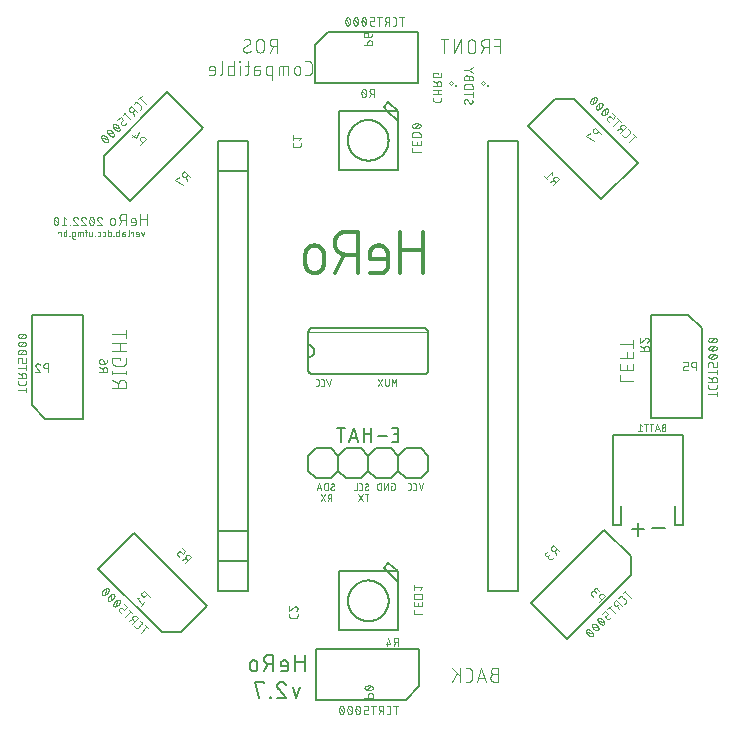
<source format=gbr>
G04 EAGLE Gerber RS-274X export*
G75*
%MOMM*%
%FSLAX34Y34*%
%LPD*%
%INSilkscreen Bottom*%
%IPPOS*%
%AMOC8*
5,1,8,0,0,1.08239X$1,22.5*%
G01*
%ADD10C,0.101600*%
%ADD11C,0.050800*%
%ADD12C,0.127000*%
%ADD13C,0.076200*%
%ADD14C,0.304800*%
%ADD15C,0.152400*%
%ADD16C,0.063400*%
%ADD17C,0.250000*%
%ADD18C,0.203200*%


D10*
X233892Y560108D02*
X233892Y571792D01*
X228699Y571792D01*
X228699Y566599D02*
X233892Y566599D01*
X223935Y571792D02*
X223935Y560108D01*
X223935Y571792D02*
X220689Y571792D01*
X220576Y571790D01*
X220463Y571784D01*
X220350Y571774D01*
X220237Y571760D01*
X220125Y571743D01*
X220014Y571721D01*
X219904Y571696D01*
X219794Y571666D01*
X219686Y571633D01*
X219579Y571596D01*
X219473Y571556D01*
X219369Y571511D01*
X219266Y571463D01*
X219165Y571412D01*
X219066Y571357D01*
X218969Y571299D01*
X218874Y571237D01*
X218781Y571172D01*
X218691Y571104D01*
X218603Y571033D01*
X218517Y570958D01*
X218434Y570881D01*
X218354Y570801D01*
X218277Y570718D01*
X218202Y570632D01*
X218131Y570544D01*
X218063Y570454D01*
X217998Y570361D01*
X217936Y570266D01*
X217878Y570169D01*
X217823Y570070D01*
X217772Y569969D01*
X217724Y569866D01*
X217679Y569762D01*
X217639Y569656D01*
X217602Y569549D01*
X217569Y569441D01*
X217539Y569331D01*
X217514Y569221D01*
X217492Y569110D01*
X217475Y568998D01*
X217461Y568885D01*
X217451Y568772D01*
X217445Y568659D01*
X217443Y568546D01*
X217445Y568433D01*
X217451Y568320D01*
X217461Y568207D01*
X217475Y568094D01*
X217492Y567982D01*
X217514Y567871D01*
X217539Y567761D01*
X217569Y567651D01*
X217602Y567543D01*
X217639Y567436D01*
X217679Y567330D01*
X217724Y567226D01*
X217772Y567123D01*
X217823Y567022D01*
X217878Y566923D01*
X217936Y566826D01*
X217998Y566731D01*
X218063Y566638D01*
X218131Y566548D01*
X218202Y566460D01*
X218277Y566374D01*
X218354Y566291D01*
X218434Y566211D01*
X218517Y566134D01*
X218603Y566059D01*
X218691Y565988D01*
X218781Y565920D01*
X218874Y565855D01*
X218969Y565793D01*
X219066Y565735D01*
X219165Y565680D01*
X219266Y565629D01*
X219369Y565581D01*
X219473Y565536D01*
X219579Y565496D01*
X219686Y565459D01*
X219794Y565426D01*
X219904Y565396D01*
X220014Y565371D01*
X220125Y565349D01*
X220237Y565332D01*
X220350Y565318D01*
X220463Y565308D01*
X220576Y565302D01*
X220689Y565300D01*
X220689Y565301D02*
X223935Y565301D01*
X220040Y565301D02*
X217444Y560108D01*
X212579Y563354D02*
X212579Y568546D01*
X212577Y568659D01*
X212571Y568772D01*
X212561Y568885D01*
X212547Y568998D01*
X212530Y569110D01*
X212508Y569221D01*
X212483Y569331D01*
X212453Y569441D01*
X212420Y569549D01*
X212383Y569656D01*
X212343Y569762D01*
X212298Y569866D01*
X212250Y569969D01*
X212199Y570070D01*
X212144Y570169D01*
X212086Y570266D01*
X212024Y570361D01*
X211959Y570454D01*
X211891Y570544D01*
X211820Y570632D01*
X211745Y570718D01*
X211668Y570801D01*
X211588Y570881D01*
X211505Y570958D01*
X211419Y571033D01*
X211331Y571104D01*
X211241Y571172D01*
X211148Y571237D01*
X211053Y571299D01*
X210956Y571357D01*
X210857Y571412D01*
X210756Y571463D01*
X210653Y571511D01*
X210549Y571556D01*
X210443Y571596D01*
X210336Y571633D01*
X210228Y571666D01*
X210118Y571696D01*
X210008Y571721D01*
X209897Y571743D01*
X209785Y571760D01*
X209672Y571774D01*
X209559Y571784D01*
X209446Y571790D01*
X209333Y571792D01*
X209220Y571790D01*
X209107Y571784D01*
X208994Y571774D01*
X208881Y571760D01*
X208769Y571743D01*
X208658Y571721D01*
X208548Y571696D01*
X208438Y571666D01*
X208330Y571633D01*
X208223Y571596D01*
X208117Y571556D01*
X208013Y571511D01*
X207910Y571463D01*
X207809Y571412D01*
X207710Y571357D01*
X207613Y571299D01*
X207518Y571237D01*
X207425Y571172D01*
X207335Y571104D01*
X207247Y571033D01*
X207161Y570958D01*
X207078Y570881D01*
X206998Y570801D01*
X206921Y570718D01*
X206846Y570632D01*
X206775Y570544D01*
X206707Y570454D01*
X206642Y570361D01*
X206580Y570266D01*
X206522Y570169D01*
X206467Y570070D01*
X206416Y569969D01*
X206368Y569866D01*
X206323Y569762D01*
X206283Y569656D01*
X206246Y569549D01*
X206213Y569441D01*
X206183Y569331D01*
X206158Y569221D01*
X206136Y569110D01*
X206119Y568998D01*
X206105Y568885D01*
X206095Y568772D01*
X206089Y568659D01*
X206087Y568546D01*
X206088Y568546D02*
X206088Y563354D01*
X206087Y563354D02*
X206089Y563241D01*
X206095Y563128D01*
X206105Y563015D01*
X206119Y562902D01*
X206136Y562790D01*
X206158Y562679D01*
X206183Y562569D01*
X206213Y562459D01*
X206246Y562351D01*
X206283Y562244D01*
X206323Y562138D01*
X206368Y562034D01*
X206416Y561931D01*
X206467Y561830D01*
X206522Y561731D01*
X206580Y561634D01*
X206642Y561539D01*
X206707Y561446D01*
X206775Y561356D01*
X206846Y561268D01*
X206921Y561182D01*
X206998Y561099D01*
X207078Y561019D01*
X207161Y560942D01*
X207247Y560867D01*
X207335Y560796D01*
X207425Y560728D01*
X207518Y560663D01*
X207613Y560601D01*
X207710Y560543D01*
X207809Y560488D01*
X207910Y560437D01*
X208013Y560389D01*
X208117Y560344D01*
X208223Y560304D01*
X208330Y560267D01*
X208438Y560234D01*
X208548Y560204D01*
X208658Y560179D01*
X208769Y560157D01*
X208881Y560140D01*
X208994Y560126D01*
X209107Y560116D01*
X209220Y560110D01*
X209333Y560108D01*
X209446Y560110D01*
X209559Y560116D01*
X209672Y560126D01*
X209785Y560140D01*
X209897Y560157D01*
X210008Y560179D01*
X210118Y560204D01*
X210228Y560234D01*
X210336Y560267D01*
X210443Y560304D01*
X210549Y560344D01*
X210653Y560389D01*
X210756Y560437D01*
X210857Y560488D01*
X210956Y560543D01*
X211053Y560601D01*
X211148Y560663D01*
X211241Y560728D01*
X211331Y560796D01*
X211419Y560867D01*
X211505Y560942D01*
X211588Y561019D01*
X211668Y561099D01*
X211745Y561182D01*
X211820Y561268D01*
X211891Y561356D01*
X211959Y561446D01*
X212024Y561539D01*
X212086Y561634D01*
X212144Y561731D01*
X212199Y561830D01*
X212250Y561931D01*
X212298Y562034D01*
X212343Y562138D01*
X212383Y562244D01*
X212420Y562351D01*
X212453Y562459D01*
X212483Y562569D01*
X212508Y562679D01*
X212530Y562790D01*
X212547Y562902D01*
X212561Y563015D01*
X212571Y563128D01*
X212577Y563241D01*
X212579Y563354D01*
X200768Y560108D02*
X200768Y571792D01*
X194277Y560108D01*
X194277Y571792D01*
X186473Y571792D02*
X186473Y560108D01*
X189719Y571792D02*
X183228Y571792D01*
X228546Y34399D02*
X231792Y34399D01*
X228546Y34400D02*
X228433Y34398D01*
X228320Y34392D01*
X228207Y34382D01*
X228094Y34368D01*
X227982Y34351D01*
X227871Y34329D01*
X227761Y34304D01*
X227651Y34274D01*
X227543Y34241D01*
X227436Y34204D01*
X227330Y34164D01*
X227226Y34119D01*
X227123Y34071D01*
X227022Y34020D01*
X226923Y33965D01*
X226826Y33907D01*
X226731Y33845D01*
X226638Y33780D01*
X226548Y33712D01*
X226460Y33641D01*
X226374Y33566D01*
X226291Y33489D01*
X226211Y33409D01*
X226134Y33326D01*
X226059Y33240D01*
X225988Y33152D01*
X225920Y33062D01*
X225855Y32969D01*
X225793Y32874D01*
X225735Y32777D01*
X225680Y32678D01*
X225629Y32577D01*
X225581Y32474D01*
X225536Y32370D01*
X225496Y32264D01*
X225459Y32157D01*
X225426Y32049D01*
X225396Y31939D01*
X225371Y31829D01*
X225349Y31718D01*
X225332Y31606D01*
X225318Y31493D01*
X225308Y31380D01*
X225302Y31267D01*
X225300Y31154D01*
X225302Y31041D01*
X225308Y30928D01*
X225318Y30815D01*
X225332Y30702D01*
X225349Y30590D01*
X225371Y30479D01*
X225396Y30369D01*
X225426Y30259D01*
X225459Y30151D01*
X225496Y30044D01*
X225536Y29938D01*
X225581Y29834D01*
X225629Y29731D01*
X225680Y29630D01*
X225735Y29531D01*
X225793Y29434D01*
X225855Y29339D01*
X225920Y29246D01*
X225988Y29156D01*
X226059Y29068D01*
X226134Y28982D01*
X226211Y28899D01*
X226291Y28819D01*
X226374Y28742D01*
X226460Y28667D01*
X226548Y28596D01*
X226638Y28528D01*
X226731Y28463D01*
X226826Y28401D01*
X226923Y28343D01*
X227022Y28288D01*
X227123Y28237D01*
X227226Y28189D01*
X227330Y28144D01*
X227436Y28104D01*
X227543Y28067D01*
X227651Y28034D01*
X227761Y28004D01*
X227871Y27979D01*
X227982Y27957D01*
X228094Y27940D01*
X228207Y27926D01*
X228320Y27916D01*
X228433Y27910D01*
X228546Y27908D01*
X231792Y27908D01*
X231792Y39592D01*
X228546Y39592D01*
X228445Y39590D01*
X228345Y39584D01*
X228245Y39574D01*
X228145Y39561D01*
X228046Y39543D01*
X227947Y39522D01*
X227850Y39497D01*
X227753Y39468D01*
X227658Y39435D01*
X227564Y39399D01*
X227472Y39359D01*
X227381Y39316D01*
X227292Y39269D01*
X227205Y39219D01*
X227119Y39165D01*
X227036Y39108D01*
X226956Y39048D01*
X226877Y38985D01*
X226801Y38918D01*
X226728Y38849D01*
X226658Y38777D01*
X226590Y38703D01*
X226525Y38626D01*
X226464Y38546D01*
X226405Y38464D01*
X226350Y38380D01*
X226298Y38294D01*
X226249Y38206D01*
X226204Y38116D01*
X226162Y38024D01*
X226124Y37931D01*
X226090Y37836D01*
X226059Y37741D01*
X226032Y37644D01*
X226009Y37546D01*
X225989Y37447D01*
X225974Y37347D01*
X225962Y37247D01*
X225954Y37147D01*
X225950Y37046D01*
X225950Y36946D01*
X225954Y36845D01*
X225962Y36745D01*
X225974Y36645D01*
X225989Y36545D01*
X226009Y36446D01*
X226032Y36348D01*
X226059Y36251D01*
X226090Y36156D01*
X226124Y36061D01*
X226162Y35968D01*
X226204Y35876D01*
X226249Y35786D01*
X226298Y35698D01*
X226350Y35612D01*
X226405Y35528D01*
X226464Y35446D01*
X226525Y35366D01*
X226590Y35289D01*
X226658Y35215D01*
X226728Y35143D01*
X226801Y35074D01*
X226877Y35007D01*
X226956Y34944D01*
X227036Y34884D01*
X227119Y34827D01*
X227205Y34773D01*
X227292Y34723D01*
X227381Y34676D01*
X227472Y34633D01*
X227564Y34593D01*
X227658Y34557D01*
X227753Y34524D01*
X227850Y34495D01*
X227947Y34470D01*
X228046Y34449D01*
X228145Y34431D01*
X228245Y34418D01*
X228345Y34408D01*
X228445Y34402D01*
X228546Y34400D01*
X221561Y27908D02*
X217667Y39592D01*
X213772Y27908D01*
X214746Y30829D02*
X220588Y30829D01*
X206919Y27908D02*
X204323Y27908D01*
X206919Y27908D02*
X207018Y27910D01*
X207118Y27916D01*
X207217Y27925D01*
X207315Y27938D01*
X207413Y27955D01*
X207511Y27976D01*
X207607Y28001D01*
X207702Y28029D01*
X207796Y28061D01*
X207889Y28096D01*
X207981Y28135D01*
X208071Y28178D01*
X208159Y28223D01*
X208246Y28273D01*
X208330Y28325D01*
X208413Y28381D01*
X208493Y28439D01*
X208571Y28501D01*
X208646Y28566D01*
X208719Y28634D01*
X208789Y28704D01*
X208857Y28777D01*
X208922Y28852D01*
X208984Y28930D01*
X209042Y29010D01*
X209098Y29093D01*
X209150Y29177D01*
X209200Y29264D01*
X209245Y29352D01*
X209288Y29442D01*
X209327Y29534D01*
X209362Y29627D01*
X209394Y29721D01*
X209422Y29816D01*
X209447Y29912D01*
X209468Y30010D01*
X209485Y30108D01*
X209498Y30206D01*
X209507Y30305D01*
X209513Y30405D01*
X209515Y30504D01*
X209516Y30504D02*
X209516Y36996D01*
X209515Y36996D02*
X209513Y37095D01*
X209507Y37195D01*
X209498Y37294D01*
X209485Y37392D01*
X209468Y37490D01*
X209447Y37588D01*
X209422Y37684D01*
X209394Y37779D01*
X209362Y37873D01*
X209327Y37966D01*
X209288Y38058D01*
X209245Y38148D01*
X209200Y38236D01*
X209150Y38323D01*
X209098Y38407D01*
X209042Y38490D01*
X208984Y38570D01*
X208922Y38648D01*
X208857Y38723D01*
X208789Y38796D01*
X208719Y38866D01*
X208646Y38934D01*
X208571Y38999D01*
X208493Y39061D01*
X208413Y39119D01*
X208330Y39175D01*
X208246Y39227D01*
X208159Y39277D01*
X208071Y39322D01*
X207981Y39365D01*
X207889Y39404D01*
X207796Y39439D01*
X207702Y39471D01*
X207607Y39499D01*
X207511Y39524D01*
X207413Y39545D01*
X207315Y39562D01*
X207217Y39575D01*
X207118Y39584D01*
X207018Y39590D01*
X206919Y39592D01*
X204323Y39592D01*
X199407Y39592D02*
X199407Y27908D01*
X199407Y32452D02*
X192916Y39592D01*
X196811Y35048D02*
X192916Y27908D01*
D11*
X120254Y190258D02*
X120184Y190260D01*
X120115Y190266D01*
X120046Y190276D01*
X119978Y190289D01*
X119910Y190307D01*
X119844Y190328D01*
X119779Y190353D01*
X119715Y190381D01*
X119653Y190413D01*
X119593Y190448D01*
X119535Y190487D01*
X119480Y190529D01*
X119426Y190574D01*
X119376Y190622D01*
X119328Y190672D01*
X119283Y190726D01*
X119241Y190781D01*
X119202Y190839D01*
X119167Y190899D01*
X119135Y190961D01*
X119107Y191025D01*
X119082Y191090D01*
X119061Y191156D01*
X119043Y191224D01*
X119030Y191292D01*
X119020Y191361D01*
X119014Y191430D01*
X119012Y191500D01*
X120254Y190258D02*
X120353Y190260D01*
X120451Y190265D01*
X120549Y190275D01*
X120647Y190288D01*
X120744Y190304D01*
X120841Y190324D01*
X120936Y190348D01*
X121031Y190376D01*
X121125Y190407D01*
X121217Y190441D01*
X121308Y190479D01*
X121398Y190520D01*
X121486Y190565D01*
X121572Y190613D01*
X121656Y190664D01*
X121738Y190718D01*
X121819Y190776D01*
X121897Y190836D01*
X121972Y190899D01*
X122046Y190965D01*
X122116Y191034D01*
X121962Y194604D02*
X121960Y194674D01*
X121954Y194743D01*
X121944Y194812D01*
X121931Y194880D01*
X121913Y194948D01*
X121892Y195014D01*
X121867Y195079D01*
X121839Y195143D01*
X121807Y195205D01*
X121772Y195265D01*
X121733Y195323D01*
X121691Y195378D01*
X121646Y195432D01*
X121598Y195482D01*
X121548Y195530D01*
X121494Y195575D01*
X121439Y195617D01*
X121381Y195656D01*
X121321Y195691D01*
X121259Y195723D01*
X121195Y195751D01*
X121130Y195776D01*
X121064Y195797D01*
X120996Y195815D01*
X120928Y195828D01*
X120859Y195838D01*
X120790Y195844D01*
X120720Y195846D01*
X120626Y195844D01*
X120533Y195838D01*
X120440Y195829D01*
X120347Y195816D01*
X120255Y195799D01*
X120164Y195779D01*
X120073Y195754D01*
X119984Y195727D01*
X119896Y195695D01*
X119809Y195660D01*
X119723Y195622D01*
X119640Y195580D01*
X119557Y195535D01*
X119477Y195487D01*
X119399Y195435D01*
X119323Y195380D01*
X121340Y193518D02*
X121399Y193554D01*
X121455Y193594D01*
X121509Y193637D01*
X121561Y193682D01*
X121610Y193731D01*
X121656Y193782D01*
X121699Y193835D01*
X121740Y193891D01*
X121777Y193949D01*
X121812Y194009D01*
X121842Y194070D01*
X121870Y194133D01*
X121894Y194198D01*
X121914Y194264D01*
X121931Y194331D01*
X121944Y194398D01*
X121953Y194466D01*
X121959Y194535D01*
X121961Y194604D01*
X119634Y192586D02*
X119575Y192550D01*
X119519Y192510D01*
X119465Y192467D01*
X119413Y192422D01*
X119364Y192373D01*
X119318Y192322D01*
X119275Y192269D01*
X119234Y192213D01*
X119197Y192155D01*
X119162Y192096D01*
X119132Y192034D01*
X119104Y191971D01*
X119080Y191906D01*
X119060Y191840D01*
X119043Y191773D01*
X119030Y191706D01*
X119021Y191638D01*
X119015Y191569D01*
X119013Y191500D01*
X119633Y192586D02*
X121341Y193518D01*
X115588Y190258D02*
X114346Y190258D01*
X115588Y190258D02*
X115658Y190260D01*
X115727Y190266D01*
X115796Y190276D01*
X115864Y190289D01*
X115932Y190307D01*
X115998Y190328D01*
X116063Y190353D01*
X116127Y190381D01*
X116189Y190413D01*
X116249Y190448D01*
X116307Y190487D01*
X116362Y190529D01*
X116416Y190574D01*
X116466Y190622D01*
X116514Y190672D01*
X116559Y190726D01*
X116601Y190781D01*
X116640Y190839D01*
X116675Y190899D01*
X116707Y190961D01*
X116735Y191025D01*
X116760Y191090D01*
X116781Y191156D01*
X116799Y191224D01*
X116812Y191292D01*
X116822Y191361D01*
X116828Y191430D01*
X116830Y191500D01*
X116830Y194604D01*
X116828Y194674D01*
X116822Y194743D01*
X116812Y194812D01*
X116799Y194880D01*
X116781Y194948D01*
X116760Y195014D01*
X116735Y195079D01*
X116707Y195143D01*
X116675Y195205D01*
X116640Y195265D01*
X116601Y195323D01*
X116559Y195378D01*
X116514Y195432D01*
X116466Y195482D01*
X116416Y195530D01*
X116362Y195575D01*
X116307Y195617D01*
X116249Y195656D01*
X116189Y195691D01*
X116127Y195723D01*
X116063Y195751D01*
X115998Y195776D01*
X115932Y195797D01*
X115864Y195815D01*
X115796Y195828D01*
X115727Y195838D01*
X115658Y195844D01*
X115588Y195846D01*
X114346Y195846D01*
X112047Y195846D02*
X112047Y190258D01*
X109564Y190258D01*
X91177Y190258D02*
X91107Y190260D01*
X91038Y190266D01*
X90969Y190276D01*
X90901Y190289D01*
X90833Y190307D01*
X90767Y190328D01*
X90702Y190353D01*
X90638Y190381D01*
X90576Y190413D01*
X90516Y190448D01*
X90458Y190487D01*
X90403Y190529D01*
X90349Y190574D01*
X90299Y190622D01*
X90251Y190672D01*
X90206Y190726D01*
X90164Y190781D01*
X90125Y190839D01*
X90090Y190899D01*
X90058Y190961D01*
X90030Y191025D01*
X90005Y191090D01*
X89984Y191156D01*
X89966Y191224D01*
X89953Y191292D01*
X89943Y191361D01*
X89937Y191430D01*
X89935Y191500D01*
X91177Y190258D02*
X91276Y190260D01*
X91374Y190265D01*
X91472Y190275D01*
X91570Y190288D01*
X91667Y190304D01*
X91764Y190324D01*
X91859Y190348D01*
X91954Y190376D01*
X92048Y190407D01*
X92140Y190441D01*
X92231Y190479D01*
X92321Y190520D01*
X92409Y190565D01*
X92495Y190613D01*
X92579Y190664D01*
X92661Y190718D01*
X92742Y190776D01*
X92820Y190836D01*
X92895Y190899D01*
X92969Y190965D01*
X93039Y191034D01*
X92884Y194604D02*
X92882Y194674D01*
X92876Y194743D01*
X92866Y194812D01*
X92853Y194880D01*
X92835Y194948D01*
X92814Y195014D01*
X92789Y195079D01*
X92761Y195143D01*
X92729Y195205D01*
X92694Y195265D01*
X92655Y195323D01*
X92613Y195378D01*
X92568Y195432D01*
X92520Y195482D01*
X92470Y195530D01*
X92416Y195575D01*
X92361Y195617D01*
X92303Y195656D01*
X92243Y195691D01*
X92181Y195723D01*
X92117Y195751D01*
X92052Y195776D01*
X91986Y195797D01*
X91918Y195815D01*
X91850Y195828D01*
X91781Y195838D01*
X91712Y195844D01*
X91642Y195846D01*
X91548Y195844D01*
X91455Y195838D01*
X91362Y195829D01*
X91269Y195816D01*
X91177Y195799D01*
X91086Y195779D01*
X90995Y195754D01*
X90906Y195727D01*
X90818Y195695D01*
X90731Y195660D01*
X90645Y195622D01*
X90562Y195580D01*
X90479Y195535D01*
X90399Y195487D01*
X90321Y195435D01*
X90245Y195380D01*
X92263Y193518D02*
X92322Y193554D01*
X92378Y193594D01*
X92432Y193637D01*
X92484Y193682D01*
X92533Y193731D01*
X92579Y193782D01*
X92622Y193835D01*
X92663Y193891D01*
X92700Y193949D01*
X92735Y194009D01*
X92765Y194070D01*
X92793Y194133D01*
X92817Y194198D01*
X92837Y194264D01*
X92854Y194331D01*
X92867Y194398D01*
X92876Y194466D01*
X92882Y194535D01*
X92884Y194604D01*
X90556Y192586D02*
X90497Y192550D01*
X90441Y192510D01*
X90387Y192467D01*
X90335Y192422D01*
X90286Y192373D01*
X90240Y192322D01*
X90197Y192269D01*
X90156Y192213D01*
X90119Y192155D01*
X90084Y192096D01*
X90054Y192034D01*
X90026Y191971D01*
X90002Y191906D01*
X89982Y191840D01*
X89965Y191773D01*
X89952Y191706D01*
X89943Y191638D01*
X89937Y191569D01*
X89935Y191500D01*
X90556Y192586D02*
X92263Y193518D01*
X87553Y195846D02*
X87553Y190258D01*
X87553Y195846D02*
X86001Y195846D01*
X85925Y195844D01*
X85849Y195839D01*
X85773Y195829D01*
X85698Y195816D01*
X85624Y195799D01*
X85550Y195779D01*
X85478Y195755D01*
X85407Y195728D01*
X85337Y195697D01*
X85269Y195663D01*
X85203Y195625D01*
X85139Y195584D01*
X85076Y195541D01*
X85016Y195494D01*
X84959Y195444D01*
X84904Y195391D01*
X84851Y195336D01*
X84801Y195279D01*
X84754Y195219D01*
X84711Y195156D01*
X84670Y195092D01*
X84632Y195026D01*
X84598Y194958D01*
X84567Y194888D01*
X84540Y194817D01*
X84516Y194745D01*
X84496Y194671D01*
X84479Y194597D01*
X84466Y194522D01*
X84456Y194446D01*
X84451Y194370D01*
X84449Y194294D01*
X84448Y194294D02*
X84448Y191810D01*
X84449Y191810D02*
X84451Y191734D01*
X84456Y191658D01*
X84466Y191582D01*
X84479Y191507D01*
X84496Y191433D01*
X84516Y191359D01*
X84540Y191287D01*
X84567Y191216D01*
X84598Y191146D01*
X84632Y191078D01*
X84670Y191012D01*
X84711Y190948D01*
X84754Y190885D01*
X84801Y190825D01*
X84851Y190768D01*
X84904Y190713D01*
X84959Y190660D01*
X85016Y190610D01*
X85076Y190563D01*
X85139Y190520D01*
X85203Y190479D01*
X85269Y190441D01*
X85337Y190407D01*
X85407Y190376D01*
X85478Y190349D01*
X85550Y190325D01*
X85624Y190305D01*
X85698Y190288D01*
X85773Y190275D01*
X85849Y190265D01*
X85925Y190260D01*
X86001Y190258D01*
X87553Y190258D01*
X82194Y190258D02*
X80331Y195846D01*
X78469Y190258D01*
X78934Y191655D02*
X81728Y191655D01*
X120565Y186702D02*
X120565Y181114D01*
X122117Y186702D02*
X119012Y186702D01*
X113581Y186702D02*
X117307Y181114D01*
X113581Y181114D02*
X117307Y186702D01*
X90809Y186702D02*
X90809Y181114D01*
X90809Y186702D02*
X89256Y186702D01*
X89179Y186700D01*
X89101Y186694D01*
X89025Y186685D01*
X88948Y186671D01*
X88873Y186654D01*
X88799Y186633D01*
X88725Y186608D01*
X88653Y186580D01*
X88583Y186548D01*
X88514Y186513D01*
X88447Y186474D01*
X88382Y186432D01*
X88319Y186387D01*
X88258Y186339D01*
X88200Y186288D01*
X88145Y186234D01*
X88092Y186177D01*
X88043Y186118D01*
X87996Y186056D01*
X87952Y185992D01*
X87912Y185926D01*
X87875Y185858D01*
X87841Y185788D01*
X87811Y185717D01*
X87785Y185644D01*
X87762Y185570D01*
X87743Y185495D01*
X87728Y185420D01*
X87716Y185343D01*
X87708Y185266D01*
X87704Y185189D01*
X87704Y185111D01*
X87708Y185034D01*
X87716Y184957D01*
X87728Y184880D01*
X87743Y184805D01*
X87762Y184730D01*
X87785Y184656D01*
X87811Y184583D01*
X87841Y184512D01*
X87875Y184442D01*
X87912Y184374D01*
X87952Y184308D01*
X87996Y184244D01*
X88043Y184182D01*
X88092Y184123D01*
X88145Y184066D01*
X88200Y184012D01*
X88258Y183961D01*
X88319Y183913D01*
X88382Y183868D01*
X88447Y183826D01*
X88514Y183787D01*
X88583Y183752D01*
X88653Y183720D01*
X88725Y183692D01*
X88799Y183667D01*
X88873Y183646D01*
X88948Y183629D01*
X89025Y183615D01*
X89101Y183606D01*
X89179Y183600D01*
X89256Y183598D01*
X90809Y183598D01*
X88946Y183598D02*
X87704Y181114D01*
X85669Y181114D02*
X81943Y186702D01*
X85669Y186702D02*
X81943Y181114D01*
D10*
X334808Y282249D02*
X346492Y282249D01*
X334808Y282249D02*
X334808Y287441D01*
X334808Y292155D02*
X334808Y297347D01*
X334808Y292155D02*
X346492Y292155D01*
X346492Y297347D01*
X341299Y296049D02*
X341299Y292155D01*
X346492Y302061D02*
X334808Y302061D01*
X346492Y302061D02*
X346492Y307253D01*
X341299Y307253D02*
X341299Y302061D01*
X346492Y314046D02*
X334808Y314046D01*
X346492Y310801D02*
X346492Y317292D01*
X-83008Y277065D02*
X-94692Y277065D01*
X-83008Y277065D02*
X-83008Y280310D01*
X-83010Y280423D01*
X-83016Y280536D01*
X-83026Y280649D01*
X-83040Y280762D01*
X-83057Y280874D01*
X-83079Y280985D01*
X-83104Y281095D01*
X-83134Y281205D01*
X-83167Y281313D01*
X-83204Y281420D01*
X-83244Y281526D01*
X-83289Y281630D01*
X-83337Y281733D01*
X-83388Y281834D01*
X-83443Y281933D01*
X-83501Y282030D01*
X-83563Y282125D01*
X-83628Y282218D01*
X-83696Y282308D01*
X-83767Y282396D01*
X-83842Y282482D01*
X-83919Y282565D01*
X-83999Y282645D01*
X-84082Y282722D01*
X-84168Y282797D01*
X-84256Y282868D01*
X-84346Y282936D01*
X-84439Y283001D01*
X-84534Y283063D01*
X-84631Y283121D01*
X-84730Y283176D01*
X-84831Y283227D01*
X-84934Y283275D01*
X-85038Y283320D01*
X-85144Y283360D01*
X-85251Y283397D01*
X-85359Y283430D01*
X-85469Y283460D01*
X-85579Y283485D01*
X-85690Y283507D01*
X-85802Y283524D01*
X-85915Y283538D01*
X-86028Y283548D01*
X-86141Y283554D01*
X-86254Y283556D01*
X-86367Y283554D01*
X-86480Y283548D01*
X-86593Y283538D01*
X-86706Y283524D01*
X-86818Y283507D01*
X-86929Y283485D01*
X-87039Y283460D01*
X-87149Y283430D01*
X-87257Y283397D01*
X-87364Y283360D01*
X-87470Y283320D01*
X-87574Y283275D01*
X-87677Y283227D01*
X-87778Y283176D01*
X-87877Y283121D01*
X-87974Y283063D01*
X-88069Y283001D01*
X-88162Y282936D01*
X-88252Y282868D01*
X-88340Y282797D01*
X-88426Y282722D01*
X-88509Y282645D01*
X-88589Y282565D01*
X-88666Y282482D01*
X-88741Y282396D01*
X-88812Y282308D01*
X-88880Y282218D01*
X-88945Y282125D01*
X-89007Y282030D01*
X-89065Y281933D01*
X-89120Y281834D01*
X-89171Y281733D01*
X-89219Y281630D01*
X-89264Y281526D01*
X-89304Y281420D01*
X-89341Y281313D01*
X-89374Y281205D01*
X-89404Y281095D01*
X-89429Y280985D01*
X-89451Y280874D01*
X-89468Y280762D01*
X-89482Y280649D01*
X-89492Y280536D01*
X-89498Y280423D01*
X-89500Y280310D01*
X-89499Y280310D02*
X-89499Y277065D01*
X-89499Y280959D02*
X-94692Y283556D01*
X-94692Y289381D02*
X-83008Y289381D01*
X-94692Y288082D02*
X-94692Y290679D01*
X-83008Y290679D02*
X-83008Y288082D01*
X-88201Y300204D02*
X-88201Y302151D01*
X-94692Y302151D01*
X-94692Y298256D01*
X-94690Y298157D01*
X-94684Y298057D01*
X-94675Y297958D01*
X-94662Y297860D01*
X-94645Y297762D01*
X-94624Y297664D01*
X-94599Y297568D01*
X-94571Y297473D01*
X-94539Y297379D01*
X-94504Y297286D01*
X-94465Y297194D01*
X-94422Y297104D01*
X-94377Y297016D01*
X-94327Y296929D01*
X-94275Y296845D01*
X-94219Y296762D01*
X-94161Y296682D01*
X-94099Y296604D01*
X-94034Y296529D01*
X-93966Y296456D01*
X-93896Y296386D01*
X-93823Y296318D01*
X-93748Y296253D01*
X-93670Y296191D01*
X-93590Y296133D01*
X-93507Y296077D01*
X-93423Y296025D01*
X-93336Y295975D01*
X-93248Y295930D01*
X-93158Y295887D01*
X-93066Y295848D01*
X-92973Y295813D01*
X-92879Y295781D01*
X-92784Y295753D01*
X-92688Y295728D01*
X-92590Y295707D01*
X-92492Y295690D01*
X-92394Y295677D01*
X-92295Y295668D01*
X-92195Y295662D01*
X-92096Y295660D01*
X-85604Y295660D01*
X-85604Y295659D02*
X-85505Y295661D01*
X-85405Y295667D01*
X-85306Y295676D01*
X-85208Y295689D01*
X-85110Y295707D01*
X-85012Y295727D01*
X-84916Y295752D01*
X-84820Y295780D01*
X-84726Y295812D01*
X-84633Y295847D01*
X-84542Y295886D01*
X-84452Y295929D01*
X-84363Y295974D01*
X-84277Y296024D01*
X-84192Y296076D01*
X-84110Y296132D01*
X-84030Y296191D01*
X-83952Y296252D01*
X-83876Y296317D01*
X-83803Y296385D01*
X-83733Y296455D01*
X-83665Y296528D01*
X-83600Y296604D01*
X-83539Y296682D01*
X-83480Y296762D01*
X-83424Y296844D01*
X-83372Y296929D01*
X-83323Y297015D01*
X-83277Y297104D01*
X-83234Y297194D01*
X-83195Y297285D01*
X-83160Y297378D01*
X-83128Y297472D01*
X-83100Y297568D01*
X-83075Y297664D01*
X-83055Y297762D01*
X-83037Y297860D01*
X-83024Y297958D01*
X-83015Y298057D01*
X-83009Y298156D01*
X-83007Y298256D01*
X-83008Y298256D02*
X-83008Y302151D01*
X-83008Y307852D02*
X-94692Y307852D01*
X-88201Y307852D02*
X-88201Y314343D01*
X-83008Y314343D02*
X-94692Y314343D01*
X-94692Y322146D02*
X-83008Y322146D01*
X-83008Y318901D02*
X-83008Y325392D01*
D11*
X168346Y195842D02*
X166483Y190254D01*
X164621Y195842D01*
X161324Y190254D02*
X160082Y190254D01*
X161324Y190254D02*
X161394Y190256D01*
X161463Y190262D01*
X161532Y190272D01*
X161600Y190285D01*
X161668Y190303D01*
X161734Y190324D01*
X161799Y190349D01*
X161863Y190377D01*
X161925Y190409D01*
X161985Y190444D01*
X162043Y190483D01*
X162098Y190525D01*
X162152Y190570D01*
X162202Y190618D01*
X162250Y190668D01*
X162295Y190722D01*
X162337Y190777D01*
X162376Y190835D01*
X162411Y190895D01*
X162443Y190957D01*
X162471Y191021D01*
X162496Y191086D01*
X162517Y191152D01*
X162535Y191220D01*
X162548Y191288D01*
X162558Y191357D01*
X162564Y191426D01*
X162566Y191496D01*
X162565Y191496D02*
X162565Y194600D01*
X162566Y194600D02*
X162564Y194670D01*
X162558Y194739D01*
X162548Y194808D01*
X162535Y194876D01*
X162517Y194944D01*
X162496Y195010D01*
X162471Y195075D01*
X162443Y195139D01*
X162411Y195201D01*
X162376Y195261D01*
X162337Y195319D01*
X162295Y195374D01*
X162250Y195428D01*
X162202Y195478D01*
X162152Y195526D01*
X162098Y195571D01*
X162043Y195613D01*
X161985Y195652D01*
X161925Y195687D01*
X161863Y195719D01*
X161799Y195747D01*
X161734Y195772D01*
X161668Y195793D01*
X161600Y195811D01*
X161532Y195824D01*
X161463Y195834D01*
X161394Y195840D01*
X161324Y195842D01*
X160082Y195842D01*
X156752Y190254D02*
X155510Y190254D01*
X156752Y190254D02*
X156822Y190256D01*
X156891Y190262D01*
X156960Y190272D01*
X157028Y190285D01*
X157096Y190303D01*
X157162Y190324D01*
X157227Y190349D01*
X157291Y190377D01*
X157353Y190409D01*
X157413Y190444D01*
X157471Y190483D01*
X157526Y190525D01*
X157580Y190570D01*
X157630Y190618D01*
X157678Y190668D01*
X157723Y190722D01*
X157765Y190777D01*
X157804Y190835D01*
X157839Y190895D01*
X157871Y190957D01*
X157899Y191021D01*
X157924Y191086D01*
X157945Y191152D01*
X157963Y191220D01*
X157976Y191288D01*
X157986Y191357D01*
X157992Y191426D01*
X157994Y191496D01*
X157994Y194600D01*
X157992Y194670D01*
X157986Y194739D01*
X157976Y194808D01*
X157963Y194876D01*
X157945Y194944D01*
X157924Y195010D01*
X157899Y195075D01*
X157871Y195139D01*
X157839Y195201D01*
X157804Y195261D01*
X157765Y195319D01*
X157723Y195374D01*
X157678Y195428D01*
X157630Y195478D01*
X157580Y195526D01*
X157526Y195571D01*
X157471Y195613D01*
X157413Y195652D01*
X157353Y195687D01*
X157291Y195719D01*
X157227Y195747D01*
X157162Y195772D01*
X157096Y195793D01*
X157028Y195811D01*
X156960Y195824D01*
X156891Y195834D01*
X156822Y195840D01*
X156752Y195842D01*
X155510Y195842D01*
X142271Y193358D02*
X141340Y193358D01*
X141340Y190254D01*
X143203Y190254D01*
X143273Y190256D01*
X143342Y190262D01*
X143411Y190272D01*
X143479Y190285D01*
X143547Y190303D01*
X143613Y190324D01*
X143678Y190349D01*
X143742Y190377D01*
X143804Y190409D01*
X143864Y190444D01*
X143922Y190483D01*
X143977Y190525D01*
X144031Y190570D01*
X144081Y190618D01*
X144129Y190668D01*
X144174Y190722D01*
X144216Y190777D01*
X144255Y190835D01*
X144290Y190895D01*
X144322Y190957D01*
X144350Y191021D01*
X144375Y191086D01*
X144396Y191152D01*
X144414Y191220D01*
X144427Y191288D01*
X144437Y191357D01*
X144443Y191426D01*
X144445Y191496D01*
X144444Y191496D02*
X144444Y194600D01*
X144445Y194600D02*
X144443Y194670D01*
X144437Y194739D01*
X144427Y194808D01*
X144414Y194876D01*
X144396Y194944D01*
X144375Y195010D01*
X144350Y195075D01*
X144322Y195139D01*
X144290Y195201D01*
X144255Y195261D01*
X144216Y195319D01*
X144174Y195374D01*
X144129Y195428D01*
X144081Y195478D01*
X144031Y195526D01*
X143977Y195571D01*
X143922Y195613D01*
X143864Y195652D01*
X143804Y195687D01*
X143742Y195719D01*
X143678Y195747D01*
X143613Y195772D01*
X143547Y195793D01*
X143479Y195811D01*
X143411Y195824D01*
X143342Y195834D01*
X143273Y195840D01*
X143203Y195842D01*
X141340Y195842D01*
X138592Y195842D02*
X138592Y190254D01*
X135488Y190254D02*
X138592Y195842D01*
X135488Y195842D02*
X135488Y190254D01*
X132740Y190254D02*
X132740Y195842D01*
X131188Y195842D01*
X131112Y195840D01*
X131036Y195835D01*
X130960Y195825D01*
X130885Y195812D01*
X130811Y195795D01*
X130737Y195775D01*
X130665Y195751D01*
X130594Y195724D01*
X130524Y195693D01*
X130456Y195659D01*
X130390Y195621D01*
X130326Y195580D01*
X130263Y195537D01*
X130203Y195490D01*
X130146Y195440D01*
X130091Y195387D01*
X130038Y195332D01*
X129988Y195275D01*
X129941Y195215D01*
X129898Y195152D01*
X129857Y195088D01*
X129819Y195022D01*
X129785Y194954D01*
X129754Y194884D01*
X129727Y194813D01*
X129703Y194741D01*
X129683Y194667D01*
X129666Y194593D01*
X129653Y194518D01*
X129643Y194442D01*
X129638Y194366D01*
X129636Y194290D01*
X129636Y191806D01*
X129638Y191730D01*
X129643Y191654D01*
X129653Y191578D01*
X129666Y191503D01*
X129683Y191429D01*
X129703Y191355D01*
X129727Y191283D01*
X129754Y191212D01*
X129785Y191142D01*
X129819Y191074D01*
X129857Y191008D01*
X129898Y190944D01*
X129941Y190881D01*
X129988Y190821D01*
X130038Y190764D01*
X130091Y190709D01*
X130146Y190656D01*
X130203Y190606D01*
X130263Y190559D01*
X130326Y190516D01*
X130390Y190475D01*
X130456Y190437D01*
X130524Y190403D01*
X130594Y190372D01*
X130665Y190345D01*
X130737Y190321D01*
X130811Y190301D01*
X130885Y190284D01*
X130960Y190271D01*
X131036Y190261D01*
X131112Y190256D01*
X131188Y190254D01*
X132740Y190254D01*
D12*
X68113Y50915D02*
X68113Y36945D01*
X68113Y44706D02*
X60352Y44706D01*
X60352Y50915D02*
X60352Y36945D01*
X51776Y36945D02*
X47895Y36945D01*
X51776Y36945D02*
X51870Y36947D01*
X51963Y36953D01*
X52057Y36962D01*
X52149Y36975D01*
X52242Y36992D01*
X52333Y37013D01*
X52424Y37037D01*
X52513Y37065D01*
X52602Y37096D01*
X52688Y37131D01*
X52774Y37170D01*
X52858Y37212D01*
X52940Y37257D01*
X53020Y37305D01*
X53098Y37357D01*
X53175Y37412D01*
X53248Y37470D01*
X53320Y37530D01*
X53389Y37594D01*
X53455Y37660D01*
X53519Y37729D01*
X53579Y37801D01*
X53637Y37874D01*
X53692Y37951D01*
X53744Y38029D01*
X53792Y38109D01*
X53837Y38191D01*
X53879Y38275D01*
X53918Y38361D01*
X53953Y38447D01*
X53984Y38536D01*
X54012Y38625D01*
X54036Y38716D01*
X54057Y38807D01*
X54074Y38900D01*
X54087Y38992D01*
X54096Y39086D01*
X54102Y39179D01*
X54104Y39273D01*
X54104Y43154D01*
X54102Y43265D01*
X54096Y43375D01*
X54086Y43486D01*
X54072Y43596D01*
X54055Y43705D01*
X54033Y43814D01*
X54008Y43922D01*
X53978Y44028D01*
X53945Y44134D01*
X53908Y44239D01*
X53868Y44342D01*
X53823Y44443D01*
X53776Y44543D01*
X53724Y44642D01*
X53669Y44738D01*
X53611Y44832D01*
X53550Y44924D01*
X53485Y45014D01*
X53417Y45102D01*
X53346Y45187D01*
X53272Y45269D01*
X53195Y45349D01*
X53115Y45426D01*
X53033Y45500D01*
X52948Y45571D01*
X52860Y45639D01*
X52770Y45704D01*
X52678Y45765D01*
X52584Y45823D01*
X52488Y45878D01*
X52389Y45930D01*
X52289Y45977D01*
X52188Y46022D01*
X52085Y46062D01*
X51980Y46099D01*
X51874Y46132D01*
X51768Y46162D01*
X51660Y46187D01*
X51551Y46209D01*
X51442Y46226D01*
X51332Y46240D01*
X51221Y46250D01*
X51111Y46256D01*
X51000Y46258D01*
X50889Y46256D01*
X50779Y46250D01*
X50668Y46240D01*
X50558Y46226D01*
X50449Y46209D01*
X50340Y46187D01*
X50232Y46162D01*
X50126Y46132D01*
X50020Y46099D01*
X49915Y46062D01*
X49812Y46022D01*
X49711Y45977D01*
X49611Y45930D01*
X49512Y45878D01*
X49416Y45823D01*
X49322Y45765D01*
X49230Y45704D01*
X49140Y45639D01*
X49052Y45571D01*
X48967Y45500D01*
X48885Y45426D01*
X48805Y45349D01*
X48728Y45269D01*
X48654Y45187D01*
X48583Y45102D01*
X48515Y45014D01*
X48450Y44924D01*
X48389Y44832D01*
X48331Y44738D01*
X48276Y44642D01*
X48224Y44543D01*
X48177Y44443D01*
X48132Y44342D01*
X48092Y44239D01*
X48055Y44134D01*
X48022Y44028D01*
X47992Y43922D01*
X47967Y43814D01*
X47945Y43705D01*
X47928Y43596D01*
X47914Y43486D01*
X47904Y43375D01*
X47898Y43265D01*
X47896Y43154D01*
X47895Y43154D02*
X47895Y41602D01*
X54104Y41602D01*
X41559Y36945D02*
X41559Y50915D01*
X37679Y50915D01*
X37556Y50913D01*
X37433Y50907D01*
X37310Y50897D01*
X37188Y50884D01*
X37066Y50866D01*
X36945Y50845D01*
X36824Y50820D01*
X36704Y50791D01*
X36586Y50758D01*
X36468Y50721D01*
X36352Y50681D01*
X36237Y50637D01*
X36123Y50589D01*
X36011Y50538D01*
X35901Y50484D01*
X35792Y50425D01*
X35685Y50364D01*
X35581Y50299D01*
X35478Y50231D01*
X35378Y50159D01*
X35280Y50085D01*
X35184Y50007D01*
X35091Y49926D01*
X35001Y49843D01*
X34913Y49756D01*
X34828Y49667D01*
X34746Y49576D01*
X34667Y49481D01*
X34591Y49384D01*
X34518Y49285D01*
X34448Y49184D01*
X34381Y49080D01*
X34318Y48975D01*
X34258Y48867D01*
X34202Y48757D01*
X34149Y48646D01*
X34099Y48533D01*
X34054Y48419D01*
X34011Y48303D01*
X33973Y48186D01*
X33938Y48068D01*
X33907Y47949D01*
X33880Y47829D01*
X33857Y47708D01*
X33838Y47586D01*
X33822Y47464D01*
X33810Y47342D01*
X33802Y47219D01*
X33798Y47096D01*
X33798Y46972D01*
X33802Y46849D01*
X33810Y46726D01*
X33822Y46604D01*
X33838Y46482D01*
X33857Y46360D01*
X33880Y46239D01*
X33907Y46119D01*
X33938Y46000D01*
X33973Y45882D01*
X34011Y45765D01*
X34054Y45649D01*
X34099Y45535D01*
X34149Y45422D01*
X34202Y45311D01*
X34258Y45201D01*
X34318Y45094D01*
X34381Y44988D01*
X34448Y44884D01*
X34518Y44783D01*
X34591Y44684D01*
X34667Y44587D01*
X34746Y44492D01*
X34828Y44401D01*
X34913Y44312D01*
X35001Y44225D01*
X35091Y44142D01*
X35184Y44061D01*
X35280Y43983D01*
X35378Y43909D01*
X35478Y43837D01*
X35581Y43769D01*
X35685Y43704D01*
X35792Y43643D01*
X35901Y43584D01*
X36011Y43530D01*
X36123Y43479D01*
X36237Y43431D01*
X36352Y43387D01*
X36468Y43347D01*
X36586Y43310D01*
X36704Y43277D01*
X36824Y43248D01*
X36945Y43223D01*
X37066Y43202D01*
X37188Y43184D01*
X37310Y43171D01*
X37433Y43161D01*
X37556Y43155D01*
X37679Y43153D01*
X37679Y43154D02*
X41559Y43154D01*
X36903Y43154D02*
X33798Y36945D01*
X28096Y40049D02*
X28096Y43154D01*
X28094Y43265D01*
X28088Y43375D01*
X28078Y43486D01*
X28064Y43596D01*
X28047Y43705D01*
X28025Y43814D01*
X28000Y43922D01*
X27970Y44028D01*
X27937Y44134D01*
X27900Y44239D01*
X27860Y44342D01*
X27815Y44443D01*
X27768Y44543D01*
X27716Y44642D01*
X27661Y44738D01*
X27603Y44832D01*
X27542Y44924D01*
X27477Y45014D01*
X27409Y45102D01*
X27338Y45187D01*
X27264Y45269D01*
X27187Y45349D01*
X27107Y45426D01*
X27025Y45500D01*
X26940Y45571D01*
X26852Y45639D01*
X26762Y45704D01*
X26670Y45765D01*
X26576Y45823D01*
X26480Y45878D01*
X26381Y45930D01*
X26281Y45977D01*
X26180Y46022D01*
X26077Y46062D01*
X25972Y46099D01*
X25866Y46132D01*
X25760Y46162D01*
X25652Y46187D01*
X25543Y46209D01*
X25434Y46226D01*
X25324Y46240D01*
X25213Y46250D01*
X25103Y46256D01*
X24992Y46258D01*
X24881Y46256D01*
X24771Y46250D01*
X24660Y46240D01*
X24550Y46226D01*
X24441Y46209D01*
X24332Y46187D01*
X24224Y46162D01*
X24118Y46132D01*
X24012Y46099D01*
X23907Y46062D01*
X23804Y46022D01*
X23703Y45977D01*
X23603Y45930D01*
X23504Y45878D01*
X23408Y45823D01*
X23314Y45765D01*
X23222Y45704D01*
X23132Y45639D01*
X23044Y45571D01*
X22959Y45500D01*
X22877Y45426D01*
X22797Y45349D01*
X22720Y45269D01*
X22646Y45187D01*
X22575Y45102D01*
X22507Y45014D01*
X22442Y44924D01*
X22381Y44832D01*
X22323Y44738D01*
X22268Y44642D01*
X22216Y44543D01*
X22169Y44443D01*
X22124Y44342D01*
X22084Y44239D01*
X22047Y44134D01*
X22014Y44028D01*
X21984Y43922D01*
X21959Y43814D01*
X21937Y43705D01*
X21920Y43596D01*
X21906Y43486D01*
X21896Y43375D01*
X21890Y43265D01*
X21888Y43154D01*
X21887Y43154D02*
X21887Y40049D01*
X21888Y40049D02*
X21890Y39938D01*
X21896Y39828D01*
X21906Y39717D01*
X21920Y39607D01*
X21937Y39498D01*
X21959Y39389D01*
X21984Y39281D01*
X22014Y39175D01*
X22047Y39069D01*
X22084Y38964D01*
X22124Y38861D01*
X22169Y38760D01*
X22216Y38660D01*
X22268Y38561D01*
X22323Y38465D01*
X22381Y38371D01*
X22442Y38279D01*
X22507Y38189D01*
X22575Y38101D01*
X22646Y38016D01*
X22720Y37934D01*
X22797Y37854D01*
X22877Y37777D01*
X22959Y37703D01*
X23044Y37632D01*
X23132Y37564D01*
X23222Y37499D01*
X23314Y37438D01*
X23408Y37380D01*
X23504Y37325D01*
X23603Y37273D01*
X23703Y37226D01*
X23804Y37181D01*
X23907Y37141D01*
X24012Y37104D01*
X24118Y37071D01*
X24224Y37041D01*
X24332Y37016D01*
X24441Y36994D01*
X24550Y36977D01*
X24660Y36963D01*
X24771Y36953D01*
X24881Y36947D01*
X24992Y36945D01*
X25103Y36947D01*
X25213Y36953D01*
X25324Y36963D01*
X25434Y36977D01*
X25543Y36994D01*
X25652Y37016D01*
X25760Y37041D01*
X25866Y37071D01*
X25972Y37104D01*
X26077Y37141D01*
X26180Y37181D01*
X26281Y37226D01*
X26381Y37273D01*
X26480Y37325D01*
X26576Y37380D01*
X26670Y37438D01*
X26762Y37499D01*
X26852Y37564D01*
X26940Y37632D01*
X27025Y37703D01*
X27107Y37777D01*
X27187Y37854D01*
X27264Y37934D01*
X27338Y38016D01*
X27409Y38101D01*
X27477Y38189D01*
X27542Y38279D01*
X27603Y38371D01*
X27661Y38465D01*
X27716Y38561D01*
X27768Y38660D01*
X27815Y38760D01*
X27860Y38861D01*
X27900Y38964D01*
X27937Y39069D01*
X27970Y39175D01*
X28000Y39281D01*
X28025Y39389D01*
X28047Y39498D01*
X28064Y39607D01*
X28078Y39717D01*
X28088Y39828D01*
X28094Y39938D01*
X28096Y40049D01*
X64234Y23398D02*
X61130Y14085D01*
X58025Y23398D01*
X48422Y28056D02*
X48305Y28054D01*
X48189Y28048D01*
X48072Y28038D01*
X47956Y28025D01*
X47841Y28007D01*
X47726Y27986D01*
X47612Y27961D01*
X47499Y27932D01*
X47387Y27899D01*
X47276Y27863D01*
X47167Y27823D01*
X47058Y27779D01*
X46952Y27731D01*
X46847Y27681D01*
X46743Y27626D01*
X46642Y27568D01*
X46542Y27507D01*
X46445Y27443D01*
X46350Y27375D01*
X46257Y27304D01*
X46167Y27230D01*
X46079Y27154D01*
X45994Y27074D01*
X45911Y26991D01*
X45831Y26906D01*
X45755Y26818D01*
X45681Y26728D01*
X45610Y26635D01*
X45542Y26540D01*
X45478Y26443D01*
X45417Y26343D01*
X45359Y26242D01*
X45304Y26138D01*
X45254Y26033D01*
X45206Y25927D01*
X45162Y25818D01*
X45122Y25709D01*
X45086Y25598D01*
X45053Y25486D01*
X45024Y25373D01*
X44999Y25259D01*
X44978Y25144D01*
X44960Y25029D01*
X44947Y24913D01*
X44937Y24796D01*
X44931Y24680D01*
X44929Y24563D01*
X48422Y28055D02*
X48553Y28053D01*
X48684Y28047D01*
X48815Y28038D01*
X48946Y28024D01*
X49076Y28007D01*
X49205Y27986D01*
X49334Y27961D01*
X49462Y27933D01*
X49589Y27900D01*
X49716Y27864D01*
X49841Y27825D01*
X49965Y27781D01*
X50087Y27735D01*
X50208Y27684D01*
X50328Y27630D01*
X50446Y27573D01*
X50562Y27512D01*
X50677Y27447D01*
X50789Y27380D01*
X50899Y27309D01*
X51008Y27235D01*
X51114Y27158D01*
X51218Y27078D01*
X51319Y26994D01*
X51418Y26908D01*
X51515Y26819D01*
X51608Y26727D01*
X51699Y26633D01*
X51788Y26536D01*
X51873Y26436D01*
X51955Y26334D01*
X52035Y26229D01*
X52111Y26122D01*
X52184Y26013D01*
X52254Y25902D01*
X52321Y25789D01*
X52384Y25674D01*
X52444Y25558D01*
X52500Y25439D01*
X52553Y25319D01*
X52603Y25198D01*
X52648Y25075D01*
X52691Y24950D01*
X46094Y21847D02*
X46007Y21932D01*
X45924Y22020D01*
X45843Y22111D01*
X45765Y22204D01*
X45690Y22299D01*
X45618Y22398D01*
X45550Y22498D01*
X45484Y22600D01*
X45423Y22705D01*
X45364Y22811D01*
X45309Y22920D01*
X45258Y23030D01*
X45210Y23141D01*
X45166Y23255D01*
X45125Y23369D01*
X45088Y23485D01*
X45055Y23602D01*
X45026Y23720D01*
X45001Y23839D01*
X44979Y23958D01*
X44961Y24078D01*
X44948Y24199D01*
X44938Y24320D01*
X44932Y24442D01*
X44930Y24563D01*
X46094Y21846D02*
X52691Y14085D01*
X44930Y14085D01*
X39616Y14085D02*
X39616Y14861D01*
X38840Y14861D01*
X38840Y14085D01*
X39616Y14085D01*
X33527Y26503D02*
X33527Y28055D01*
X25766Y28055D01*
X29646Y14085D01*
D13*
X-65688Y414375D02*
X-65688Y423773D01*
X-65688Y419596D02*
X-70909Y419596D01*
X-70909Y423773D02*
X-70909Y414375D01*
X-76615Y414375D02*
X-79226Y414375D01*
X-76615Y414375D02*
X-76538Y414377D01*
X-76462Y414383D01*
X-76385Y414392D01*
X-76309Y414405D01*
X-76234Y414422D01*
X-76160Y414442D01*
X-76087Y414467D01*
X-76016Y414494D01*
X-75945Y414525D01*
X-75877Y414560D01*
X-75810Y414598D01*
X-75745Y414639D01*
X-75682Y414683D01*
X-75622Y414730D01*
X-75563Y414781D01*
X-75508Y414834D01*
X-75455Y414889D01*
X-75404Y414948D01*
X-75357Y415008D01*
X-75313Y415071D01*
X-75272Y415136D01*
X-75234Y415203D01*
X-75199Y415271D01*
X-75168Y415342D01*
X-75141Y415413D01*
X-75116Y415486D01*
X-75096Y415560D01*
X-75079Y415635D01*
X-75066Y415711D01*
X-75057Y415788D01*
X-75051Y415864D01*
X-75049Y415941D01*
X-75049Y418552D01*
X-75051Y418642D01*
X-75057Y418731D01*
X-75066Y418821D01*
X-75080Y418910D01*
X-75097Y418998D01*
X-75118Y419085D01*
X-75143Y419172D01*
X-75172Y419257D01*
X-75204Y419341D01*
X-75239Y419423D01*
X-75279Y419504D01*
X-75321Y419583D01*
X-75367Y419660D01*
X-75417Y419735D01*
X-75469Y419808D01*
X-75525Y419879D01*
X-75583Y419947D01*
X-75645Y420012D01*
X-75709Y420075D01*
X-75776Y420135D01*
X-75845Y420192D01*
X-75917Y420246D01*
X-75991Y420297D01*
X-76067Y420345D01*
X-76145Y420389D01*
X-76225Y420430D01*
X-76307Y420468D01*
X-76390Y420502D01*
X-76475Y420532D01*
X-76561Y420559D01*
X-76647Y420582D01*
X-76735Y420601D01*
X-76824Y420616D01*
X-76913Y420628D01*
X-77002Y420636D01*
X-77092Y420640D01*
X-77182Y420640D01*
X-77272Y420636D01*
X-77361Y420628D01*
X-77450Y420616D01*
X-77539Y420601D01*
X-77627Y420582D01*
X-77713Y420559D01*
X-77799Y420532D01*
X-77884Y420502D01*
X-77967Y420468D01*
X-78049Y420430D01*
X-78129Y420389D01*
X-78207Y420345D01*
X-78283Y420297D01*
X-78357Y420246D01*
X-78429Y420192D01*
X-78498Y420135D01*
X-78565Y420075D01*
X-78629Y420012D01*
X-78691Y419947D01*
X-78749Y419879D01*
X-78805Y419808D01*
X-78857Y419735D01*
X-78907Y419660D01*
X-78953Y419583D01*
X-78995Y419504D01*
X-79035Y419423D01*
X-79070Y419341D01*
X-79102Y419257D01*
X-79131Y419172D01*
X-79156Y419085D01*
X-79177Y418998D01*
X-79194Y418910D01*
X-79208Y418821D01*
X-79217Y418731D01*
X-79223Y418642D01*
X-79225Y418552D01*
X-79226Y418552D02*
X-79226Y417507D01*
X-75049Y417507D01*
X-83423Y414375D02*
X-83423Y423773D01*
X-86034Y423773D01*
X-86135Y423771D01*
X-86236Y423765D01*
X-86337Y423755D01*
X-86437Y423742D01*
X-86537Y423724D01*
X-86636Y423703D01*
X-86734Y423677D01*
X-86831Y423648D01*
X-86927Y423616D01*
X-87021Y423579D01*
X-87114Y423539D01*
X-87206Y423495D01*
X-87295Y423448D01*
X-87383Y423397D01*
X-87469Y423343D01*
X-87552Y423286D01*
X-87634Y423226D01*
X-87712Y423162D01*
X-87789Y423096D01*
X-87862Y423026D01*
X-87933Y422954D01*
X-88001Y422879D01*
X-88066Y422801D01*
X-88128Y422721D01*
X-88187Y422639D01*
X-88243Y422554D01*
X-88295Y422468D01*
X-88344Y422379D01*
X-88390Y422288D01*
X-88431Y422196D01*
X-88470Y422102D01*
X-88504Y422007D01*
X-88535Y421911D01*
X-88562Y421813D01*
X-88586Y421715D01*
X-88605Y421615D01*
X-88621Y421515D01*
X-88633Y421415D01*
X-88641Y421314D01*
X-88645Y421213D01*
X-88645Y421111D01*
X-88641Y421010D01*
X-88633Y420909D01*
X-88621Y420809D01*
X-88605Y420709D01*
X-88586Y420609D01*
X-88562Y420511D01*
X-88535Y420413D01*
X-88504Y420317D01*
X-88470Y420222D01*
X-88431Y420128D01*
X-88390Y420036D01*
X-88344Y419945D01*
X-88295Y419857D01*
X-88243Y419770D01*
X-88187Y419685D01*
X-88128Y419603D01*
X-88066Y419523D01*
X-88001Y419445D01*
X-87933Y419370D01*
X-87862Y419298D01*
X-87789Y419228D01*
X-87712Y419162D01*
X-87634Y419098D01*
X-87552Y419038D01*
X-87469Y418981D01*
X-87383Y418927D01*
X-87295Y418876D01*
X-87206Y418829D01*
X-87114Y418785D01*
X-87021Y418745D01*
X-86927Y418708D01*
X-86831Y418676D01*
X-86734Y418647D01*
X-86636Y418621D01*
X-86537Y418600D01*
X-86437Y418582D01*
X-86337Y418569D01*
X-86236Y418559D01*
X-86135Y418553D01*
X-86034Y418551D01*
X-86034Y418552D02*
X-83423Y418552D01*
X-86556Y418552D02*
X-88644Y414375D01*
X-92422Y416463D02*
X-92422Y418552D01*
X-92423Y418552D02*
X-92425Y418642D01*
X-92431Y418731D01*
X-92440Y418821D01*
X-92454Y418910D01*
X-92471Y418998D01*
X-92492Y419085D01*
X-92517Y419172D01*
X-92546Y419257D01*
X-92578Y419341D01*
X-92613Y419423D01*
X-92653Y419504D01*
X-92695Y419583D01*
X-92741Y419660D01*
X-92791Y419735D01*
X-92843Y419808D01*
X-92899Y419879D01*
X-92957Y419947D01*
X-93019Y420012D01*
X-93083Y420075D01*
X-93150Y420135D01*
X-93219Y420192D01*
X-93291Y420246D01*
X-93365Y420297D01*
X-93441Y420345D01*
X-93519Y420389D01*
X-93599Y420430D01*
X-93681Y420468D01*
X-93764Y420502D01*
X-93849Y420532D01*
X-93935Y420559D01*
X-94021Y420582D01*
X-94109Y420601D01*
X-94198Y420616D01*
X-94287Y420628D01*
X-94376Y420636D01*
X-94466Y420640D01*
X-94556Y420640D01*
X-94646Y420636D01*
X-94735Y420628D01*
X-94824Y420616D01*
X-94913Y420601D01*
X-95001Y420582D01*
X-95087Y420559D01*
X-95173Y420532D01*
X-95258Y420502D01*
X-95341Y420468D01*
X-95423Y420430D01*
X-95503Y420389D01*
X-95581Y420345D01*
X-95657Y420297D01*
X-95731Y420246D01*
X-95803Y420192D01*
X-95872Y420135D01*
X-95939Y420075D01*
X-96003Y420012D01*
X-96065Y419947D01*
X-96123Y419879D01*
X-96179Y419808D01*
X-96231Y419735D01*
X-96281Y419660D01*
X-96327Y419583D01*
X-96369Y419504D01*
X-96409Y419423D01*
X-96444Y419341D01*
X-96476Y419257D01*
X-96505Y419172D01*
X-96530Y419085D01*
X-96551Y418998D01*
X-96568Y418910D01*
X-96582Y418821D01*
X-96591Y418731D01*
X-96597Y418642D01*
X-96599Y418552D01*
X-96599Y416463D01*
X-96597Y416373D01*
X-96591Y416284D01*
X-96582Y416194D01*
X-96568Y416105D01*
X-96551Y416017D01*
X-96530Y415930D01*
X-96505Y415843D01*
X-96476Y415758D01*
X-96444Y415674D01*
X-96409Y415592D01*
X-96369Y415511D01*
X-96327Y415432D01*
X-96281Y415355D01*
X-96231Y415280D01*
X-96179Y415207D01*
X-96123Y415136D01*
X-96065Y415068D01*
X-96003Y415003D01*
X-95939Y414940D01*
X-95872Y414880D01*
X-95803Y414823D01*
X-95731Y414769D01*
X-95657Y414718D01*
X-95581Y414670D01*
X-95503Y414626D01*
X-95423Y414585D01*
X-95341Y414547D01*
X-95258Y414513D01*
X-95173Y414483D01*
X-95087Y414456D01*
X-95001Y414433D01*
X-94913Y414414D01*
X-94824Y414399D01*
X-94735Y414387D01*
X-94646Y414379D01*
X-94556Y414375D01*
X-94466Y414375D01*
X-94376Y414379D01*
X-94287Y414387D01*
X-94198Y414399D01*
X-94109Y414414D01*
X-94021Y414433D01*
X-93935Y414456D01*
X-93849Y414483D01*
X-93764Y414513D01*
X-93681Y414547D01*
X-93599Y414585D01*
X-93519Y414626D01*
X-93441Y414670D01*
X-93365Y414718D01*
X-93291Y414769D01*
X-93219Y414823D01*
X-93150Y414880D01*
X-93083Y414940D01*
X-93019Y415003D01*
X-92957Y415068D01*
X-92899Y415136D01*
X-92843Y415207D01*
X-92791Y415280D01*
X-92741Y415355D01*
X-92695Y415432D01*
X-92653Y415511D01*
X-92613Y415592D01*
X-92578Y415674D01*
X-92546Y415758D01*
X-92517Y415843D01*
X-92492Y415930D01*
X-92471Y416017D01*
X-92454Y416105D01*
X-92440Y416194D01*
X-92431Y416284D01*
X-92425Y416373D01*
X-92423Y416463D01*
D11*
X145724Y283994D02*
X145724Y278406D01*
X143861Y280890D02*
X145724Y283994D01*
X143861Y280890D02*
X141999Y283994D01*
X141999Y278406D01*
X139196Y279958D02*
X139196Y283994D01*
X139195Y279958D02*
X139193Y279881D01*
X139187Y279803D01*
X139178Y279727D01*
X139164Y279650D01*
X139147Y279575D01*
X139126Y279501D01*
X139101Y279427D01*
X139073Y279355D01*
X139041Y279285D01*
X139006Y279216D01*
X138967Y279149D01*
X138925Y279084D01*
X138880Y279021D01*
X138832Y278960D01*
X138781Y278902D01*
X138727Y278847D01*
X138670Y278794D01*
X138611Y278745D01*
X138549Y278698D01*
X138485Y278654D01*
X138419Y278614D01*
X138351Y278577D01*
X138281Y278543D01*
X138210Y278513D01*
X138137Y278487D01*
X138063Y278464D01*
X137988Y278445D01*
X137913Y278430D01*
X137836Y278418D01*
X137759Y278410D01*
X137682Y278406D01*
X137604Y278406D01*
X137527Y278410D01*
X137450Y278418D01*
X137373Y278430D01*
X137298Y278445D01*
X137223Y278464D01*
X137149Y278487D01*
X137076Y278513D01*
X137005Y278543D01*
X136935Y278577D01*
X136867Y278614D01*
X136801Y278654D01*
X136737Y278698D01*
X136675Y278745D01*
X136616Y278794D01*
X136559Y278847D01*
X136505Y278902D01*
X136454Y278960D01*
X136406Y279021D01*
X136361Y279084D01*
X136319Y279149D01*
X136280Y279216D01*
X136245Y279285D01*
X136213Y279355D01*
X136185Y279427D01*
X136160Y279501D01*
X136139Y279575D01*
X136122Y279650D01*
X136108Y279727D01*
X136099Y279803D01*
X136093Y279881D01*
X136091Y279958D01*
X136091Y283994D01*
X130112Y283994D02*
X133837Y278406D01*
X130112Y278406D02*
X133837Y283994D01*
X90312Y283994D02*
X88449Y278406D01*
X86587Y283994D01*
X83290Y278406D02*
X82048Y278406D01*
X83290Y278406D02*
X83360Y278408D01*
X83429Y278414D01*
X83498Y278424D01*
X83566Y278437D01*
X83634Y278455D01*
X83700Y278476D01*
X83765Y278501D01*
X83829Y278529D01*
X83891Y278561D01*
X83951Y278596D01*
X84009Y278635D01*
X84064Y278677D01*
X84118Y278722D01*
X84168Y278770D01*
X84216Y278820D01*
X84261Y278874D01*
X84303Y278929D01*
X84342Y278987D01*
X84377Y279047D01*
X84409Y279109D01*
X84437Y279173D01*
X84462Y279238D01*
X84483Y279304D01*
X84501Y279372D01*
X84514Y279440D01*
X84524Y279509D01*
X84530Y279578D01*
X84532Y279648D01*
X84532Y282752D01*
X84530Y282822D01*
X84524Y282891D01*
X84514Y282960D01*
X84501Y283028D01*
X84483Y283096D01*
X84462Y283162D01*
X84437Y283227D01*
X84409Y283291D01*
X84377Y283353D01*
X84342Y283413D01*
X84303Y283471D01*
X84261Y283526D01*
X84216Y283580D01*
X84168Y283630D01*
X84118Y283678D01*
X84064Y283723D01*
X84009Y283765D01*
X83951Y283804D01*
X83891Y283839D01*
X83829Y283871D01*
X83765Y283899D01*
X83700Y283924D01*
X83634Y283945D01*
X83566Y283963D01*
X83498Y283976D01*
X83429Y283986D01*
X83360Y283992D01*
X83290Y283994D01*
X82048Y283994D01*
X78718Y278406D02*
X77476Y278406D01*
X78718Y278406D02*
X78788Y278408D01*
X78857Y278414D01*
X78926Y278424D01*
X78994Y278437D01*
X79062Y278455D01*
X79128Y278476D01*
X79193Y278501D01*
X79257Y278529D01*
X79319Y278561D01*
X79379Y278596D01*
X79437Y278635D01*
X79492Y278677D01*
X79546Y278722D01*
X79596Y278770D01*
X79644Y278820D01*
X79689Y278874D01*
X79731Y278929D01*
X79770Y278987D01*
X79805Y279047D01*
X79837Y279109D01*
X79865Y279173D01*
X79890Y279238D01*
X79911Y279304D01*
X79929Y279372D01*
X79942Y279440D01*
X79952Y279509D01*
X79958Y279578D01*
X79960Y279648D01*
X79960Y282752D01*
X79958Y282822D01*
X79952Y282891D01*
X79942Y282960D01*
X79929Y283028D01*
X79911Y283096D01*
X79890Y283162D01*
X79865Y283227D01*
X79837Y283291D01*
X79805Y283353D01*
X79770Y283413D01*
X79731Y283471D01*
X79689Y283526D01*
X79644Y283580D01*
X79596Y283630D01*
X79546Y283678D01*
X79492Y283723D01*
X79437Y283765D01*
X79379Y283804D01*
X79319Y283839D01*
X79257Y283871D01*
X79193Y283899D01*
X79128Y283924D01*
X79062Y283945D01*
X78994Y283963D01*
X78926Y283976D01*
X78857Y283986D01*
X78788Y283992D01*
X78718Y283994D01*
X77476Y283994D01*
D10*
X44948Y560683D02*
X44948Y572367D01*
X41703Y572367D01*
X41590Y572365D01*
X41477Y572359D01*
X41364Y572349D01*
X41251Y572335D01*
X41139Y572318D01*
X41028Y572296D01*
X40918Y572271D01*
X40808Y572241D01*
X40700Y572208D01*
X40593Y572171D01*
X40487Y572131D01*
X40383Y572086D01*
X40280Y572038D01*
X40179Y571987D01*
X40080Y571932D01*
X39983Y571874D01*
X39888Y571812D01*
X39795Y571747D01*
X39705Y571679D01*
X39617Y571608D01*
X39531Y571533D01*
X39448Y571456D01*
X39368Y571376D01*
X39291Y571293D01*
X39216Y571207D01*
X39145Y571119D01*
X39077Y571029D01*
X39012Y570936D01*
X38950Y570841D01*
X38892Y570744D01*
X38837Y570645D01*
X38786Y570544D01*
X38738Y570441D01*
X38693Y570337D01*
X38653Y570231D01*
X38616Y570124D01*
X38583Y570016D01*
X38553Y569906D01*
X38528Y569796D01*
X38506Y569685D01*
X38489Y569573D01*
X38475Y569460D01*
X38465Y569347D01*
X38459Y569234D01*
X38457Y569121D01*
X38459Y569008D01*
X38465Y568895D01*
X38475Y568782D01*
X38489Y568669D01*
X38506Y568557D01*
X38528Y568446D01*
X38553Y568336D01*
X38583Y568226D01*
X38616Y568118D01*
X38653Y568011D01*
X38693Y567905D01*
X38738Y567801D01*
X38786Y567698D01*
X38837Y567597D01*
X38892Y567498D01*
X38950Y567401D01*
X39012Y567306D01*
X39077Y567213D01*
X39145Y567123D01*
X39216Y567035D01*
X39291Y566949D01*
X39368Y566866D01*
X39448Y566786D01*
X39531Y566709D01*
X39617Y566634D01*
X39705Y566563D01*
X39795Y566495D01*
X39888Y566430D01*
X39983Y566368D01*
X40080Y566310D01*
X40179Y566255D01*
X40280Y566204D01*
X40383Y566156D01*
X40487Y566111D01*
X40593Y566071D01*
X40700Y566034D01*
X40808Y566001D01*
X40918Y565971D01*
X41028Y565946D01*
X41139Y565924D01*
X41251Y565907D01*
X41364Y565893D01*
X41477Y565883D01*
X41590Y565877D01*
X41703Y565875D01*
X41703Y565876D02*
X44948Y565876D01*
X41054Y565876D02*
X38457Y560683D01*
X33592Y563929D02*
X33592Y569121D01*
X33590Y569234D01*
X33584Y569347D01*
X33574Y569460D01*
X33560Y569573D01*
X33543Y569685D01*
X33521Y569796D01*
X33496Y569906D01*
X33466Y570016D01*
X33433Y570124D01*
X33396Y570231D01*
X33356Y570337D01*
X33311Y570441D01*
X33263Y570544D01*
X33212Y570645D01*
X33157Y570744D01*
X33099Y570841D01*
X33037Y570936D01*
X32972Y571029D01*
X32904Y571119D01*
X32833Y571207D01*
X32758Y571293D01*
X32681Y571376D01*
X32601Y571456D01*
X32518Y571533D01*
X32432Y571608D01*
X32344Y571679D01*
X32254Y571747D01*
X32161Y571812D01*
X32066Y571874D01*
X31969Y571932D01*
X31870Y571987D01*
X31769Y572038D01*
X31666Y572086D01*
X31562Y572131D01*
X31456Y572171D01*
X31349Y572208D01*
X31241Y572241D01*
X31131Y572271D01*
X31021Y572296D01*
X30910Y572318D01*
X30798Y572335D01*
X30685Y572349D01*
X30572Y572359D01*
X30459Y572365D01*
X30346Y572367D01*
X30233Y572365D01*
X30120Y572359D01*
X30007Y572349D01*
X29894Y572335D01*
X29782Y572318D01*
X29671Y572296D01*
X29561Y572271D01*
X29451Y572241D01*
X29343Y572208D01*
X29236Y572171D01*
X29130Y572131D01*
X29026Y572086D01*
X28923Y572038D01*
X28822Y571987D01*
X28723Y571932D01*
X28626Y571874D01*
X28531Y571812D01*
X28438Y571747D01*
X28348Y571679D01*
X28260Y571608D01*
X28174Y571533D01*
X28091Y571456D01*
X28011Y571376D01*
X27934Y571293D01*
X27859Y571207D01*
X27788Y571119D01*
X27720Y571029D01*
X27655Y570936D01*
X27593Y570841D01*
X27535Y570744D01*
X27480Y570645D01*
X27429Y570544D01*
X27381Y570441D01*
X27336Y570337D01*
X27296Y570231D01*
X27259Y570124D01*
X27226Y570016D01*
X27196Y569906D01*
X27171Y569796D01*
X27149Y569685D01*
X27132Y569573D01*
X27118Y569460D01*
X27108Y569347D01*
X27102Y569234D01*
X27100Y569121D01*
X27101Y569121D02*
X27101Y563929D01*
X27100Y563929D02*
X27102Y563816D01*
X27108Y563703D01*
X27118Y563590D01*
X27132Y563477D01*
X27149Y563365D01*
X27171Y563254D01*
X27196Y563144D01*
X27226Y563034D01*
X27259Y562926D01*
X27296Y562819D01*
X27336Y562713D01*
X27381Y562609D01*
X27429Y562506D01*
X27480Y562405D01*
X27535Y562306D01*
X27593Y562209D01*
X27655Y562114D01*
X27720Y562021D01*
X27788Y561931D01*
X27859Y561843D01*
X27934Y561757D01*
X28011Y561674D01*
X28091Y561594D01*
X28174Y561517D01*
X28260Y561442D01*
X28348Y561371D01*
X28438Y561303D01*
X28531Y561238D01*
X28626Y561176D01*
X28723Y561118D01*
X28822Y561063D01*
X28923Y561012D01*
X29026Y560964D01*
X29130Y560919D01*
X29236Y560879D01*
X29343Y560842D01*
X29451Y560809D01*
X29561Y560779D01*
X29671Y560754D01*
X29782Y560732D01*
X29894Y560715D01*
X30007Y560701D01*
X30120Y560691D01*
X30233Y560685D01*
X30346Y560683D01*
X30459Y560685D01*
X30572Y560691D01*
X30685Y560701D01*
X30798Y560715D01*
X30910Y560732D01*
X31021Y560754D01*
X31131Y560779D01*
X31241Y560809D01*
X31349Y560842D01*
X31456Y560879D01*
X31562Y560919D01*
X31666Y560964D01*
X31769Y561012D01*
X31870Y561063D01*
X31969Y561118D01*
X32066Y561176D01*
X32161Y561238D01*
X32254Y561303D01*
X32344Y561371D01*
X32432Y561442D01*
X32518Y561517D01*
X32601Y561594D01*
X32681Y561674D01*
X32758Y561757D01*
X32833Y561843D01*
X32904Y561931D01*
X32972Y562021D01*
X33037Y562114D01*
X33099Y562209D01*
X33157Y562306D01*
X33212Y562405D01*
X33263Y562506D01*
X33311Y562609D01*
X33356Y562713D01*
X33396Y562819D01*
X33433Y562926D01*
X33466Y563034D01*
X33496Y563144D01*
X33521Y563254D01*
X33543Y563365D01*
X33560Y563477D01*
X33574Y563590D01*
X33584Y563703D01*
X33590Y563816D01*
X33592Y563929D01*
X18648Y560683D02*
X18549Y560685D01*
X18449Y560691D01*
X18350Y560700D01*
X18252Y560713D01*
X18154Y560730D01*
X18056Y560751D01*
X17960Y560776D01*
X17865Y560804D01*
X17771Y560836D01*
X17678Y560871D01*
X17586Y560910D01*
X17496Y560953D01*
X17408Y560998D01*
X17321Y561048D01*
X17237Y561100D01*
X17154Y561156D01*
X17074Y561214D01*
X16996Y561276D01*
X16921Y561341D01*
X16848Y561409D01*
X16778Y561479D01*
X16710Y561552D01*
X16645Y561627D01*
X16583Y561705D01*
X16525Y561785D01*
X16469Y561868D01*
X16417Y561952D01*
X16367Y562039D01*
X16322Y562127D01*
X16279Y562217D01*
X16240Y562309D01*
X16205Y562402D01*
X16173Y562496D01*
X16145Y562591D01*
X16120Y562687D01*
X16099Y562785D01*
X16082Y562883D01*
X16069Y562981D01*
X16060Y563080D01*
X16054Y563180D01*
X16052Y563279D01*
X18648Y560683D02*
X18792Y560685D01*
X18937Y560691D01*
X19081Y560700D01*
X19224Y560713D01*
X19368Y560730D01*
X19511Y560751D01*
X19653Y560776D01*
X19794Y560804D01*
X19935Y560836D01*
X20075Y560872D01*
X20214Y560911D01*
X20352Y560954D01*
X20488Y561001D01*
X20624Y561051D01*
X20758Y561105D01*
X20890Y561162D01*
X21021Y561223D01*
X21150Y561287D01*
X21278Y561355D01*
X21404Y561426D01*
X21528Y561500D01*
X21649Y561577D01*
X21769Y561658D01*
X21887Y561741D01*
X22002Y561828D01*
X22115Y561918D01*
X22226Y562011D01*
X22334Y562106D01*
X22440Y562205D01*
X22543Y562306D01*
X22218Y569771D02*
X22216Y569870D01*
X22210Y569970D01*
X22201Y570069D01*
X22188Y570167D01*
X22171Y570265D01*
X22150Y570363D01*
X22125Y570459D01*
X22097Y570554D01*
X22065Y570648D01*
X22030Y570741D01*
X21991Y570833D01*
X21948Y570923D01*
X21903Y571011D01*
X21853Y571098D01*
X21801Y571182D01*
X21745Y571265D01*
X21687Y571345D01*
X21625Y571423D01*
X21560Y571498D01*
X21492Y571571D01*
X21422Y571641D01*
X21349Y571709D01*
X21274Y571774D01*
X21196Y571836D01*
X21116Y571894D01*
X21033Y571950D01*
X20949Y572002D01*
X20862Y572052D01*
X20774Y572097D01*
X20684Y572140D01*
X20592Y572179D01*
X20499Y572214D01*
X20405Y572246D01*
X20310Y572274D01*
X20214Y572299D01*
X20116Y572320D01*
X20018Y572337D01*
X19920Y572350D01*
X19821Y572359D01*
X19721Y572365D01*
X19622Y572367D01*
X19486Y572365D01*
X19350Y572359D01*
X19214Y572350D01*
X19078Y572337D01*
X18943Y572319D01*
X18809Y572299D01*
X18675Y572274D01*
X18541Y572246D01*
X18409Y572213D01*
X18278Y572178D01*
X18147Y572138D01*
X18018Y572095D01*
X17890Y572049D01*
X17764Y571998D01*
X17638Y571945D01*
X17515Y571887D01*
X17393Y571827D01*
X17273Y571763D01*
X17154Y571695D01*
X17038Y571625D01*
X16924Y571551D01*
X16811Y571474D01*
X16701Y571393D01*
X20920Y567499D02*
X21006Y567552D01*
X21090Y567609D01*
X21172Y567668D01*
X21252Y567731D01*
X21329Y567797D01*
X21404Y567865D01*
X21476Y567937D01*
X21545Y568011D01*
X21611Y568088D01*
X21674Y568167D01*
X21734Y568249D01*
X21791Y568333D01*
X21845Y568419D01*
X21895Y568507D01*
X21942Y568597D01*
X21986Y568688D01*
X22025Y568782D01*
X22062Y568876D01*
X22094Y568972D01*
X22123Y569070D01*
X22148Y569168D01*
X22169Y569267D01*
X22187Y569367D01*
X22200Y569467D01*
X22210Y569568D01*
X22216Y569670D01*
X22218Y569771D01*
X17350Y565551D02*
X17264Y565498D01*
X17180Y565441D01*
X17098Y565382D01*
X17018Y565319D01*
X16941Y565253D01*
X16866Y565185D01*
X16794Y565113D01*
X16725Y565039D01*
X16659Y564962D01*
X16596Y564883D01*
X16536Y564801D01*
X16479Y564717D01*
X16425Y564631D01*
X16375Y564543D01*
X16328Y564453D01*
X16284Y564362D01*
X16245Y564268D01*
X16208Y564174D01*
X16176Y564078D01*
X16147Y563980D01*
X16122Y563882D01*
X16101Y563783D01*
X16083Y563683D01*
X16070Y563583D01*
X16060Y563482D01*
X16054Y563380D01*
X16052Y563279D01*
X17350Y565551D02*
X20920Y567499D01*
X68821Y541633D02*
X71418Y541633D01*
X71517Y541635D01*
X71617Y541641D01*
X71716Y541650D01*
X71814Y541663D01*
X71912Y541680D01*
X72010Y541701D01*
X72106Y541726D01*
X72201Y541754D01*
X72295Y541786D01*
X72388Y541821D01*
X72480Y541860D01*
X72570Y541903D01*
X72658Y541948D01*
X72745Y541998D01*
X72829Y542050D01*
X72912Y542106D01*
X72992Y542164D01*
X73070Y542226D01*
X73145Y542291D01*
X73218Y542359D01*
X73288Y542429D01*
X73356Y542502D01*
X73421Y542577D01*
X73483Y542655D01*
X73541Y542735D01*
X73597Y542818D01*
X73649Y542902D01*
X73699Y542989D01*
X73744Y543077D01*
X73787Y543167D01*
X73826Y543259D01*
X73861Y543352D01*
X73893Y543446D01*
X73921Y543541D01*
X73946Y543637D01*
X73967Y543735D01*
X73984Y543833D01*
X73997Y543931D01*
X74006Y544030D01*
X74012Y544130D01*
X74014Y544229D01*
X74014Y550721D01*
X74012Y550820D01*
X74006Y550920D01*
X73997Y551019D01*
X73984Y551117D01*
X73967Y551215D01*
X73946Y551313D01*
X73921Y551409D01*
X73893Y551504D01*
X73861Y551598D01*
X73826Y551691D01*
X73787Y551783D01*
X73744Y551873D01*
X73699Y551961D01*
X73649Y552048D01*
X73597Y552132D01*
X73541Y552215D01*
X73483Y552295D01*
X73421Y552373D01*
X73356Y552448D01*
X73288Y552521D01*
X73218Y552591D01*
X73145Y552659D01*
X73070Y552724D01*
X72992Y552786D01*
X72912Y552844D01*
X72829Y552900D01*
X72745Y552952D01*
X72658Y553002D01*
X72570Y553047D01*
X72480Y553090D01*
X72388Y553129D01*
X72295Y553164D01*
X72201Y553196D01*
X72106Y553224D01*
X72010Y553249D01*
X71912Y553270D01*
X71814Y553287D01*
X71716Y553300D01*
X71617Y553309D01*
X71517Y553315D01*
X71418Y553317D01*
X68821Y553317D01*
X64569Y546826D02*
X64569Y544229D01*
X64568Y546826D02*
X64566Y546927D01*
X64560Y547027D01*
X64550Y547127D01*
X64537Y547227D01*
X64519Y547326D01*
X64498Y547425D01*
X64473Y547522D01*
X64444Y547619D01*
X64411Y547714D01*
X64375Y547808D01*
X64335Y547900D01*
X64292Y547991D01*
X64245Y548080D01*
X64195Y548167D01*
X64141Y548253D01*
X64084Y548336D01*
X64024Y548416D01*
X63961Y548495D01*
X63894Y548571D01*
X63825Y548644D01*
X63753Y548714D01*
X63679Y548782D01*
X63602Y548847D01*
X63522Y548908D01*
X63440Y548967D01*
X63356Y549022D01*
X63270Y549074D01*
X63182Y549123D01*
X63092Y549168D01*
X63000Y549210D01*
X62907Y549248D01*
X62812Y549282D01*
X62717Y549313D01*
X62620Y549340D01*
X62522Y549363D01*
X62423Y549383D01*
X62323Y549398D01*
X62223Y549410D01*
X62123Y549418D01*
X62022Y549422D01*
X61922Y549422D01*
X61821Y549418D01*
X61721Y549410D01*
X61621Y549398D01*
X61521Y549383D01*
X61422Y549363D01*
X61324Y549340D01*
X61227Y549313D01*
X61132Y549282D01*
X61037Y549248D01*
X60944Y549210D01*
X60852Y549168D01*
X60762Y549123D01*
X60674Y549074D01*
X60588Y549022D01*
X60504Y548967D01*
X60422Y548908D01*
X60342Y548847D01*
X60265Y548782D01*
X60191Y548714D01*
X60119Y548644D01*
X60050Y548571D01*
X59983Y548495D01*
X59920Y548416D01*
X59860Y548336D01*
X59803Y548253D01*
X59749Y548167D01*
X59699Y548080D01*
X59652Y547991D01*
X59609Y547900D01*
X59569Y547808D01*
X59533Y547714D01*
X59500Y547619D01*
X59471Y547522D01*
X59446Y547425D01*
X59425Y547326D01*
X59407Y547227D01*
X59394Y547127D01*
X59384Y547027D01*
X59378Y546927D01*
X59376Y546826D01*
X59376Y544229D01*
X59378Y544128D01*
X59384Y544028D01*
X59394Y543928D01*
X59407Y543828D01*
X59425Y543729D01*
X59446Y543630D01*
X59471Y543533D01*
X59500Y543436D01*
X59533Y543341D01*
X59569Y543247D01*
X59609Y543155D01*
X59652Y543064D01*
X59699Y542975D01*
X59749Y542888D01*
X59803Y542802D01*
X59860Y542719D01*
X59920Y542639D01*
X59983Y542560D01*
X60050Y542484D01*
X60119Y542411D01*
X60191Y542341D01*
X60265Y542273D01*
X60342Y542208D01*
X60422Y542147D01*
X60504Y542088D01*
X60588Y542033D01*
X60674Y541981D01*
X60762Y541932D01*
X60852Y541887D01*
X60944Y541845D01*
X61037Y541807D01*
X61132Y541773D01*
X61227Y541742D01*
X61324Y541715D01*
X61422Y541692D01*
X61521Y541672D01*
X61621Y541657D01*
X61721Y541645D01*
X61821Y541637D01*
X61922Y541633D01*
X62022Y541633D01*
X62123Y541637D01*
X62223Y541645D01*
X62323Y541657D01*
X62423Y541672D01*
X62522Y541692D01*
X62620Y541715D01*
X62717Y541742D01*
X62812Y541773D01*
X62907Y541807D01*
X63000Y541845D01*
X63092Y541887D01*
X63182Y541932D01*
X63270Y541981D01*
X63356Y542033D01*
X63440Y542088D01*
X63522Y542147D01*
X63602Y542208D01*
X63679Y542273D01*
X63753Y542341D01*
X63825Y542411D01*
X63894Y542484D01*
X63961Y542560D01*
X64024Y542639D01*
X64084Y542719D01*
X64141Y542802D01*
X64195Y542888D01*
X64245Y542975D01*
X64292Y543064D01*
X64335Y543155D01*
X64375Y543247D01*
X64411Y543341D01*
X64444Y543436D01*
X64473Y543533D01*
X64498Y543630D01*
X64519Y543729D01*
X64537Y543828D01*
X64550Y543928D01*
X64560Y544028D01*
X64566Y544128D01*
X64568Y544229D01*
X54056Y541633D02*
X54056Y549422D01*
X48214Y549422D01*
X48127Y549420D01*
X48039Y549414D01*
X47953Y549404D01*
X47866Y549391D01*
X47781Y549373D01*
X47696Y549352D01*
X47612Y549327D01*
X47530Y549298D01*
X47449Y549265D01*
X47369Y549229D01*
X47291Y549190D01*
X47215Y549146D01*
X47141Y549100D01*
X47070Y549050D01*
X47000Y548997D01*
X46933Y548941D01*
X46869Y548882D01*
X46807Y548820D01*
X46748Y548756D01*
X46692Y548689D01*
X46639Y548619D01*
X46589Y548548D01*
X46543Y548474D01*
X46499Y548398D01*
X46460Y548320D01*
X46424Y548240D01*
X46391Y548159D01*
X46362Y548077D01*
X46337Y547993D01*
X46316Y547908D01*
X46298Y547823D01*
X46285Y547736D01*
X46275Y547650D01*
X46269Y547562D01*
X46267Y547475D01*
X46267Y541633D01*
X50161Y541633D02*
X50161Y549422D01*
X40507Y549422D02*
X40507Y537738D01*
X40507Y549422D02*
X37261Y549422D01*
X37174Y549420D01*
X37086Y549414D01*
X37000Y549404D01*
X36913Y549391D01*
X36828Y549373D01*
X36743Y549352D01*
X36659Y549327D01*
X36577Y549298D01*
X36496Y549265D01*
X36416Y549229D01*
X36338Y549190D01*
X36262Y549146D01*
X36188Y549100D01*
X36117Y549050D01*
X36047Y548997D01*
X35980Y548941D01*
X35916Y548882D01*
X35854Y548821D01*
X35795Y548756D01*
X35739Y548689D01*
X35686Y548619D01*
X35636Y548548D01*
X35590Y548474D01*
X35547Y548398D01*
X35507Y548320D01*
X35471Y548240D01*
X35438Y548159D01*
X35409Y548077D01*
X35384Y547993D01*
X35363Y547908D01*
X35345Y547823D01*
X35332Y547736D01*
X35322Y547650D01*
X35316Y547562D01*
X35314Y547475D01*
X35314Y543580D01*
X35316Y543493D01*
X35322Y543405D01*
X35332Y543319D01*
X35345Y543232D01*
X35363Y543147D01*
X35384Y543062D01*
X35409Y542978D01*
X35438Y542896D01*
X35471Y542815D01*
X35507Y542735D01*
X35546Y542657D01*
X35590Y542581D01*
X35636Y542507D01*
X35686Y542436D01*
X35739Y542366D01*
X35795Y542299D01*
X35854Y542234D01*
X35916Y542173D01*
X35980Y542114D01*
X36047Y542058D01*
X36117Y542005D01*
X36188Y541955D01*
X36262Y541909D01*
X36338Y541865D01*
X36416Y541826D01*
X36496Y541790D01*
X36577Y541757D01*
X36659Y541728D01*
X36743Y541703D01*
X36828Y541682D01*
X36913Y541664D01*
X37000Y541651D01*
X37087Y541641D01*
X37174Y541635D01*
X37261Y541633D01*
X40507Y541633D01*
X28447Y546177D02*
X25526Y546177D01*
X28447Y546177D02*
X28541Y546175D01*
X28635Y546169D01*
X28728Y546160D01*
X28821Y546146D01*
X28913Y546129D01*
X29005Y546107D01*
X29095Y546083D01*
X29185Y546054D01*
X29273Y546022D01*
X29360Y545986D01*
X29445Y545946D01*
X29528Y545903D01*
X29610Y545857D01*
X29690Y545807D01*
X29767Y545754D01*
X29842Y545698D01*
X29915Y545639D01*
X29986Y545577D01*
X30054Y545512D01*
X30119Y545444D01*
X30181Y545373D01*
X30240Y545300D01*
X30296Y545225D01*
X30349Y545148D01*
X30399Y545068D01*
X30445Y544986D01*
X30488Y544903D01*
X30528Y544818D01*
X30564Y544731D01*
X30596Y544643D01*
X30625Y544553D01*
X30649Y544463D01*
X30671Y544371D01*
X30688Y544279D01*
X30702Y544186D01*
X30711Y544093D01*
X30717Y543999D01*
X30719Y543905D01*
X30717Y543811D01*
X30711Y543717D01*
X30702Y543624D01*
X30688Y543531D01*
X30671Y543439D01*
X30649Y543347D01*
X30625Y543257D01*
X30596Y543167D01*
X30564Y543079D01*
X30528Y542992D01*
X30488Y542907D01*
X30445Y542824D01*
X30399Y542742D01*
X30349Y542662D01*
X30296Y542585D01*
X30240Y542510D01*
X30181Y542437D01*
X30119Y542366D01*
X30054Y542298D01*
X29986Y542233D01*
X29915Y542171D01*
X29842Y542112D01*
X29767Y542056D01*
X29690Y542003D01*
X29610Y541953D01*
X29528Y541907D01*
X29445Y541864D01*
X29360Y541824D01*
X29273Y541788D01*
X29185Y541756D01*
X29095Y541727D01*
X29005Y541703D01*
X28913Y541681D01*
X28821Y541664D01*
X28728Y541650D01*
X28635Y541641D01*
X28541Y541635D01*
X28447Y541633D01*
X25526Y541633D01*
X25526Y547475D01*
X25528Y547562D01*
X25534Y547650D01*
X25544Y547736D01*
X25557Y547823D01*
X25575Y547908D01*
X25596Y547993D01*
X25621Y548077D01*
X25650Y548159D01*
X25683Y548240D01*
X25719Y548320D01*
X25758Y548398D01*
X25802Y548474D01*
X25848Y548548D01*
X25898Y548619D01*
X25951Y548689D01*
X26007Y548756D01*
X26066Y548821D01*
X26128Y548882D01*
X26192Y548941D01*
X26259Y548997D01*
X26329Y549050D01*
X26400Y549100D01*
X26474Y549146D01*
X26550Y549190D01*
X26628Y549229D01*
X26708Y549265D01*
X26789Y549298D01*
X26871Y549327D01*
X26955Y549352D01*
X27040Y549373D01*
X27125Y549391D01*
X27212Y549404D01*
X27299Y549414D01*
X27386Y549420D01*
X27473Y549422D01*
X30070Y549422D01*
X21340Y549422D02*
X17445Y549422D01*
X20042Y553317D02*
X20042Y543580D01*
X20040Y543493D01*
X20034Y543405D01*
X20024Y543319D01*
X20011Y543232D01*
X19993Y543147D01*
X19972Y543062D01*
X19947Y542978D01*
X19918Y542896D01*
X19885Y542815D01*
X19849Y542735D01*
X19810Y542657D01*
X19766Y542581D01*
X19720Y542507D01*
X19670Y542436D01*
X19617Y542366D01*
X19561Y542299D01*
X19502Y542235D01*
X19440Y542173D01*
X19376Y542114D01*
X19309Y542058D01*
X19239Y542005D01*
X19168Y541955D01*
X19094Y541909D01*
X19018Y541865D01*
X18940Y541826D01*
X18860Y541790D01*
X18779Y541757D01*
X18697Y541728D01*
X18613Y541703D01*
X18528Y541682D01*
X18443Y541664D01*
X18356Y541651D01*
X18270Y541641D01*
X18182Y541635D01*
X18095Y541633D01*
X17445Y541633D01*
X13204Y541633D02*
X13204Y549422D01*
X13529Y552668D02*
X13529Y553317D01*
X12880Y553317D01*
X12880Y552668D01*
X13529Y552668D01*
X8122Y553317D02*
X8122Y541633D01*
X4876Y541633D01*
X4789Y541635D01*
X4701Y541641D01*
X4615Y541651D01*
X4528Y541664D01*
X4443Y541682D01*
X4358Y541703D01*
X4274Y541728D01*
X4192Y541757D01*
X4111Y541790D01*
X4031Y541826D01*
X3953Y541865D01*
X3877Y541909D01*
X3803Y541955D01*
X3732Y542005D01*
X3662Y542058D01*
X3595Y542114D01*
X3531Y542173D01*
X3469Y542234D01*
X3410Y542299D01*
X3354Y542366D01*
X3301Y542436D01*
X3251Y542507D01*
X3205Y542581D01*
X3162Y542657D01*
X3122Y542735D01*
X3086Y542815D01*
X3053Y542896D01*
X3024Y542978D01*
X2999Y543062D01*
X2978Y543147D01*
X2960Y543232D01*
X2947Y543319D01*
X2937Y543405D01*
X2931Y543493D01*
X2929Y543580D01*
X2929Y547475D01*
X2931Y547562D01*
X2937Y547650D01*
X2947Y547736D01*
X2960Y547823D01*
X2978Y547908D01*
X2999Y547993D01*
X3024Y548077D01*
X3053Y548159D01*
X3086Y548240D01*
X3122Y548320D01*
X3161Y548398D01*
X3205Y548474D01*
X3251Y548548D01*
X3301Y548619D01*
X3354Y548689D01*
X3410Y548756D01*
X3469Y548821D01*
X3531Y548882D01*
X3595Y548941D01*
X3662Y548997D01*
X3732Y549050D01*
X3803Y549100D01*
X3877Y549146D01*
X3953Y549190D01*
X4031Y549229D01*
X4111Y549265D01*
X4192Y549298D01*
X4274Y549327D01*
X4358Y549352D01*
X4443Y549373D01*
X4528Y549391D01*
X4615Y549404D01*
X4702Y549414D01*
X4789Y549420D01*
X4876Y549422D01*
X8122Y549422D01*
X-1875Y553317D02*
X-1875Y543580D01*
X-1877Y543493D01*
X-1883Y543405D01*
X-1893Y543319D01*
X-1906Y543232D01*
X-1924Y543147D01*
X-1945Y543062D01*
X-1970Y542978D01*
X-1999Y542896D01*
X-2032Y542815D01*
X-2068Y542735D01*
X-2107Y542657D01*
X-2151Y542581D01*
X-2197Y542507D01*
X-2247Y542436D01*
X-2300Y542366D01*
X-2356Y542299D01*
X-2415Y542235D01*
X-2477Y542173D01*
X-2541Y542114D01*
X-2608Y542058D01*
X-2678Y542005D01*
X-2749Y541955D01*
X-2823Y541909D01*
X-2899Y541865D01*
X-2977Y541826D01*
X-3057Y541790D01*
X-3138Y541757D01*
X-3220Y541728D01*
X-3304Y541703D01*
X-3389Y541682D01*
X-3474Y541664D01*
X-3561Y541651D01*
X-3647Y541641D01*
X-3735Y541635D01*
X-3822Y541633D01*
X-9768Y541633D02*
X-13014Y541633D01*
X-9768Y541633D02*
X-9681Y541635D01*
X-9593Y541641D01*
X-9507Y541651D01*
X-9420Y541664D01*
X-9335Y541682D01*
X-9250Y541703D01*
X-9166Y541728D01*
X-9084Y541757D01*
X-9003Y541790D01*
X-8923Y541826D01*
X-8845Y541865D01*
X-8769Y541909D01*
X-8695Y541955D01*
X-8624Y542005D01*
X-8554Y542058D01*
X-8487Y542114D01*
X-8423Y542173D01*
X-8361Y542235D01*
X-8302Y542299D01*
X-8246Y542366D01*
X-8193Y542436D01*
X-8143Y542507D01*
X-8097Y542581D01*
X-8053Y542657D01*
X-8014Y542735D01*
X-7978Y542815D01*
X-7945Y542896D01*
X-7916Y542978D01*
X-7891Y543062D01*
X-7870Y543147D01*
X-7852Y543232D01*
X-7839Y543319D01*
X-7829Y543405D01*
X-7823Y543493D01*
X-7821Y543580D01*
X-7821Y546826D01*
X-7822Y546826D02*
X-7824Y546927D01*
X-7830Y547027D01*
X-7840Y547127D01*
X-7853Y547227D01*
X-7871Y547326D01*
X-7892Y547425D01*
X-7917Y547522D01*
X-7946Y547619D01*
X-7979Y547714D01*
X-8015Y547808D01*
X-8055Y547900D01*
X-8098Y547991D01*
X-8145Y548080D01*
X-8195Y548167D01*
X-8249Y548253D01*
X-8306Y548336D01*
X-8366Y548416D01*
X-8429Y548495D01*
X-8496Y548571D01*
X-8565Y548644D01*
X-8637Y548714D01*
X-8711Y548782D01*
X-8788Y548847D01*
X-8868Y548908D01*
X-8950Y548967D01*
X-9034Y549022D01*
X-9120Y549074D01*
X-9208Y549123D01*
X-9298Y549168D01*
X-9390Y549210D01*
X-9483Y549248D01*
X-9578Y549282D01*
X-9673Y549313D01*
X-9770Y549340D01*
X-9868Y549363D01*
X-9967Y549383D01*
X-10067Y549398D01*
X-10167Y549410D01*
X-10267Y549418D01*
X-10368Y549422D01*
X-10468Y549422D01*
X-10569Y549418D01*
X-10669Y549410D01*
X-10769Y549398D01*
X-10869Y549383D01*
X-10968Y549363D01*
X-11066Y549340D01*
X-11163Y549313D01*
X-11258Y549282D01*
X-11353Y549248D01*
X-11446Y549210D01*
X-11538Y549168D01*
X-11628Y549123D01*
X-11716Y549074D01*
X-11802Y549022D01*
X-11886Y548967D01*
X-11968Y548908D01*
X-12048Y548847D01*
X-12125Y548782D01*
X-12199Y548714D01*
X-12271Y548644D01*
X-12340Y548571D01*
X-12407Y548495D01*
X-12470Y548416D01*
X-12530Y548336D01*
X-12587Y548253D01*
X-12641Y548167D01*
X-12691Y548080D01*
X-12738Y547991D01*
X-12781Y547900D01*
X-12821Y547808D01*
X-12857Y547714D01*
X-12890Y547619D01*
X-12919Y547522D01*
X-12944Y547425D01*
X-12965Y547326D01*
X-12983Y547227D01*
X-12996Y547127D01*
X-13006Y547027D01*
X-13012Y546927D01*
X-13014Y546826D01*
X-13014Y545528D01*
X-7821Y545528D01*
D11*
X-67665Y408724D02*
X-68907Y404999D01*
X-70149Y408724D01*
X-73169Y404999D02*
X-74721Y404999D01*
X-73169Y404999D02*
X-73111Y405001D01*
X-73052Y405006D01*
X-72995Y405015D01*
X-72937Y405028D01*
X-72881Y405045D01*
X-72826Y405064D01*
X-72773Y405088D01*
X-72720Y405114D01*
X-72670Y405144D01*
X-72622Y405177D01*
X-72576Y405213D01*
X-72532Y405251D01*
X-72490Y405293D01*
X-72452Y405337D01*
X-72416Y405383D01*
X-72383Y405431D01*
X-72353Y405481D01*
X-72327Y405534D01*
X-72303Y405587D01*
X-72284Y405642D01*
X-72267Y405698D01*
X-72254Y405756D01*
X-72245Y405813D01*
X-72240Y405872D01*
X-72238Y405930D01*
X-72237Y405930D02*
X-72237Y407482D01*
X-72239Y407552D01*
X-72245Y407621D01*
X-72255Y407690D01*
X-72268Y407758D01*
X-72286Y407826D01*
X-72307Y407892D01*
X-72332Y407957D01*
X-72360Y408021D01*
X-72392Y408083D01*
X-72427Y408143D01*
X-72466Y408201D01*
X-72508Y408256D01*
X-72553Y408310D01*
X-72601Y408360D01*
X-72651Y408408D01*
X-72705Y408453D01*
X-72760Y408495D01*
X-72818Y408534D01*
X-72878Y408569D01*
X-72940Y408601D01*
X-73004Y408629D01*
X-73069Y408654D01*
X-73135Y408675D01*
X-73203Y408693D01*
X-73271Y408706D01*
X-73340Y408716D01*
X-73409Y408722D01*
X-73479Y408724D01*
X-73549Y408722D01*
X-73618Y408716D01*
X-73687Y408706D01*
X-73755Y408693D01*
X-73823Y408675D01*
X-73889Y408654D01*
X-73954Y408629D01*
X-74018Y408601D01*
X-74080Y408569D01*
X-74140Y408534D01*
X-74198Y408495D01*
X-74253Y408453D01*
X-74307Y408408D01*
X-74357Y408360D01*
X-74405Y408310D01*
X-74450Y408256D01*
X-74492Y408201D01*
X-74531Y408143D01*
X-74566Y408083D01*
X-74598Y408021D01*
X-74626Y407957D01*
X-74651Y407892D01*
X-74672Y407826D01*
X-74690Y407758D01*
X-74703Y407690D01*
X-74713Y407621D01*
X-74719Y407552D01*
X-74721Y407482D01*
X-74721Y406862D01*
X-72237Y406862D01*
X-77208Y404999D02*
X-77208Y408724D01*
X-79070Y408724D01*
X-79070Y408103D01*
X-80902Y405930D02*
X-80902Y410587D01*
X-80903Y405930D02*
X-80905Y405872D01*
X-80910Y405813D01*
X-80919Y405756D01*
X-80932Y405698D01*
X-80949Y405642D01*
X-80968Y405587D01*
X-80992Y405534D01*
X-81018Y405481D01*
X-81048Y405431D01*
X-81081Y405383D01*
X-81117Y405337D01*
X-81155Y405293D01*
X-81197Y405251D01*
X-81241Y405213D01*
X-81287Y405177D01*
X-81335Y405144D01*
X-81385Y405114D01*
X-81438Y405088D01*
X-81491Y405064D01*
X-81546Y405045D01*
X-81602Y405028D01*
X-81660Y405015D01*
X-81717Y405006D01*
X-81776Y405001D01*
X-81834Y404999D01*
X-84816Y407172D02*
X-86213Y407172D01*
X-84816Y407172D02*
X-84752Y407170D01*
X-84687Y407164D01*
X-84624Y407155D01*
X-84561Y407142D01*
X-84499Y407125D01*
X-84438Y407104D01*
X-84378Y407080D01*
X-84320Y407052D01*
X-84263Y407021D01*
X-84209Y406987D01*
X-84156Y406949D01*
X-84106Y406908D01*
X-84059Y406865D01*
X-84014Y406819D01*
X-83972Y406770D01*
X-83933Y406719D01*
X-83897Y406665D01*
X-83864Y406610D01*
X-83835Y406552D01*
X-83809Y406494D01*
X-83786Y406433D01*
X-83767Y406372D01*
X-83752Y406309D01*
X-83741Y406245D01*
X-83733Y406182D01*
X-83729Y406117D01*
X-83729Y406053D01*
X-83733Y405988D01*
X-83741Y405925D01*
X-83752Y405861D01*
X-83767Y405798D01*
X-83786Y405737D01*
X-83809Y405676D01*
X-83835Y405618D01*
X-83864Y405560D01*
X-83897Y405505D01*
X-83933Y405451D01*
X-83972Y405400D01*
X-84014Y405351D01*
X-84059Y405305D01*
X-84106Y405262D01*
X-84156Y405221D01*
X-84209Y405183D01*
X-84263Y405149D01*
X-84320Y405118D01*
X-84378Y405090D01*
X-84438Y405066D01*
X-84499Y405045D01*
X-84561Y405028D01*
X-84624Y405015D01*
X-84687Y405006D01*
X-84752Y405000D01*
X-84816Y404998D01*
X-84816Y404999D02*
X-86213Y404999D01*
X-86213Y407793D01*
X-86211Y407851D01*
X-86206Y407910D01*
X-86197Y407967D01*
X-86184Y408025D01*
X-86167Y408081D01*
X-86148Y408136D01*
X-86124Y408189D01*
X-86098Y408242D01*
X-86068Y408292D01*
X-86035Y408340D01*
X-85999Y408386D01*
X-85961Y408430D01*
X-85919Y408472D01*
X-85875Y408510D01*
X-85829Y408546D01*
X-85781Y408579D01*
X-85731Y408609D01*
X-85678Y408635D01*
X-85625Y408659D01*
X-85570Y408678D01*
X-85514Y408695D01*
X-85456Y408708D01*
X-85399Y408717D01*
X-85340Y408722D01*
X-85282Y408724D01*
X-84040Y408724D01*
X-88908Y410587D02*
X-88908Y404999D01*
X-90460Y404999D01*
X-90518Y405001D01*
X-90577Y405006D01*
X-90634Y405015D01*
X-90692Y405028D01*
X-90748Y405045D01*
X-90803Y405064D01*
X-90856Y405088D01*
X-90909Y405114D01*
X-90959Y405144D01*
X-91007Y405177D01*
X-91053Y405213D01*
X-91097Y405251D01*
X-91139Y405293D01*
X-91177Y405337D01*
X-91213Y405383D01*
X-91246Y405431D01*
X-91276Y405481D01*
X-91302Y405534D01*
X-91326Y405587D01*
X-91345Y405642D01*
X-91362Y405698D01*
X-91375Y405756D01*
X-91384Y405813D01*
X-91389Y405872D01*
X-91391Y405930D01*
X-91392Y405930D02*
X-91392Y407793D01*
X-91391Y407793D02*
X-91389Y407851D01*
X-91384Y407910D01*
X-91375Y407967D01*
X-91362Y408025D01*
X-91345Y408081D01*
X-91326Y408136D01*
X-91302Y408189D01*
X-91276Y408242D01*
X-91246Y408292D01*
X-91213Y408340D01*
X-91177Y408386D01*
X-91139Y408430D01*
X-91097Y408472D01*
X-91053Y408510D01*
X-91007Y408546D01*
X-90959Y408579D01*
X-90909Y408609D01*
X-90856Y408635D01*
X-90803Y408659D01*
X-90748Y408678D01*
X-90692Y408695D01*
X-90634Y408708D01*
X-90577Y408717D01*
X-90518Y408722D01*
X-90460Y408724D01*
X-88908Y408724D01*
X-93441Y405309D02*
X-93441Y404999D01*
X-93441Y405309D02*
X-93751Y405309D01*
X-93751Y404999D01*
X-93441Y404999D01*
X-98283Y404999D02*
X-98283Y410587D01*
X-98283Y404999D02*
X-96731Y404999D01*
X-96673Y405001D01*
X-96614Y405006D01*
X-96557Y405015D01*
X-96499Y405028D01*
X-96443Y405045D01*
X-96388Y405064D01*
X-96335Y405088D01*
X-96282Y405114D01*
X-96232Y405144D01*
X-96184Y405177D01*
X-96138Y405213D01*
X-96094Y405251D01*
X-96052Y405293D01*
X-96014Y405337D01*
X-95978Y405383D01*
X-95945Y405431D01*
X-95915Y405481D01*
X-95889Y405534D01*
X-95865Y405587D01*
X-95846Y405642D01*
X-95829Y405698D01*
X-95816Y405756D01*
X-95807Y405813D01*
X-95802Y405872D01*
X-95800Y405930D01*
X-95800Y407793D01*
X-95802Y407851D01*
X-95807Y407910D01*
X-95816Y407967D01*
X-95829Y408025D01*
X-95846Y408081D01*
X-95865Y408136D01*
X-95889Y408189D01*
X-95915Y408242D01*
X-95945Y408292D01*
X-95978Y408340D01*
X-96014Y408386D01*
X-96052Y408430D01*
X-96094Y408472D01*
X-96138Y408510D01*
X-96184Y408546D01*
X-96232Y408579D01*
X-96282Y408609D01*
X-96335Y408635D01*
X-96388Y408659D01*
X-96443Y408678D01*
X-96499Y408695D01*
X-96557Y408708D01*
X-96614Y408717D01*
X-96673Y408722D01*
X-96731Y408724D01*
X-98283Y408724D01*
X-101704Y404999D02*
X-102946Y404999D01*
X-101704Y404999D02*
X-101646Y405001D01*
X-101587Y405006D01*
X-101530Y405015D01*
X-101472Y405028D01*
X-101416Y405045D01*
X-101361Y405064D01*
X-101308Y405088D01*
X-101255Y405114D01*
X-101205Y405144D01*
X-101157Y405177D01*
X-101111Y405213D01*
X-101067Y405251D01*
X-101025Y405293D01*
X-100987Y405337D01*
X-100951Y405383D01*
X-100918Y405431D01*
X-100888Y405481D01*
X-100862Y405534D01*
X-100838Y405587D01*
X-100819Y405642D01*
X-100802Y405698D01*
X-100789Y405756D01*
X-100780Y405813D01*
X-100775Y405872D01*
X-100773Y405930D01*
X-100773Y407793D01*
X-100775Y407851D01*
X-100780Y407910D01*
X-100789Y407967D01*
X-100802Y408025D01*
X-100819Y408081D01*
X-100838Y408136D01*
X-100862Y408189D01*
X-100888Y408242D01*
X-100918Y408292D01*
X-100951Y408340D01*
X-100987Y408386D01*
X-101025Y408430D01*
X-101067Y408472D01*
X-101111Y408510D01*
X-101157Y408546D01*
X-101205Y408579D01*
X-101255Y408609D01*
X-101308Y408635D01*
X-101361Y408659D01*
X-101416Y408678D01*
X-101472Y408695D01*
X-101530Y408708D01*
X-101587Y408717D01*
X-101646Y408722D01*
X-101704Y408724D01*
X-102946Y408724D01*
X-105910Y404999D02*
X-107152Y404999D01*
X-105910Y404999D02*
X-105852Y405001D01*
X-105793Y405006D01*
X-105736Y405015D01*
X-105678Y405028D01*
X-105622Y405045D01*
X-105567Y405064D01*
X-105514Y405088D01*
X-105461Y405114D01*
X-105411Y405144D01*
X-105363Y405177D01*
X-105317Y405213D01*
X-105273Y405251D01*
X-105231Y405293D01*
X-105193Y405337D01*
X-105157Y405383D01*
X-105124Y405431D01*
X-105094Y405481D01*
X-105068Y405534D01*
X-105044Y405587D01*
X-105025Y405642D01*
X-105008Y405698D01*
X-104995Y405756D01*
X-104986Y405813D01*
X-104981Y405872D01*
X-104979Y405930D01*
X-104979Y407793D01*
X-104981Y407851D01*
X-104986Y407910D01*
X-104995Y407967D01*
X-105008Y408025D01*
X-105025Y408081D01*
X-105044Y408136D01*
X-105068Y408189D01*
X-105094Y408242D01*
X-105124Y408292D01*
X-105157Y408340D01*
X-105193Y408386D01*
X-105231Y408430D01*
X-105273Y408472D01*
X-105317Y408510D01*
X-105363Y408546D01*
X-105411Y408579D01*
X-105461Y408609D01*
X-105514Y408635D01*
X-105567Y408659D01*
X-105622Y408678D01*
X-105678Y408695D01*
X-105736Y408708D01*
X-105793Y408717D01*
X-105852Y408722D01*
X-105910Y408724D01*
X-107152Y408724D01*
X-108985Y405309D02*
X-108985Y404999D01*
X-108985Y405309D02*
X-109296Y405309D01*
X-109296Y404999D01*
X-108985Y404999D01*
X-111556Y405930D02*
X-111556Y408724D01*
X-111556Y405930D02*
X-111558Y405872D01*
X-111563Y405813D01*
X-111572Y405756D01*
X-111585Y405698D01*
X-111602Y405642D01*
X-111621Y405587D01*
X-111645Y405534D01*
X-111671Y405481D01*
X-111701Y405431D01*
X-111734Y405383D01*
X-111770Y405337D01*
X-111808Y405293D01*
X-111850Y405251D01*
X-111894Y405213D01*
X-111940Y405177D01*
X-111988Y405144D01*
X-112038Y405114D01*
X-112091Y405088D01*
X-112144Y405064D01*
X-112199Y405045D01*
X-112255Y405028D01*
X-112313Y405015D01*
X-112370Y405006D01*
X-112429Y405001D01*
X-112487Y404999D01*
X-114040Y404999D01*
X-114040Y408724D01*
X-116793Y409656D02*
X-116793Y404999D01*
X-116794Y409656D02*
X-116796Y409714D01*
X-116801Y409773D01*
X-116810Y409830D01*
X-116823Y409888D01*
X-116840Y409944D01*
X-116859Y409999D01*
X-116883Y410052D01*
X-116909Y410105D01*
X-116939Y410155D01*
X-116972Y410203D01*
X-117008Y410249D01*
X-117046Y410293D01*
X-117088Y410335D01*
X-117132Y410373D01*
X-117178Y410409D01*
X-117226Y410442D01*
X-117277Y410472D01*
X-117329Y410498D01*
X-117382Y410522D01*
X-117437Y410541D01*
X-117493Y410558D01*
X-117551Y410571D01*
X-117608Y410580D01*
X-117667Y410585D01*
X-117725Y410587D01*
X-118035Y410587D01*
X-118035Y408724D02*
X-116172Y408724D01*
X-119896Y408724D02*
X-119896Y404999D01*
X-119896Y408724D02*
X-122690Y408724D01*
X-122748Y408722D01*
X-122807Y408717D01*
X-122864Y408708D01*
X-122922Y408695D01*
X-122978Y408678D01*
X-123033Y408659D01*
X-123086Y408635D01*
X-123139Y408609D01*
X-123189Y408579D01*
X-123237Y408546D01*
X-123283Y408510D01*
X-123327Y408472D01*
X-123369Y408430D01*
X-123407Y408386D01*
X-123443Y408340D01*
X-123476Y408292D01*
X-123506Y408242D01*
X-123532Y408189D01*
X-123556Y408136D01*
X-123575Y408081D01*
X-123592Y408025D01*
X-123605Y407967D01*
X-123614Y407910D01*
X-123619Y407851D01*
X-123621Y407793D01*
X-123622Y407793D02*
X-123622Y404999D01*
X-121759Y404999D02*
X-121759Y408724D01*
X-127089Y404999D02*
X-128641Y404999D01*
X-127089Y404999D02*
X-127031Y405001D01*
X-126972Y405006D01*
X-126915Y405015D01*
X-126857Y405028D01*
X-126801Y405045D01*
X-126746Y405064D01*
X-126693Y405088D01*
X-126640Y405114D01*
X-126590Y405144D01*
X-126542Y405177D01*
X-126496Y405213D01*
X-126452Y405251D01*
X-126410Y405293D01*
X-126372Y405337D01*
X-126336Y405383D01*
X-126303Y405431D01*
X-126273Y405481D01*
X-126247Y405534D01*
X-126223Y405587D01*
X-126204Y405642D01*
X-126187Y405698D01*
X-126174Y405756D01*
X-126165Y405813D01*
X-126160Y405872D01*
X-126158Y405930D01*
X-126158Y407793D01*
X-126160Y407851D01*
X-126165Y407910D01*
X-126174Y407967D01*
X-126187Y408025D01*
X-126204Y408081D01*
X-126223Y408136D01*
X-126247Y408189D01*
X-126273Y408242D01*
X-126303Y408292D01*
X-126336Y408340D01*
X-126372Y408386D01*
X-126410Y408430D01*
X-126452Y408472D01*
X-126496Y408510D01*
X-126542Y408546D01*
X-126590Y408579D01*
X-126640Y408609D01*
X-126693Y408635D01*
X-126746Y408659D01*
X-126801Y408678D01*
X-126857Y408695D01*
X-126915Y408708D01*
X-126972Y408717D01*
X-127031Y408722D01*
X-127089Y408724D01*
X-128641Y408724D01*
X-128641Y404068D01*
X-128639Y404007D01*
X-128633Y403946D01*
X-128623Y403886D01*
X-128609Y403827D01*
X-128592Y403769D01*
X-128570Y403712D01*
X-128545Y403656D01*
X-128516Y403603D01*
X-128484Y403551D01*
X-128449Y403501D01*
X-128410Y403454D01*
X-128368Y403410D01*
X-128324Y403368D01*
X-128277Y403329D01*
X-128227Y403294D01*
X-128176Y403262D01*
X-128122Y403233D01*
X-128066Y403208D01*
X-128009Y403186D01*
X-127951Y403169D01*
X-127892Y403155D01*
X-127832Y403145D01*
X-127771Y403139D01*
X-127710Y403137D01*
X-127710Y403136D02*
X-126468Y403136D01*
X-130931Y404999D02*
X-130931Y405309D01*
X-131241Y405309D01*
X-131241Y404999D01*
X-130931Y404999D01*
X-133530Y404999D02*
X-133530Y410587D01*
X-133530Y404999D02*
X-135083Y404999D01*
X-135141Y405001D01*
X-135200Y405006D01*
X-135257Y405015D01*
X-135315Y405028D01*
X-135371Y405045D01*
X-135426Y405064D01*
X-135479Y405088D01*
X-135532Y405114D01*
X-135582Y405144D01*
X-135630Y405177D01*
X-135676Y405213D01*
X-135720Y405251D01*
X-135762Y405293D01*
X-135800Y405337D01*
X-135836Y405383D01*
X-135869Y405431D01*
X-135899Y405481D01*
X-135925Y405534D01*
X-135949Y405587D01*
X-135968Y405642D01*
X-135985Y405698D01*
X-135998Y405756D01*
X-136007Y405813D01*
X-136012Y405872D01*
X-136014Y405930D01*
X-136014Y407793D01*
X-136012Y407851D01*
X-136007Y407910D01*
X-135998Y407967D01*
X-135985Y408025D01*
X-135968Y408081D01*
X-135949Y408136D01*
X-135925Y408189D01*
X-135899Y408242D01*
X-135869Y408292D01*
X-135836Y408340D01*
X-135800Y408386D01*
X-135762Y408430D01*
X-135720Y408472D01*
X-135676Y408510D01*
X-135630Y408546D01*
X-135582Y408579D01*
X-135532Y408609D01*
X-135479Y408635D01*
X-135426Y408659D01*
X-135371Y408678D01*
X-135315Y408695D01*
X-135257Y408708D01*
X-135200Y408717D01*
X-135141Y408722D01*
X-135083Y408724D01*
X-133530Y408724D01*
X-138472Y408724D02*
X-138472Y404999D01*
X-138472Y408724D02*
X-140335Y408724D01*
X-140335Y408103D01*
D14*
X168220Y409026D02*
X168220Y373974D01*
X168220Y393447D02*
X148747Y393447D01*
X148747Y409026D02*
X148747Y373974D01*
X132809Y373974D02*
X123072Y373974D01*
X132809Y373974D02*
X132959Y373976D01*
X133110Y373982D01*
X133260Y373991D01*
X133410Y374005D01*
X133559Y374022D01*
X133708Y374044D01*
X133856Y374069D01*
X134004Y374098D01*
X134151Y374130D01*
X134297Y374167D01*
X134442Y374207D01*
X134586Y374251D01*
X134728Y374298D01*
X134870Y374350D01*
X135010Y374404D01*
X135148Y374463D01*
X135286Y374525D01*
X135421Y374590D01*
X135555Y374659D01*
X135686Y374732D01*
X135816Y374808D01*
X135944Y374887D01*
X136070Y374969D01*
X136194Y375055D01*
X136315Y375143D01*
X136435Y375235D01*
X136551Y375330D01*
X136666Y375428D01*
X136777Y375529D01*
X136886Y375632D01*
X136993Y375739D01*
X137096Y375848D01*
X137197Y375959D01*
X137295Y376074D01*
X137390Y376190D01*
X137482Y376310D01*
X137570Y376431D01*
X137656Y376555D01*
X137738Y376681D01*
X137817Y376809D01*
X137893Y376939D01*
X137966Y377070D01*
X138035Y377204D01*
X138100Y377339D01*
X138162Y377477D01*
X138221Y377615D01*
X138275Y377755D01*
X138327Y377897D01*
X138374Y378039D01*
X138418Y378183D01*
X138458Y378328D01*
X138495Y378474D01*
X138527Y378621D01*
X138556Y378769D01*
X138581Y378917D01*
X138603Y379066D01*
X138620Y379215D01*
X138634Y379365D01*
X138643Y379515D01*
X138649Y379666D01*
X138651Y379816D01*
X138651Y389553D01*
X138650Y389553D02*
X138648Y389743D01*
X138641Y389932D01*
X138629Y390122D01*
X138613Y390311D01*
X138592Y390499D01*
X138567Y390687D01*
X138537Y390874D01*
X138503Y391061D01*
X138464Y391247D01*
X138420Y391431D01*
X138372Y391615D01*
X138320Y391797D01*
X138263Y391978D01*
X138202Y392157D01*
X138136Y392335D01*
X138066Y392512D01*
X137992Y392686D01*
X137914Y392859D01*
X137831Y393030D01*
X137744Y393199D01*
X137653Y393365D01*
X137559Y393529D01*
X137460Y393691D01*
X137357Y393851D01*
X137250Y394008D01*
X137140Y394162D01*
X137026Y394313D01*
X136908Y394462D01*
X136787Y394608D01*
X136662Y394751D01*
X136534Y394890D01*
X136402Y395027D01*
X136267Y395160D01*
X136129Y395290D01*
X135988Y395417D01*
X135843Y395540D01*
X135696Y395660D01*
X135546Y395775D01*
X135393Y395888D01*
X135237Y395996D01*
X135079Y396101D01*
X134919Y396202D01*
X134756Y396298D01*
X134590Y396391D01*
X134422Y396480D01*
X134253Y396565D01*
X134081Y396645D01*
X133907Y396722D01*
X133732Y396794D01*
X133555Y396861D01*
X133376Y396925D01*
X133196Y396984D01*
X133014Y397039D01*
X132831Y397089D01*
X132647Y397134D01*
X132462Y397176D01*
X132276Y397212D01*
X132089Y397245D01*
X131901Y397272D01*
X131713Y397295D01*
X131524Y397314D01*
X131335Y397328D01*
X131145Y397337D01*
X130956Y397341D01*
X130766Y397341D01*
X130577Y397337D01*
X130387Y397328D01*
X130198Y397314D01*
X130009Y397295D01*
X129821Y397272D01*
X129633Y397245D01*
X129446Y397212D01*
X129260Y397176D01*
X129075Y397134D01*
X128891Y397089D01*
X128708Y397039D01*
X128526Y396984D01*
X128346Y396925D01*
X128167Y396861D01*
X127990Y396794D01*
X127815Y396722D01*
X127641Y396645D01*
X127469Y396565D01*
X127300Y396480D01*
X127132Y396391D01*
X126967Y396298D01*
X126803Y396202D01*
X126643Y396101D01*
X126485Y395996D01*
X126329Y395888D01*
X126176Y395775D01*
X126026Y395660D01*
X125879Y395540D01*
X125734Y395417D01*
X125593Y395290D01*
X125455Y395160D01*
X125320Y395027D01*
X125188Y394890D01*
X125060Y394751D01*
X124935Y394608D01*
X124814Y394462D01*
X124696Y394313D01*
X124582Y394162D01*
X124472Y394008D01*
X124365Y393851D01*
X124262Y393691D01*
X124163Y393529D01*
X124069Y393365D01*
X123978Y393199D01*
X123891Y393030D01*
X123808Y392859D01*
X123730Y392686D01*
X123656Y392512D01*
X123586Y392335D01*
X123520Y392157D01*
X123459Y391978D01*
X123402Y391797D01*
X123350Y391615D01*
X123302Y391431D01*
X123258Y391247D01*
X123219Y391061D01*
X123185Y390874D01*
X123155Y390687D01*
X123130Y390499D01*
X123109Y390311D01*
X123093Y390122D01*
X123081Y389932D01*
X123074Y389743D01*
X123072Y389553D01*
X123072Y385658D01*
X138651Y385658D01*
X113006Y373974D02*
X113006Y409026D01*
X103269Y409026D01*
X103032Y409023D01*
X102795Y409014D01*
X102558Y409000D01*
X102322Y408980D01*
X102086Y408954D01*
X101851Y408922D01*
X101617Y408885D01*
X101384Y408842D01*
X101152Y408793D01*
X100921Y408739D01*
X100692Y408679D01*
X100464Y408613D01*
X100238Y408542D01*
X100013Y408466D01*
X99791Y408384D01*
X99570Y408296D01*
X99352Y408203D01*
X99136Y408105D01*
X98923Y408002D01*
X98712Y407894D01*
X98504Y407780D01*
X98298Y407662D01*
X98096Y407538D01*
X97896Y407410D01*
X97700Y407276D01*
X97507Y407138D01*
X97318Y406996D01*
X97132Y406849D01*
X96950Y406697D01*
X96771Y406541D01*
X96597Y406380D01*
X96426Y406216D01*
X96259Y406047D01*
X96097Y405875D01*
X95939Y405698D01*
X95785Y405517D01*
X95635Y405333D01*
X95490Y405146D01*
X95350Y404955D01*
X95214Y404760D01*
X95084Y404562D01*
X94958Y404361D01*
X94837Y404158D01*
X94720Y403951D01*
X94609Y403741D01*
X94504Y403529D01*
X94403Y403314D01*
X94308Y403097D01*
X94218Y402878D01*
X94133Y402656D01*
X94054Y402433D01*
X93980Y402208D01*
X93911Y401980D01*
X93849Y401752D01*
X93791Y401522D01*
X93740Y401290D01*
X93694Y401058D01*
X93654Y400824D01*
X93619Y400589D01*
X93590Y400354D01*
X93567Y400118D01*
X93550Y399881D01*
X93538Y399645D01*
X93533Y399408D01*
X93533Y399170D01*
X93538Y398933D01*
X93550Y398697D01*
X93567Y398460D01*
X93590Y398224D01*
X93619Y397989D01*
X93654Y397754D01*
X93694Y397520D01*
X93740Y397288D01*
X93791Y397056D01*
X93849Y396826D01*
X93911Y396598D01*
X93980Y396370D01*
X94054Y396145D01*
X94133Y395922D01*
X94218Y395700D01*
X94308Y395481D01*
X94403Y395264D01*
X94504Y395049D01*
X94609Y394837D01*
X94720Y394627D01*
X94837Y394420D01*
X94958Y394217D01*
X95084Y394016D01*
X95214Y393818D01*
X95350Y393623D01*
X95490Y393432D01*
X95635Y393245D01*
X95785Y393061D01*
X95939Y392880D01*
X96097Y392703D01*
X96259Y392531D01*
X96426Y392362D01*
X96597Y392198D01*
X96771Y392037D01*
X96950Y391881D01*
X97132Y391729D01*
X97318Y391582D01*
X97507Y391440D01*
X97700Y391302D01*
X97896Y391168D01*
X98096Y391040D01*
X98298Y390916D01*
X98504Y390798D01*
X98712Y390684D01*
X98923Y390576D01*
X99136Y390473D01*
X99352Y390375D01*
X99570Y390282D01*
X99791Y390194D01*
X100013Y390112D01*
X100238Y390036D01*
X100464Y389965D01*
X100692Y389899D01*
X100921Y389839D01*
X101152Y389785D01*
X101384Y389736D01*
X101617Y389693D01*
X101851Y389656D01*
X102086Y389624D01*
X102322Y389598D01*
X102558Y389578D01*
X102795Y389564D01*
X103032Y389555D01*
X103269Y389552D01*
X103269Y389553D02*
X113006Y389553D01*
X101322Y389553D02*
X93532Y373974D01*
X84358Y381763D02*
X84358Y389553D01*
X84356Y389743D01*
X84349Y389932D01*
X84337Y390122D01*
X84321Y390311D01*
X84300Y390499D01*
X84275Y390687D01*
X84245Y390874D01*
X84211Y391061D01*
X84172Y391247D01*
X84128Y391431D01*
X84080Y391615D01*
X84028Y391797D01*
X83971Y391978D01*
X83910Y392157D01*
X83844Y392335D01*
X83774Y392512D01*
X83700Y392686D01*
X83622Y392859D01*
X83539Y393030D01*
X83452Y393199D01*
X83361Y393365D01*
X83267Y393529D01*
X83168Y393691D01*
X83065Y393851D01*
X82958Y394008D01*
X82848Y394162D01*
X82734Y394313D01*
X82616Y394462D01*
X82495Y394608D01*
X82370Y394751D01*
X82242Y394890D01*
X82110Y395027D01*
X81975Y395160D01*
X81837Y395290D01*
X81696Y395417D01*
X81551Y395540D01*
X81404Y395660D01*
X81254Y395775D01*
X81101Y395888D01*
X80945Y395996D01*
X80787Y396101D01*
X80627Y396202D01*
X80464Y396298D01*
X80298Y396391D01*
X80130Y396480D01*
X79961Y396565D01*
X79789Y396645D01*
X79615Y396722D01*
X79440Y396794D01*
X79263Y396861D01*
X79084Y396925D01*
X78904Y396984D01*
X78722Y397039D01*
X78539Y397089D01*
X78355Y397134D01*
X78170Y397176D01*
X77984Y397212D01*
X77797Y397245D01*
X77609Y397272D01*
X77421Y397295D01*
X77232Y397314D01*
X77043Y397328D01*
X76853Y397337D01*
X76664Y397341D01*
X76474Y397341D01*
X76285Y397337D01*
X76095Y397328D01*
X75906Y397314D01*
X75717Y397295D01*
X75529Y397272D01*
X75341Y397245D01*
X75154Y397212D01*
X74968Y397176D01*
X74783Y397134D01*
X74599Y397089D01*
X74416Y397039D01*
X74234Y396984D01*
X74054Y396925D01*
X73875Y396861D01*
X73698Y396794D01*
X73523Y396722D01*
X73349Y396645D01*
X73177Y396565D01*
X73008Y396480D01*
X72840Y396391D01*
X72675Y396298D01*
X72511Y396202D01*
X72351Y396101D01*
X72193Y395996D01*
X72037Y395888D01*
X71884Y395775D01*
X71734Y395660D01*
X71587Y395540D01*
X71442Y395417D01*
X71301Y395290D01*
X71163Y395160D01*
X71028Y395027D01*
X70896Y394890D01*
X70768Y394751D01*
X70643Y394608D01*
X70522Y394462D01*
X70404Y394313D01*
X70290Y394162D01*
X70180Y394008D01*
X70073Y393851D01*
X69970Y393691D01*
X69871Y393529D01*
X69777Y393365D01*
X69686Y393199D01*
X69599Y393030D01*
X69516Y392859D01*
X69438Y392686D01*
X69364Y392512D01*
X69294Y392335D01*
X69228Y392157D01*
X69167Y391978D01*
X69110Y391797D01*
X69058Y391615D01*
X69010Y391431D01*
X68966Y391247D01*
X68927Y391061D01*
X68893Y390874D01*
X68863Y390687D01*
X68838Y390499D01*
X68817Y390311D01*
X68801Y390122D01*
X68789Y389932D01*
X68782Y389743D01*
X68780Y389553D01*
X68780Y381763D01*
X68782Y381573D01*
X68789Y381384D01*
X68801Y381194D01*
X68817Y381005D01*
X68838Y380817D01*
X68863Y380629D01*
X68893Y380442D01*
X68927Y380255D01*
X68966Y380069D01*
X69010Y379885D01*
X69058Y379701D01*
X69110Y379519D01*
X69167Y379338D01*
X69228Y379159D01*
X69294Y378981D01*
X69364Y378804D01*
X69438Y378630D01*
X69516Y378457D01*
X69599Y378286D01*
X69686Y378117D01*
X69777Y377951D01*
X69871Y377787D01*
X69970Y377625D01*
X70073Y377465D01*
X70180Y377308D01*
X70290Y377154D01*
X70404Y377003D01*
X70522Y376854D01*
X70643Y376708D01*
X70768Y376565D01*
X70896Y376426D01*
X71028Y376289D01*
X71163Y376156D01*
X71301Y376026D01*
X71442Y375899D01*
X71587Y375776D01*
X71734Y375656D01*
X71884Y375541D01*
X72037Y375428D01*
X72193Y375320D01*
X72351Y375215D01*
X72511Y375114D01*
X72675Y375018D01*
X72840Y374925D01*
X73008Y374836D01*
X73177Y374751D01*
X73349Y374671D01*
X73523Y374594D01*
X73698Y374522D01*
X73875Y374455D01*
X74054Y374391D01*
X74234Y374332D01*
X74416Y374277D01*
X74599Y374227D01*
X74783Y374182D01*
X74968Y374140D01*
X75154Y374104D01*
X75341Y374071D01*
X75529Y374044D01*
X75717Y374021D01*
X75906Y374002D01*
X76095Y373988D01*
X76285Y373979D01*
X76474Y373975D01*
X76664Y373975D01*
X76853Y373979D01*
X77043Y373988D01*
X77232Y374002D01*
X77421Y374021D01*
X77609Y374044D01*
X77797Y374071D01*
X77984Y374104D01*
X78170Y374140D01*
X78355Y374182D01*
X78539Y374227D01*
X78722Y374277D01*
X78904Y374332D01*
X79084Y374391D01*
X79263Y374455D01*
X79440Y374522D01*
X79615Y374594D01*
X79789Y374671D01*
X79961Y374751D01*
X80130Y374836D01*
X80298Y374925D01*
X80464Y375018D01*
X80627Y375114D01*
X80787Y375215D01*
X80945Y375320D01*
X81101Y375428D01*
X81254Y375541D01*
X81404Y375656D01*
X81551Y375776D01*
X81696Y375899D01*
X81837Y376026D01*
X81975Y376156D01*
X82110Y376289D01*
X82242Y376426D01*
X82370Y376565D01*
X82495Y376708D01*
X82616Y376854D01*
X82734Y377003D01*
X82848Y377154D01*
X82958Y377308D01*
X83065Y377465D01*
X83168Y377625D01*
X83267Y377787D01*
X83361Y377951D01*
X83452Y378117D01*
X83539Y378286D01*
X83622Y378457D01*
X83700Y378630D01*
X83774Y378804D01*
X83844Y378981D01*
X83910Y379159D01*
X83971Y379338D01*
X84028Y379519D01*
X84080Y379701D01*
X84128Y379885D01*
X84172Y380069D01*
X84211Y380255D01*
X84245Y380442D01*
X84275Y380629D01*
X84300Y380817D01*
X84321Y381005D01*
X84337Y381194D01*
X84349Y381384D01*
X84356Y381573D01*
X84358Y381763D01*
D11*
X-105554Y421546D02*
X-105636Y421544D01*
X-105718Y421538D01*
X-105800Y421529D01*
X-105881Y421516D01*
X-105961Y421499D01*
X-106041Y421478D01*
X-106119Y421454D01*
X-106196Y421426D01*
X-106272Y421395D01*
X-106347Y421360D01*
X-106419Y421321D01*
X-106490Y421280D01*
X-106559Y421235D01*
X-106625Y421187D01*
X-106690Y421136D01*
X-106752Y421082D01*
X-106811Y421025D01*
X-106868Y420966D01*
X-106922Y420904D01*
X-106973Y420839D01*
X-107021Y420773D01*
X-107066Y420704D01*
X-107107Y420633D01*
X-107146Y420561D01*
X-107181Y420486D01*
X-107212Y420410D01*
X-107240Y420333D01*
X-107264Y420255D01*
X-107285Y420175D01*
X-107302Y420095D01*
X-107315Y420014D01*
X-107324Y419932D01*
X-107330Y419850D01*
X-107332Y419768D01*
X-105554Y421546D02*
X-105461Y421544D01*
X-105369Y421538D01*
X-105277Y421529D01*
X-105185Y421516D01*
X-105094Y421499D01*
X-105004Y421479D01*
X-104914Y421455D01*
X-104826Y421427D01*
X-104738Y421395D01*
X-104653Y421361D01*
X-104568Y421322D01*
X-104486Y421281D01*
X-104405Y421236D01*
X-104325Y421187D01*
X-104248Y421136D01*
X-104173Y421082D01*
X-104101Y421024D01*
X-104031Y420964D01*
X-103963Y420900D01*
X-103898Y420835D01*
X-103835Y420766D01*
X-103776Y420695D01*
X-103719Y420622D01*
X-103665Y420546D01*
X-103615Y420469D01*
X-103567Y420389D01*
X-103523Y420308D01*
X-103483Y420224D01*
X-103445Y420140D01*
X-103411Y420053D01*
X-103381Y419966D01*
X-106739Y418385D02*
X-106800Y418446D01*
X-106858Y418509D01*
X-106913Y418575D01*
X-106966Y418643D01*
X-107015Y418714D01*
X-107060Y418786D01*
X-107103Y418861D01*
X-107142Y418937D01*
X-107178Y419016D01*
X-107210Y419095D01*
X-107238Y419176D01*
X-107263Y419259D01*
X-107284Y419342D01*
X-107301Y419426D01*
X-107315Y419511D01*
X-107324Y419596D01*
X-107330Y419682D01*
X-107332Y419768D01*
X-106739Y418385D02*
X-103381Y414434D01*
X-107332Y414434D01*
X-110239Y417990D02*
X-110241Y418138D01*
X-110246Y418285D01*
X-110256Y418433D01*
X-110269Y418580D01*
X-110285Y418727D01*
X-110306Y418873D01*
X-110330Y419019D01*
X-110358Y419164D01*
X-110389Y419308D01*
X-110424Y419451D01*
X-110463Y419594D01*
X-110505Y419735D01*
X-110551Y419876D01*
X-110600Y420015D01*
X-110653Y420153D01*
X-110709Y420290D01*
X-110769Y420425D01*
X-110832Y420558D01*
X-110831Y420558D02*
X-110857Y420629D01*
X-110887Y420698D01*
X-110921Y420766D01*
X-110958Y420832D01*
X-110998Y420896D01*
X-111042Y420958D01*
X-111088Y421017D01*
X-111138Y421074D01*
X-111191Y421128D01*
X-111246Y421180D01*
X-111304Y421228D01*
X-111364Y421274D01*
X-111427Y421316D01*
X-111492Y421355D01*
X-111558Y421391D01*
X-111627Y421423D01*
X-111696Y421451D01*
X-111768Y421476D01*
X-111840Y421497D01*
X-111914Y421515D01*
X-111988Y421528D01*
X-112063Y421538D01*
X-112138Y421544D01*
X-112214Y421546D01*
X-112290Y421544D01*
X-112365Y421538D01*
X-112440Y421528D01*
X-112514Y421515D01*
X-112588Y421497D01*
X-112660Y421476D01*
X-112731Y421451D01*
X-112801Y421423D01*
X-112870Y421391D01*
X-112936Y421355D01*
X-113001Y421316D01*
X-113064Y421274D01*
X-113124Y421228D01*
X-113182Y421180D01*
X-113237Y421128D01*
X-113290Y421074D01*
X-113340Y421017D01*
X-113386Y420958D01*
X-113430Y420896D01*
X-113470Y420832D01*
X-113507Y420766D01*
X-113541Y420698D01*
X-113571Y420629D01*
X-113597Y420558D01*
X-113660Y420425D01*
X-113720Y420290D01*
X-113776Y420153D01*
X-113829Y420015D01*
X-113878Y419876D01*
X-113924Y419735D01*
X-113966Y419594D01*
X-114005Y419451D01*
X-114040Y419308D01*
X-114071Y419164D01*
X-114099Y419019D01*
X-114123Y418873D01*
X-114144Y418727D01*
X-114160Y418580D01*
X-114173Y418433D01*
X-114183Y418285D01*
X-114188Y418138D01*
X-114190Y417990D01*
X-110239Y417990D02*
X-110241Y417842D01*
X-110246Y417695D01*
X-110256Y417547D01*
X-110269Y417400D01*
X-110285Y417253D01*
X-110306Y417107D01*
X-110330Y416962D01*
X-110358Y416816D01*
X-110389Y416672D01*
X-110424Y416529D01*
X-110463Y416386D01*
X-110505Y416245D01*
X-110551Y416104D01*
X-110600Y415965D01*
X-110653Y415827D01*
X-110709Y415690D01*
X-110769Y415555D01*
X-110832Y415422D01*
X-110831Y415422D02*
X-110857Y415351D01*
X-110887Y415282D01*
X-110921Y415214D01*
X-110958Y415148D01*
X-110998Y415084D01*
X-111042Y415022D01*
X-111088Y414963D01*
X-111138Y414906D01*
X-111191Y414852D01*
X-111246Y414800D01*
X-111304Y414752D01*
X-111364Y414706D01*
X-111427Y414664D01*
X-111492Y414625D01*
X-111558Y414589D01*
X-111627Y414557D01*
X-111697Y414529D01*
X-111768Y414504D01*
X-111840Y414483D01*
X-111914Y414465D01*
X-111988Y414452D01*
X-112063Y414442D01*
X-112138Y414436D01*
X-112214Y414434D01*
X-113597Y415422D02*
X-113660Y415555D01*
X-113720Y415690D01*
X-113776Y415827D01*
X-113829Y415965D01*
X-113878Y416104D01*
X-113924Y416245D01*
X-113966Y416386D01*
X-114005Y416529D01*
X-114040Y416672D01*
X-114071Y416816D01*
X-114099Y416962D01*
X-114123Y417107D01*
X-114144Y417253D01*
X-114160Y417400D01*
X-114173Y417547D01*
X-114183Y417695D01*
X-114188Y417842D01*
X-114190Y417990D01*
X-113597Y415422D02*
X-113571Y415351D01*
X-113541Y415282D01*
X-113507Y415214D01*
X-113470Y415148D01*
X-113430Y415084D01*
X-113386Y415022D01*
X-113340Y414963D01*
X-113290Y414906D01*
X-113237Y414852D01*
X-113182Y414800D01*
X-113124Y414752D01*
X-113064Y414706D01*
X-113001Y414664D01*
X-112936Y414625D01*
X-112870Y414589D01*
X-112801Y414557D01*
X-112731Y414529D01*
X-112660Y414504D01*
X-112588Y414483D01*
X-112514Y414465D01*
X-112440Y414452D01*
X-112365Y414442D01*
X-112290Y414436D01*
X-112214Y414434D01*
X-110634Y416014D02*
X-113795Y419965D01*
X-119270Y421546D02*
X-119352Y421544D01*
X-119434Y421538D01*
X-119516Y421529D01*
X-119597Y421516D01*
X-119677Y421499D01*
X-119757Y421478D01*
X-119835Y421454D01*
X-119912Y421426D01*
X-119988Y421395D01*
X-120063Y421360D01*
X-120135Y421321D01*
X-120206Y421280D01*
X-120275Y421235D01*
X-120341Y421187D01*
X-120406Y421136D01*
X-120468Y421082D01*
X-120527Y421025D01*
X-120584Y420966D01*
X-120638Y420904D01*
X-120689Y420839D01*
X-120737Y420773D01*
X-120782Y420704D01*
X-120823Y420633D01*
X-120862Y420561D01*
X-120897Y420486D01*
X-120928Y420410D01*
X-120956Y420333D01*
X-120980Y420255D01*
X-121001Y420175D01*
X-121018Y420095D01*
X-121031Y420014D01*
X-121040Y419932D01*
X-121046Y419850D01*
X-121048Y419768D01*
X-119270Y421546D02*
X-119177Y421544D01*
X-119085Y421538D01*
X-118993Y421529D01*
X-118901Y421516D01*
X-118810Y421499D01*
X-118720Y421479D01*
X-118630Y421455D01*
X-118542Y421427D01*
X-118454Y421395D01*
X-118369Y421361D01*
X-118284Y421322D01*
X-118202Y421281D01*
X-118121Y421236D01*
X-118041Y421187D01*
X-117964Y421136D01*
X-117889Y421082D01*
X-117817Y421024D01*
X-117747Y420964D01*
X-117679Y420900D01*
X-117614Y420835D01*
X-117551Y420766D01*
X-117492Y420695D01*
X-117435Y420622D01*
X-117381Y420546D01*
X-117331Y420469D01*
X-117283Y420389D01*
X-117239Y420308D01*
X-117199Y420224D01*
X-117161Y420140D01*
X-117127Y420053D01*
X-117097Y419966D01*
X-120455Y418385D02*
X-120516Y418446D01*
X-120574Y418509D01*
X-120629Y418575D01*
X-120682Y418643D01*
X-120731Y418714D01*
X-120776Y418786D01*
X-120819Y418861D01*
X-120858Y418937D01*
X-120894Y419016D01*
X-120926Y419095D01*
X-120954Y419176D01*
X-120979Y419259D01*
X-121000Y419342D01*
X-121017Y419426D01*
X-121031Y419511D01*
X-121040Y419596D01*
X-121046Y419682D01*
X-121048Y419768D01*
X-120455Y418385D02*
X-117097Y414434D01*
X-121048Y414434D01*
X-127906Y419768D02*
X-127904Y419850D01*
X-127898Y419932D01*
X-127889Y420014D01*
X-127876Y420095D01*
X-127859Y420175D01*
X-127838Y420255D01*
X-127814Y420333D01*
X-127786Y420410D01*
X-127755Y420486D01*
X-127720Y420561D01*
X-127681Y420633D01*
X-127640Y420704D01*
X-127595Y420773D01*
X-127547Y420839D01*
X-127496Y420904D01*
X-127442Y420966D01*
X-127385Y421025D01*
X-127326Y421082D01*
X-127264Y421136D01*
X-127199Y421187D01*
X-127133Y421235D01*
X-127064Y421280D01*
X-126993Y421321D01*
X-126921Y421360D01*
X-126846Y421395D01*
X-126770Y421426D01*
X-126693Y421454D01*
X-126615Y421478D01*
X-126535Y421499D01*
X-126455Y421516D01*
X-126374Y421529D01*
X-126292Y421538D01*
X-126210Y421544D01*
X-126128Y421546D01*
X-126035Y421544D01*
X-125943Y421538D01*
X-125851Y421529D01*
X-125759Y421516D01*
X-125668Y421499D01*
X-125578Y421479D01*
X-125488Y421455D01*
X-125400Y421427D01*
X-125312Y421395D01*
X-125227Y421361D01*
X-125142Y421322D01*
X-125060Y421281D01*
X-124979Y421236D01*
X-124899Y421187D01*
X-124822Y421136D01*
X-124747Y421082D01*
X-124675Y421024D01*
X-124605Y420964D01*
X-124537Y420900D01*
X-124472Y420835D01*
X-124409Y420766D01*
X-124350Y420695D01*
X-124293Y420622D01*
X-124239Y420546D01*
X-124189Y420469D01*
X-124141Y420389D01*
X-124097Y420308D01*
X-124057Y420224D01*
X-124019Y420140D01*
X-123985Y420053D01*
X-123955Y419966D01*
X-127313Y418385D02*
X-127374Y418446D01*
X-127432Y418509D01*
X-127487Y418575D01*
X-127540Y418643D01*
X-127589Y418714D01*
X-127634Y418786D01*
X-127677Y418861D01*
X-127716Y418937D01*
X-127752Y419016D01*
X-127784Y419095D01*
X-127812Y419176D01*
X-127837Y419259D01*
X-127858Y419342D01*
X-127875Y419426D01*
X-127889Y419511D01*
X-127898Y419596D01*
X-127904Y419682D01*
X-127906Y419768D01*
X-127313Y418385D02*
X-123955Y414434D01*
X-127906Y414434D01*
X-130533Y414434D02*
X-130533Y414829D01*
X-130928Y414829D01*
X-130928Y414434D01*
X-130533Y414434D01*
X-133556Y419965D02*
X-135531Y421546D01*
X-135531Y414434D01*
X-133556Y414434D02*
X-137507Y414434D01*
X-140414Y417990D02*
X-140416Y418138D01*
X-140421Y418285D01*
X-140431Y418433D01*
X-140444Y418580D01*
X-140460Y418727D01*
X-140481Y418873D01*
X-140505Y419019D01*
X-140533Y419164D01*
X-140564Y419308D01*
X-140599Y419451D01*
X-140638Y419594D01*
X-140680Y419735D01*
X-140726Y419876D01*
X-140775Y420015D01*
X-140828Y420153D01*
X-140884Y420290D01*
X-140944Y420425D01*
X-141007Y420558D01*
X-141006Y420558D02*
X-141032Y420629D01*
X-141062Y420698D01*
X-141096Y420766D01*
X-141133Y420832D01*
X-141173Y420896D01*
X-141217Y420958D01*
X-141263Y421017D01*
X-141313Y421074D01*
X-141366Y421128D01*
X-141421Y421180D01*
X-141479Y421228D01*
X-141539Y421274D01*
X-141602Y421316D01*
X-141667Y421355D01*
X-141733Y421391D01*
X-141802Y421423D01*
X-141871Y421451D01*
X-141943Y421476D01*
X-142015Y421497D01*
X-142089Y421515D01*
X-142163Y421528D01*
X-142238Y421538D01*
X-142313Y421544D01*
X-142389Y421546D01*
X-142465Y421544D01*
X-142540Y421538D01*
X-142615Y421528D01*
X-142689Y421515D01*
X-142763Y421497D01*
X-142835Y421476D01*
X-142906Y421451D01*
X-142976Y421423D01*
X-143045Y421391D01*
X-143111Y421355D01*
X-143176Y421316D01*
X-143239Y421274D01*
X-143299Y421228D01*
X-143357Y421180D01*
X-143412Y421128D01*
X-143465Y421074D01*
X-143515Y421017D01*
X-143561Y420958D01*
X-143605Y420896D01*
X-143645Y420832D01*
X-143682Y420766D01*
X-143716Y420698D01*
X-143746Y420629D01*
X-143772Y420558D01*
X-143835Y420425D01*
X-143895Y420290D01*
X-143951Y420153D01*
X-144004Y420015D01*
X-144053Y419876D01*
X-144099Y419735D01*
X-144141Y419594D01*
X-144180Y419451D01*
X-144215Y419308D01*
X-144246Y419164D01*
X-144274Y419019D01*
X-144298Y418873D01*
X-144319Y418727D01*
X-144335Y418580D01*
X-144348Y418433D01*
X-144358Y418285D01*
X-144363Y418138D01*
X-144365Y417990D01*
X-140414Y417990D02*
X-140416Y417842D01*
X-140421Y417695D01*
X-140431Y417547D01*
X-140444Y417400D01*
X-140460Y417253D01*
X-140481Y417107D01*
X-140505Y416962D01*
X-140533Y416816D01*
X-140564Y416672D01*
X-140599Y416529D01*
X-140638Y416386D01*
X-140680Y416245D01*
X-140726Y416104D01*
X-140775Y415965D01*
X-140828Y415827D01*
X-140884Y415690D01*
X-140944Y415555D01*
X-141007Y415422D01*
X-141006Y415422D02*
X-141032Y415351D01*
X-141062Y415282D01*
X-141096Y415214D01*
X-141133Y415148D01*
X-141173Y415084D01*
X-141217Y415022D01*
X-141263Y414963D01*
X-141313Y414906D01*
X-141366Y414852D01*
X-141421Y414800D01*
X-141479Y414752D01*
X-141539Y414706D01*
X-141602Y414664D01*
X-141667Y414625D01*
X-141733Y414589D01*
X-141802Y414557D01*
X-141872Y414529D01*
X-141943Y414504D01*
X-142015Y414483D01*
X-142089Y414465D01*
X-142163Y414452D01*
X-142238Y414442D01*
X-142313Y414436D01*
X-142389Y414434D01*
X-143772Y415422D02*
X-143835Y415555D01*
X-143895Y415690D01*
X-143951Y415827D01*
X-144004Y415965D01*
X-144053Y416104D01*
X-144099Y416245D01*
X-144141Y416386D01*
X-144180Y416529D01*
X-144215Y416672D01*
X-144246Y416816D01*
X-144274Y416962D01*
X-144298Y417107D01*
X-144319Y417253D01*
X-144335Y417400D01*
X-144348Y417547D01*
X-144358Y417695D01*
X-144363Y417842D01*
X-144365Y417990D01*
X-143772Y415422D02*
X-143746Y415351D01*
X-143716Y415282D01*
X-143682Y415214D01*
X-143645Y415148D01*
X-143605Y415084D01*
X-143561Y415022D01*
X-143515Y414963D01*
X-143465Y414906D01*
X-143412Y414852D01*
X-143357Y414800D01*
X-143299Y414752D01*
X-143239Y414706D01*
X-143176Y414664D01*
X-143111Y414625D01*
X-143045Y414589D01*
X-142976Y414557D01*
X-142906Y414529D01*
X-142835Y414504D01*
X-142763Y414483D01*
X-142689Y414465D01*
X-142615Y414452D01*
X-142540Y414442D01*
X-142465Y414436D01*
X-142389Y414434D01*
X-140809Y416014D02*
X-143970Y419965D01*
X342432Y485227D02*
X347461Y490256D01*
X348858Y488859D02*
X346064Y491653D01*
X338199Y489461D02*
X337081Y490578D01*
X338199Y489461D02*
X338255Y489407D01*
X338314Y489357D01*
X338375Y489309D01*
X338438Y489264D01*
X338504Y489223D01*
X338571Y489185D01*
X338640Y489150D01*
X338711Y489118D01*
X338784Y489090D01*
X338857Y489066D01*
X338932Y489045D01*
X339008Y489028D01*
X339084Y489015D01*
X339161Y489006D01*
X339238Y489000D01*
X339316Y488998D01*
X339394Y489000D01*
X339471Y489006D01*
X339548Y489015D01*
X339624Y489028D01*
X339700Y489045D01*
X339775Y489066D01*
X339848Y489090D01*
X339921Y489118D01*
X339992Y489150D01*
X340061Y489185D01*
X340128Y489223D01*
X340194Y489264D01*
X340257Y489309D01*
X340318Y489357D01*
X340377Y489407D01*
X340433Y489461D01*
X340434Y489461D02*
X343228Y492254D01*
X343227Y492255D02*
X343281Y492311D01*
X343331Y492370D01*
X343379Y492431D01*
X343424Y492494D01*
X343465Y492560D01*
X343503Y492627D01*
X343538Y492696D01*
X343570Y492767D01*
X343598Y492840D01*
X343622Y492913D01*
X343643Y492988D01*
X343660Y493064D01*
X343673Y493140D01*
X343682Y493217D01*
X343688Y493294D01*
X343690Y493372D01*
X343688Y493450D01*
X343682Y493527D01*
X343673Y493604D01*
X343660Y493680D01*
X343643Y493756D01*
X343622Y493831D01*
X343598Y493904D01*
X343570Y493977D01*
X343538Y494048D01*
X343503Y494117D01*
X343465Y494184D01*
X343424Y494250D01*
X343379Y494313D01*
X343331Y494374D01*
X343281Y494433D01*
X343227Y494489D01*
X343228Y494489D02*
X342110Y495607D01*
X340101Y497616D02*
X335072Y492587D01*
X340101Y497616D02*
X338704Y499013D01*
X338641Y499074D01*
X338575Y499131D01*
X338507Y499186D01*
X338436Y499237D01*
X338364Y499286D01*
X338289Y499331D01*
X338212Y499373D01*
X338133Y499411D01*
X338053Y499446D01*
X337971Y499477D01*
X337888Y499505D01*
X337804Y499528D01*
X337719Y499549D01*
X337633Y499565D01*
X337547Y499577D01*
X337460Y499586D01*
X337373Y499591D01*
X337285Y499592D01*
X337198Y499589D01*
X337111Y499582D01*
X337024Y499572D01*
X336938Y499557D01*
X336852Y499539D01*
X336767Y499517D01*
X336684Y499491D01*
X336602Y499462D01*
X336521Y499429D01*
X336441Y499392D01*
X336363Y499352D01*
X336288Y499309D01*
X336214Y499262D01*
X336142Y499212D01*
X336073Y499159D01*
X336006Y499103D01*
X335941Y499044D01*
X335879Y498982D01*
X335820Y498917D01*
X335764Y498850D01*
X335711Y498781D01*
X335661Y498709D01*
X335614Y498635D01*
X335571Y498560D01*
X335531Y498482D01*
X335494Y498402D01*
X335461Y498321D01*
X335432Y498239D01*
X335406Y498156D01*
X335384Y498071D01*
X335366Y497985D01*
X335351Y497899D01*
X335341Y497812D01*
X335334Y497725D01*
X335331Y497638D01*
X335332Y497550D01*
X335337Y497463D01*
X335346Y497376D01*
X335358Y497290D01*
X335374Y497204D01*
X335395Y497119D01*
X335418Y497035D01*
X335446Y496952D01*
X335477Y496870D01*
X335512Y496790D01*
X335550Y496711D01*
X335592Y496634D01*
X335637Y496559D01*
X335686Y496487D01*
X335737Y496416D01*
X335792Y496348D01*
X335849Y496282D01*
X335910Y496219D01*
X337307Y494822D01*
X335631Y496499D02*
X332278Y495381D01*
X329178Y498482D02*
X334207Y503510D01*
X335604Y502114D02*
X332810Y504907D01*
X326049Y501611D02*
X324372Y503287D01*
X324373Y503287D02*
X324319Y503343D01*
X324269Y503402D01*
X324221Y503463D01*
X324176Y503526D01*
X324135Y503592D01*
X324097Y503659D01*
X324062Y503728D01*
X324030Y503799D01*
X324002Y503872D01*
X323978Y503945D01*
X323957Y504020D01*
X323940Y504096D01*
X323927Y504172D01*
X323918Y504249D01*
X323912Y504326D01*
X323910Y504404D01*
X323912Y504482D01*
X323918Y504559D01*
X323927Y504636D01*
X323940Y504712D01*
X323957Y504788D01*
X323978Y504863D01*
X324002Y504936D01*
X324030Y505009D01*
X324062Y505080D01*
X324097Y505149D01*
X324135Y505216D01*
X324176Y505282D01*
X324221Y505345D01*
X324269Y505406D01*
X324319Y505465D01*
X324373Y505521D01*
X324372Y505522D02*
X324931Y506081D01*
X324932Y506080D02*
X324988Y506134D01*
X325047Y506184D01*
X325108Y506232D01*
X325171Y506277D01*
X325237Y506318D01*
X325304Y506356D01*
X325373Y506391D01*
X325444Y506423D01*
X325517Y506451D01*
X325590Y506475D01*
X325665Y506496D01*
X325741Y506513D01*
X325817Y506526D01*
X325894Y506535D01*
X325971Y506541D01*
X326049Y506543D01*
X326127Y506541D01*
X326204Y506535D01*
X326281Y506526D01*
X326357Y506513D01*
X326433Y506496D01*
X326508Y506475D01*
X326581Y506451D01*
X326654Y506423D01*
X326725Y506391D01*
X326794Y506356D01*
X326861Y506318D01*
X326927Y506277D01*
X326990Y506232D01*
X327051Y506184D01*
X327110Y506134D01*
X327166Y506080D01*
X327166Y506081D02*
X328842Y504404D01*
X331078Y506640D01*
X328284Y509433D01*
X325111Y511209D02*
X325061Y511070D01*
X325008Y510932D01*
X324951Y510796D01*
X324891Y510661D01*
X324827Y510528D01*
X324761Y510396D01*
X324690Y510266D01*
X324617Y510138D01*
X324540Y510012D01*
X324460Y509887D01*
X324377Y509765D01*
X324291Y509645D01*
X324202Y509527D01*
X324110Y509412D01*
X324016Y509299D01*
X323918Y509188D01*
X323817Y509079D01*
X323714Y508974D01*
X325111Y511209D02*
X325143Y511278D01*
X325170Y511348D01*
X325195Y511420D01*
X325215Y511493D01*
X325232Y511566D01*
X325245Y511641D01*
X325254Y511716D01*
X325259Y511791D01*
X325260Y511867D01*
X325257Y511942D01*
X325251Y512017D01*
X325240Y512092D01*
X325226Y512167D01*
X325208Y512240D01*
X325186Y512312D01*
X325160Y512383D01*
X325131Y512453D01*
X325098Y512521D01*
X325062Y512587D01*
X325022Y512652D01*
X324979Y512714D01*
X324933Y512774D01*
X324884Y512831D01*
X324832Y512886D01*
X324777Y512938D01*
X324720Y512987D01*
X324660Y513033D01*
X324598Y513076D01*
X324533Y513116D01*
X324467Y513152D01*
X324399Y513185D01*
X324329Y513214D01*
X324258Y513240D01*
X324186Y513262D01*
X324113Y513280D01*
X324038Y513294D01*
X323964Y513305D01*
X323888Y513311D01*
X323813Y513314D01*
X323737Y513313D01*
X323662Y513308D01*
X323587Y513299D01*
X323512Y513286D01*
X323439Y513269D01*
X323366Y513249D01*
X323294Y513224D01*
X323224Y513197D01*
X323155Y513165D01*
X323016Y513115D01*
X322878Y513062D01*
X322742Y513005D01*
X322607Y512945D01*
X322474Y512881D01*
X322342Y512815D01*
X322212Y512744D01*
X322084Y512671D01*
X321958Y512594D01*
X321833Y512514D01*
X321711Y512431D01*
X321591Y512345D01*
X321473Y512256D01*
X321358Y512164D01*
X321244Y512070D01*
X321134Y511972D01*
X321025Y511871D01*
X320920Y511768D01*
X323713Y508975D02*
X323608Y508872D01*
X323499Y508771D01*
X323389Y508673D01*
X323275Y508579D01*
X323160Y508487D01*
X323042Y508398D01*
X322922Y508312D01*
X322800Y508229D01*
X322675Y508149D01*
X322549Y508072D01*
X322421Y507999D01*
X322291Y507928D01*
X322159Y507862D01*
X322026Y507798D01*
X321891Y507738D01*
X321755Y507681D01*
X321617Y507628D01*
X321478Y507578D01*
X321479Y507578D02*
X321410Y507546D01*
X321340Y507518D01*
X321268Y507494D01*
X321195Y507474D01*
X321122Y507457D01*
X321047Y507444D01*
X320972Y507435D01*
X320897Y507430D01*
X320821Y507429D01*
X320746Y507432D01*
X320670Y507438D01*
X320596Y507449D01*
X320521Y507463D01*
X320448Y507481D01*
X320376Y507503D01*
X320305Y507529D01*
X320235Y507558D01*
X320167Y507591D01*
X320101Y507627D01*
X320036Y507667D01*
X319974Y507710D01*
X319914Y507756D01*
X319857Y507805D01*
X319802Y507857D01*
X319523Y509533D02*
X319573Y509672D01*
X319626Y509810D01*
X319683Y509946D01*
X319743Y510081D01*
X319807Y510214D01*
X319874Y510346D01*
X319944Y510476D01*
X320018Y510604D01*
X320094Y510730D01*
X320174Y510855D01*
X320257Y510977D01*
X320343Y511097D01*
X320432Y511215D01*
X320524Y511330D01*
X320619Y511444D01*
X320716Y511554D01*
X320817Y511663D01*
X320920Y511769D01*
X319523Y509534D02*
X319491Y509465D01*
X319463Y509395D01*
X319439Y509323D01*
X319419Y509250D01*
X319402Y509177D01*
X319389Y509102D01*
X319380Y509027D01*
X319375Y508952D01*
X319374Y508876D01*
X319377Y508801D01*
X319383Y508725D01*
X319394Y508651D01*
X319408Y508576D01*
X319426Y508503D01*
X319448Y508431D01*
X319474Y508360D01*
X319503Y508290D01*
X319536Y508222D01*
X319572Y508156D01*
X319612Y508091D01*
X319655Y508029D01*
X319701Y507969D01*
X319750Y507912D01*
X319802Y507857D01*
X322038Y507857D02*
X322596Y512886D01*
X318864Y513824D02*
X318967Y513929D01*
X319068Y514038D01*
X319166Y514149D01*
X319260Y514262D01*
X319352Y514377D01*
X319441Y514495D01*
X319527Y514615D01*
X319610Y514737D01*
X319690Y514862D01*
X319767Y514988D01*
X319840Y515116D01*
X319911Y515246D01*
X319977Y515378D01*
X320041Y515511D01*
X320101Y515646D01*
X320158Y515782D01*
X320211Y515920D01*
X320261Y516059D01*
X320261Y516058D02*
X320293Y516127D01*
X320320Y516197D01*
X320345Y516269D01*
X320365Y516342D01*
X320382Y516415D01*
X320395Y516490D01*
X320404Y516565D01*
X320409Y516640D01*
X320410Y516716D01*
X320407Y516791D01*
X320401Y516866D01*
X320390Y516941D01*
X320376Y517016D01*
X320358Y517089D01*
X320336Y517161D01*
X320310Y517232D01*
X320281Y517302D01*
X320248Y517370D01*
X320212Y517436D01*
X320172Y517501D01*
X320129Y517563D01*
X320083Y517623D01*
X320034Y517680D01*
X319982Y517735D01*
X319927Y517787D01*
X319870Y517836D01*
X319810Y517882D01*
X319748Y517925D01*
X319683Y517965D01*
X319617Y518001D01*
X319549Y518034D01*
X319479Y518063D01*
X319408Y518089D01*
X319336Y518111D01*
X319263Y518129D01*
X319188Y518143D01*
X319114Y518154D01*
X319038Y518160D01*
X318963Y518163D01*
X318887Y518162D01*
X318812Y518157D01*
X318737Y518148D01*
X318662Y518135D01*
X318589Y518118D01*
X318516Y518098D01*
X318444Y518073D01*
X318374Y518046D01*
X318305Y518014D01*
X318306Y518014D02*
X318167Y517964D01*
X318029Y517911D01*
X317893Y517854D01*
X317758Y517794D01*
X317625Y517730D01*
X317493Y517664D01*
X317363Y517593D01*
X317235Y517520D01*
X317109Y517443D01*
X316984Y517363D01*
X316862Y517280D01*
X316742Y517194D01*
X316624Y517105D01*
X316509Y517013D01*
X316395Y516919D01*
X316285Y516821D01*
X316176Y516720D01*
X316071Y516617D01*
X318864Y513824D02*
X318759Y513721D01*
X318650Y513620D01*
X318540Y513522D01*
X318426Y513428D01*
X318311Y513336D01*
X318193Y513247D01*
X318073Y513161D01*
X317951Y513078D01*
X317826Y512998D01*
X317700Y512921D01*
X317572Y512848D01*
X317442Y512777D01*
X317310Y512711D01*
X317177Y512647D01*
X317042Y512587D01*
X316906Y512530D01*
X316768Y512477D01*
X316629Y512427D01*
X316630Y512427D02*
X316561Y512395D01*
X316491Y512367D01*
X316419Y512343D01*
X316346Y512323D01*
X316273Y512306D01*
X316198Y512293D01*
X316123Y512284D01*
X316048Y512279D01*
X315972Y512278D01*
X315897Y512281D01*
X315821Y512287D01*
X315747Y512298D01*
X315672Y512312D01*
X315599Y512330D01*
X315527Y512352D01*
X315456Y512378D01*
X315386Y512407D01*
X315318Y512440D01*
X315252Y512476D01*
X315187Y512516D01*
X315125Y512559D01*
X315065Y512605D01*
X315008Y512654D01*
X314953Y512706D01*
X314673Y514382D02*
X314723Y514521D01*
X314776Y514659D01*
X314833Y514795D01*
X314893Y514930D01*
X314957Y515063D01*
X315024Y515195D01*
X315094Y515325D01*
X315168Y515453D01*
X315244Y515579D01*
X315324Y515704D01*
X315407Y515826D01*
X315493Y515946D01*
X315582Y516064D01*
X315674Y516179D01*
X315769Y516293D01*
X315866Y516403D01*
X315967Y516512D01*
X316070Y516618D01*
X314674Y514383D02*
X314642Y514314D01*
X314614Y514244D01*
X314590Y514172D01*
X314570Y514099D01*
X314553Y514026D01*
X314540Y513951D01*
X314531Y513876D01*
X314526Y513801D01*
X314525Y513725D01*
X314528Y513650D01*
X314534Y513574D01*
X314545Y513500D01*
X314559Y513425D01*
X314577Y513352D01*
X314599Y513280D01*
X314625Y513209D01*
X314654Y513139D01*
X314687Y513071D01*
X314723Y513005D01*
X314763Y512940D01*
X314806Y512878D01*
X314852Y512818D01*
X314901Y512761D01*
X314953Y512706D01*
X317188Y512706D02*
X317747Y517735D01*
X314015Y518673D02*
X314118Y518778D01*
X314219Y518887D01*
X314317Y518998D01*
X314411Y519111D01*
X314503Y519226D01*
X314592Y519344D01*
X314678Y519464D01*
X314761Y519586D01*
X314841Y519711D01*
X314918Y519837D01*
X314991Y519965D01*
X315062Y520095D01*
X315128Y520227D01*
X315192Y520360D01*
X315252Y520495D01*
X315309Y520631D01*
X315362Y520769D01*
X315412Y520908D01*
X315444Y520977D01*
X315471Y521047D01*
X315496Y521119D01*
X315516Y521192D01*
X315533Y521265D01*
X315546Y521340D01*
X315555Y521415D01*
X315560Y521490D01*
X315561Y521566D01*
X315558Y521641D01*
X315552Y521716D01*
X315541Y521791D01*
X315527Y521866D01*
X315509Y521939D01*
X315487Y522011D01*
X315461Y522082D01*
X315432Y522152D01*
X315399Y522220D01*
X315363Y522286D01*
X315323Y522351D01*
X315280Y522413D01*
X315234Y522473D01*
X315185Y522530D01*
X315133Y522585D01*
X315078Y522637D01*
X315021Y522686D01*
X314961Y522732D01*
X314899Y522775D01*
X314834Y522815D01*
X314768Y522851D01*
X314700Y522884D01*
X314630Y522913D01*
X314559Y522939D01*
X314487Y522961D01*
X314414Y522979D01*
X314339Y522993D01*
X314265Y523004D01*
X314189Y523010D01*
X314114Y523013D01*
X314038Y523012D01*
X313963Y523007D01*
X313888Y522998D01*
X313813Y522985D01*
X313740Y522968D01*
X313667Y522948D01*
X313595Y522923D01*
X313525Y522896D01*
X313456Y522864D01*
X313457Y522863D02*
X313318Y522813D01*
X313180Y522760D01*
X313044Y522703D01*
X312909Y522643D01*
X312776Y522579D01*
X312644Y522513D01*
X312514Y522442D01*
X312386Y522369D01*
X312260Y522292D01*
X312135Y522212D01*
X312013Y522129D01*
X311893Y522043D01*
X311775Y521954D01*
X311660Y521862D01*
X311546Y521768D01*
X311436Y521670D01*
X311327Y521569D01*
X311222Y521466D01*
X314015Y518673D02*
X313910Y518570D01*
X313801Y518469D01*
X313691Y518371D01*
X313577Y518277D01*
X313462Y518185D01*
X313344Y518096D01*
X313224Y518010D01*
X313102Y517927D01*
X312977Y517847D01*
X312851Y517770D01*
X312723Y517697D01*
X312593Y517626D01*
X312461Y517560D01*
X312328Y517496D01*
X312193Y517436D01*
X312057Y517379D01*
X311919Y517326D01*
X311780Y517276D01*
X311781Y517276D02*
X311712Y517244D01*
X311642Y517216D01*
X311570Y517192D01*
X311497Y517172D01*
X311424Y517155D01*
X311349Y517142D01*
X311274Y517133D01*
X311199Y517128D01*
X311123Y517127D01*
X311048Y517130D01*
X310972Y517136D01*
X310898Y517147D01*
X310823Y517161D01*
X310750Y517179D01*
X310678Y517201D01*
X310607Y517227D01*
X310537Y517256D01*
X310469Y517289D01*
X310403Y517325D01*
X310338Y517365D01*
X310276Y517408D01*
X310216Y517454D01*
X310159Y517503D01*
X310104Y517555D01*
X309824Y519232D02*
X309874Y519371D01*
X309927Y519509D01*
X309984Y519645D01*
X310044Y519780D01*
X310108Y519913D01*
X310175Y520045D01*
X310245Y520175D01*
X310319Y520303D01*
X310395Y520429D01*
X310475Y520554D01*
X310558Y520676D01*
X310644Y520796D01*
X310733Y520914D01*
X310825Y521029D01*
X310920Y521143D01*
X311017Y521253D01*
X311118Y521362D01*
X311221Y521468D01*
X309825Y519232D02*
X309793Y519163D01*
X309765Y519093D01*
X309741Y519021D01*
X309721Y518948D01*
X309704Y518875D01*
X309691Y518800D01*
X309682Y518725D01*
X309677Y518650D01*
X309676Y518574D01*
X309679Y518499D01*
X309685Y518423D01*
X309696Y518349D01*
X309710Y518274D01*
X309728Y518201D01*
X309750Y518129D01*
X309776Y518058D01*
X309805Y517988D01*
X309838Y517920D01*
X309874Y517854D01*
X309914Y517789D01*
X309957Y517727D01*
X310003Y517667D01*
X310052Y517610D01*
X310104Y517555D01*
X312339Y517555D02*
X312898Y522584D01*
X-66327Y517432D02*
X-71356Y522461D01*
X-69959Y523858D02*
X-72753Y521064D01*
X-70561Y513199D02*
X-71678Y512081D01*
X-70561Y513199D02*
X-70507Y513255D01*
X-70457Y513314D01*
X-70409Y513375D01*
X-70364Y513438D01*
X-70323Y513504D01*
X-70285Y513571D01*
X-70250Y513640D01*
X-70218Y513711D01*
X-70190Y513784D01*
X-70166Y513857D01*
X-70145Y513932D01*
X-70128Y514008D01*
X-70115Y514084D01*
X-70106Y514161D01*
X-70100Y514238D01*
X-70098Y514316D01*
X-70100Y514394D01*
X-70106Y514471D01*
X-70115Y514548D01*
X-70128Y514624D01*
X-70145Y514700D01*
X-70166Y514775D01*
X-70190Y514848D01*
X-70218Y514921D01*
X-70250Y514992D01*
X-70285Y515061D01*
X-70323Y515128D01*
X-70364Y515194D01*
X-70409Y515257D01*
X-70457Y515318D01*
X-70507Y515377D01*
X-70561Y515433D01*
X-70561Y515434D02*
X-73355Y518227D01*
X-73411Y518281D01*
X-73470Y518331D01*
X-73531Y518379D01*
X-73594Y518424D01*
X-73660Y518465D01*
X-73727Y518503D01*
X-73796Y518538D01*
X-73867Y518570D01*
X-73940Y518598D01*
X-74013Y518622D01*
X-74088Y518643D01*
X-74164Y518660D01*
X-74240Y518673D01*
X-74317Y518682D01*
X-74394Y518688D01*
X-74472Y518690D01*
X-74550Y518688D01*
X-74627Y518682D01*
X-74704Y518673D01*
X-74780Y518660D01*
X-74856Y518643D01*
X-74931Y518622D01*
X-75004Y518598D01*
X-75077Y518570D01*
X-75148Y518538D01*
X-75217Y518503D01*
X-75284Y518465D01*
X-75350Y518424D01*
X-75413Y518379D01*
X-75474Y518331D01*
X-75533Y518281D01*
X-75589Y518227D01*
X-75590Y518227D02*
X-76707Y517110D01*
X-78716Y515101D02*
X-73687Y510072D01*
X-78716Y515101D02*
X-80113Y513704D01*
X-80174Y513641D01*
X-80231Y513575D01*
X-80286Y513507D01*
X-80337Y513436D01*
X-80386Y513364D01*
X-80431Y513289D01*
X-80473Y513212D01*
X-80511Y513133D01*
X-80546Y513053D01*
X-80577Y512971D01*
X-80605Y512888D01*
X-80628Y512804D01*
X-80649Y512719D01*
X-80665Y512633D01*
X-80677Y512547D01*
X-80686Y512460D01*
X-80691Y512373D01*
X-80692Y512285D01*
X-80689Y512198D01*
X-80682Y512111D01*
X-80672Y512024D01*
X-80657Y511938D01*
X-80639Y511852D01*
X-80617Y511767D01*
X-80591Y511684D01*
X-80562Y511602D01*
X-80529Y511521D01*
X-80492Y511441D01*
X-80452Y511363D01*
X-80409Y511288D01*
X-80362Y511214D01*
X-80312Y511142D01*
X-80259Y511073D01*
X-80203Y511006D01*
X-80144Y510941D01*
X-80082Y510879D01*
X-80017Y510820D01*
X-79950Y510764D01*
X-79881Y510711D01*
X-79809Y510661D01*
X-79735Y510614D01*
X-79660Y510571D01*
X-79582Y510531D01*
X-79502Y510494D01*
X-79421Y510461D01*
X-79339Y510432D01*
X-79256Y510406D01*
X-79171Y510384D01*
X-79085Y510366D01*
X-78999Y510351D01*
X-78912Y510341D01*
X-78825Y510334D01*
X-78738Y510331D01*
X-78650Y510332D01*
X-78563Y510337D01*
X-78476Y510346D01*
X-78390Y510358D01*
X-78304Y510374D01*
X-78219Y510395D01*
X-78135Y510418D01*
X-78052Y510446D01*
X-77970Y510477D01*
X-77890Y510512D01*
X-77811Y510550D01*
X-77734Y510592D01*
X-77659Y510637D01*
X-77587Y510686D01*
X-77516Y510737D01*
X-77448Y510792D01*
X-77382Y510849D01*
X-77319Y510910D01*
X-75923Y512307D01*
X-77599Y510631D02*
X-76481Y507278D01*
X-79582Y504177D02*
X-84611Y509206D01*
X-83214Y510603D02*
X-86008Y507809D01*
X-82711Y501048D02*
X-84387Y499372D01*
X-84388Y499373D02*
X-84444Y499319D01*
X-84503Y499269D01*
X-84564Y499221D01*
X-84627Y499176D01*
X-84693Y499135D01*
X-84760Y499097D01*
X-84829Y499062D01*
X-84900Y499030D01*
X-84973Y499002D01*
X-85046Y498978D01*
X-85121Y498957D01*
X-85197Y498940D01*
X-85273Y498927D01*
X-85350Y498918D01*
X-85427Y498912D01*
X-85505Y498910D01*
X-85583Y498912D01*
X-85660Y498918D01*
X-85737Y498927D01*
X-85813Y498940D01*
X-85889Y498957D01*
X-85964Y498978D01*
X-86037Y499002D01*
X-86110Y499030D01*
X-86181Y499062D01*
X-86250Y499097D01*
X-86317Y499135D01*
X-86383Y499176D01*
X-86446Y499221D01*
X-86507Y499269D01*
X-86566Y499319D01*
X-86622Y499373D01*
X-86622Y499372D02*
X-87181Y499931D01*
X-87235Y499987D01*
X-87285Y500046D01*
X-87333Y500107D01*
X-87378Y500170D01*
X-87419Y500236D01*
X-87457Y500303D01*
X-87492Y500372D01*
X-87524Y500443D01*
X-87552Y500516D01*
X-87576Y500589D01*
X-87597Y500664D01*
X-87614Y500740D01*
X-87627Y500816D01*
X-87636Y500893D01*
X-87642Y500970D01*
X-87644Y501048D01*
X-87642Y501126D01*
X-87636Y501203D01*
X-87627Y501280D01*
X-87614Y501356D01*
X-87597Y501432D01*
X-87576Y501507D01*
X-87552Y501580D01*
X-87524Y501653D01*
X-87492Y501724D01*
X-87457Y501793D01*
X-87419Y501860D01*
X-87378Y501926D01*
X-87333Y501989D01*
X-87285Y502050D01*
X-87235Y502109D01*
X-87181Y502165D01*
X-87181Y502166D02*
X-85505Y503842D01*
X-87740Y506077D01*
X-90534Y503283D01*
X-92310Y500110D02*
X-92171Y500060D01*
X-92033Y500007D01*
X-91897Y499950D01*
X-91762Y499890D01*
X-91629Y499826D01*
X-91497Y499760D01*
X-91367Y499689D01*
X-91239Y499616D01*
X-91113Y499539D01*
X-90988Y499459D01*
X-90866Y499376D01*
X-90746Y499290D01*
X-90628Y499201D01*
X-90513Y499109D01*
X-90400Y499015D01*
X-90289Y498917D01*
X-90180Y498816D01*
X-90075Y498713D01*
X-92309Y500110D02*
X-92378Y500142D01*
X-92448Y500169D01*
X-92520Y500194D01*
X-92593Y500214D01*
X-92666Y500231D01*
X-92741Y500244D01*
X-92816Y500253D01*
X-92891Y500258D01*
X-92967Y500259D01*
X-93042Y500256D01*
X-93117Y500250D01*
X-93192Y500239D01*
X-93267Y500225D01*
X-93340Y500207D01*
X-93412Y500185D01*
X-93483Y500159D01*
X-93553Y500130D01*
X-93621Y500097D01*
X-93687Y500061D01*
X-93752Y500021D01*
X-93814Y499978D01*
X-93874Y499932D01*
X-93931Y499883D01*
X-93986Y499831D01*
X-93987Y499831D02*
X-94039Y499776D01*
X-94088Y499719D01*
X-94134Y499659D01*
X-94177Y499597D01*
X-94217Y499532D01*
X-94253Y499466D01*
X-94286Y499398D01*
X-94315Y499328D01*
X-94341Y499257D01*
X-94363Y499185D01*
X-94381Y499112D01*
X-94395Y499037D01*
X-94406Y498963D01*
X-94412Y498887D01*
X-94415Y498812D01*
X-94414Y498736D01*
X-94409Y498661D01*
X-94400Y498586D01*
X-94387Y498511D01*
X-94370Y498438D01*
X-94350Y498365D01*
X-94325Y498293D01*
X-94298Y498223D01*
X-94266Y498154D01*
X-94265Y498155D02*
X-94215Y498016D01*
X-94162Y497878D01*
X-94105Y497742D01*
X-94045Y497607D01*
X-93981Y497474D01*
X-93915Y497342D01*
X-93844Y497212D01*
X-93771Y497084D01*
X-93694Y496958D01*
X-93614Y496833D01*
X-93531Y496711D01*
X-93445Y496591D01*
X-93356Y496473D01*
X-93264Y496358D01*
X-93170Y496244D01*
X-93072Y496134D01*
X-92971Y496025D01*
X-92868Y495920D01*
X-90075Y498713D02*
X-89972Y498608D01*
X-89871Y498499D01*
X-89773Y498389D01*
X-89679Y498275D01*
X-89587Y498160D01*
X-89498Y498042D01*
X-89412Y497922D01*
X-89329Y497800D01*
X-89249Y497675D01*
X-89172Y497549D01*
X-89099Y497421D01*
X-89028Y497291D01*
X-88962Y497159D01*
X-88898Y497026D01*
X-88838Y496891D01*
X-88781Y496755D01*
X-88728Y496617D01*
X-88678Y496478D01*
X-88678Y496479D02*
X-88646Y496410D01*
X-88618Y496340D01*
X-88594Y496268D01*
X-88574Y496195D01*
X-88557Y496122D01*
X-88544Y496047D01*
X-88535Y495972D01*
X-88530Y495897D01*
X-88529Y495821D01*
X-88532Y495746D01*
X-88538Y495670D01*
X-88549Y495596D01*
X-88563Y495521D01*
X-88581Y495448D01*
X-88603Y495376D01*
X-88629Y495305D01*
X-88658Y495235D01*
X-88691Y495167D01*
X-88727Y495101D01*
X-88767Y495036D01*
X-88810Y494974D01*
X-88856Y494914D01*
X-88905Y494857D01*
X-88957Y494802D01*
X-90633Y494523D02*
X-90772Y494573D01*
X-90910Y494626D01*
X-91046Y494683D01*
X-91181Y494743D01*
X-91314Y494807D01*
X-91446Y494873D01*
X-91576Y494944D01*
X-91704Y495017D01*
X-91830Y495094D01*
X-91955Y495174D01*
X-92077Y495257D01*
X-92197Y495343D01*
X-92315Y495432D01*
X-92430Y495524D01*
X-92544Y495618D01*
X-92654Y495716D01*
X-92763Y495817D01*
X-92868Y495920D01*
X-90634Y494523D02*
X-90565Y494491D01*
X-90495Y494463D01*
X-90423Y494439D01*
X-90350Y494419D01*
X-90277Y494402D01*
X-90202Y494389D01*
X-90127Y494380D01*
X-90052Y494375D01*
X-89976Y494374D01*
X-89901Y494377D01*
X-89825Y494383D01*
X-89751Y494394D01*
X-89676Y494408D01*
X-89603Y494426D01*
X-89531Y494448D01*
X-89460Y494474D01*
X-89390Y494503D01*
X-89322Y494536D01*
X-89256Y494572D01*
X-89191Y494612D01*
X-89129Y494655D01*
X-89069Y494701D01*
X-89012Y494750D01*
X-88957Y494802D01*
X-88957Y497037D02*
X-93986Y497596D01*
X-94924Y493864D02*
X-95029Y493967D01*
X-95138Y494068D01*
X-95249Y494166D01*
X-95362Y494260D01*
X-95477Y494352D01*
X-95595Y494441D01*
X-95715Y494527D01*
X-95837Y494610D01*
X-95962Y494690D01*
X-96088Y494767D01*
X-96216Y494840D01*
X-96346Y494911D01*
X-96478Y494977D01*
X-96611Y495041D01*
X-96746Y495101D01*
X-96882Y495158D01*
X-97020Y495211D01*
X-97159Y495261D01*
X-97228Y495293D01*
X-97298Y495320D01*
X-97370Y495345D01*
X-97443Y495365D01*
X-97516Y495382D01*
X-97591Y495395D01*
X-97666Y495404D01*
X-97741Y495409D01*
X-97817Y495410D01*
X-97892Y495407D01*
X-97967Y495401D01*
X-98042Y495390D01*
X-98117Y495376D01*
X-98190Y495358D01*
X-98262Y495336D01*
X-98333Y495310D01*
X-98403Y495281D01*
X-98471Y495248D01*
X-98537Y495212D01*
X-98602Y495172D01*
X-98664Y495129D01*
X-98724Y495083D01*
X-98781Y495034D01*
X-98836Y494982D01*
X-98888Y494927D01*
X-98937Y494870D01*
X-98983Y494810D01*
X-99026Y494748D01*
X-99066Y494683D01*
X-99102Y494617D01*
X-99135Y494549D01*
X-99164Y494479D01*
X-99190Y494408D01*
X-99212Y494336D01*
X-99230Y494263D01*
X-99244Y494188D01*
X-99255Y494114D01*
X-99261Y494038D01*
X-99264Y493963D01*
X-99263Y493887D01*
X-99258Y493812D01*
X-99249Y493737D01*
X-99236Y493662D01*
X-99219Y493589D01*
X-99199Y493516D01*
X-99174Y493444D01*
X-99147Y493374D01*
X-99115Y493305D01*
X-99115Y493306D02*
X-99065Y493167D01*
X-99012Y493029D01*
X-98955Y492893D01*
X-98895Y492758D01*
X-98831Y492625D01*
X-98765Y492493D01*
X-98694Y492363D01*
X-98621Y492235D01*
X-98544Y492109D01*
X-98464Y491984D01*
X-98381Y491862D01*
X-98295Y491742D01*
X-98206Y491624D01*
X-98114Y491509D01*
X-98020Y491395D01*
X-97922Y491285D01*
X-97821Y491176D01*
X-97718Y491071D01*
X-94925Y493864D02*
X-94822Y493759D01*
X-94721Y493650D01*
X-94623Y493540D01*
X-94529Y493426D01*
X-94437Y493311D01*
X-94348Y493193D01*
X-94262Y493073D01*
X-94179Y492951D01*
X-94099Y492826D01*
X-94022Y492700D01*
X-93949Y492572D01*
X-93878Y492442D01*
X-93812Y492310D01*
X-93748Y492177D01*
X-93688Y492042D01*
X-93631Y491906D01*
X-93578Y491768D01*
X-93528Y491629D01*
X-93527Y491629D02*
X-93495Y491560D01*
X-93467Y491490D01*
X-93443Y491418D01*
X-93423Y491345D01*
X-93406Y491272D01*
X-93393Y491197D01*
X-93384Y491122D01*
X-93379Y491047D01*
X-93378Y490971D01*
X-93381Y490896D01*
X-93387Y490820D01*
X-93398Y490746D01*
X-93412Y490671D01*
X-93430Y490598D01*
X-93452Y490526D01*
X-93478Y490455D01*
X-93507Y490385D01*
X-93540Y490317D01*
X-93576Y490251D01*
X-93616Y490186D01*
X-93659Y490124D01*
X-93705Y490064D01*
X-93754Y490007D01*
X-93806Y489952D01*
X-95483Y489674D02*
X-95622Y489724D01*
X-95760Y489777D01*
X-95896Y489834D01*
X-96031Y489894D01*
X-96164Y489958D01*
X-96296Y490024D01*
X-96426Y490095D01*
X-96554Y490168D01*
X-96680Y490245D01*
X-96805Y490325D01*
X-96927Y490408D01*
X-97047Y490494D01*
X-97165Y490583D01*
X-97280Y490675D01*
X-97394Y490769D01*
X-97504Y490867D01*
X-97613Y490968D01*
X-97718Y491071D01*
X-95483Y489673D02*
X-95414Y489641D01*
X-95344Y489613D01*
X-95272Y489589D01*
X-95199Y489569D01*
X-95126Y489552D01*
X-95051Y489539D01*
X-94976Y489530D01*
X-94901Y489525D01*
X-94825Y489524D01*
X-94750Y489527D01*
X-94674Y489533D01*
X-94600Y489544D01*
X-94525Y489558D01*
X-94452Y489576D01*
X-94380Y489598D01*
X-94309Y489624D01*
X-94239Y489653D01*
X-94171Y489686D01*
X-94105Y489722D01*
X-94040Y489762D01*
X-93978Y489805D01*
X-93918Y489851D01*
X-93861Y489900D01*
X-93806Y489952D01*
X-93807Y492188D02*
X-98835Y492747D01*
X-99774Y489015D02*
X-99879Y489118D01*
X-99988Y489219D01*
X-100099Y489317D01*
X-100212Y489411D01*
X-100327Y489503D01*
X-100445Y489592D01*
X-100565Y489678D01*
X-100687Y489761D01*
X-100812Y489841D01*
X-100938Y489918D01*
X-101066Y489991D01*
X-101196Y490062D01*
X-101328Y490128D01*
X-101461Y490192D01*
X-101596Y490252D01*
X-101732Y490309D01*
X-101870Y490362D01*
X-102009Y490412D01*
X-102008Y490412D02*
X-102077Y490444D01*
X-102147Y490471D01*
X-102219Y490496D01*
X-102292Y490516D01*
X-102365Y490533D01*
X-102440Y490546D01*
X-102515Y490555D01*
X-102590Y490560D01*
X-102666Y490561D01*
X-102741Y490558D01*
X-102816Y490552D01*
X-102891Y490541D01*
X-102966Y490527D01*
X-103039Y490509D01*
X-103111Y490487D01*
X-103182Y490461D01*
X-103252Y490432D01*
X-103320Y490399D01*
X-103386Y490363D01*
X-103451Y490323D01*
X-103513Y490280D01*
X-103573Y490234D01*
X-103630Y490185D01*
X-103685Y490133D01*
X-103737Y490078D01*
X-103786Y490021D01*
X-103832Y489961D01*
X-103875Y489899D01*
X-103915Y489834D01*
X-103951Y489768D01*
X-103984Y489700D01*
X-104013Y489630D01*
X-104039Y489559D01*
X-104061Y489487D01*
X-104079Y489414D01*
X-104093Y489339D01*
X-104104Y489265D01*
X-104110Y489189D01*
X-104113Y489114D01*
X-104112Y489038D01*
X-104107Y488963D01*
X-104098Y488888D01*
X-104085Y488813D01*
X-104068Y488740D01*
X-104048Y488667D01*
X-104023Y488595D01*
X-103996Y488525D01*
X-103964Y488456D01*
X-103914Y488317D01*
X-103861Y488179D01*
X-103804Y488043D01*
X-103744Y487908D01*
X-103680Y487775D01*
X-103614Y487643D01*
X-103543Y487513D01*
X-103470Y487385D01*
X-103393Y487259D01*
X-103313Y487134D01*
X-103230Y487012D01*
X-103144Y486892D01*
X-103055Y486774D01*
X-102963Y486659D01*
X-102869Y486545D01*
X-102771Y486435D01*
X-102670Y486326D01*
X-102567Y486221D01*
X-99774Y489014D02*
X-99671Y488909D01*
X-99570Y488800D01*
X-99472Y488690D01*
X-99378Y488576D01*
X-99286Y488461D01*
X-99197Y488343D01*
X-99111Y488223D01*
X-99028Y488101D01*
X-98948Y487976D01*
X-98871Y487850D01*
X-98798Y487722D01*
X-98727Y487592D01*
X-98661Y487460D01*
X-98597Y487327D01*
X-98537Y487192D01*
X-98480Y487056D01*
X-98427Y486918D01*
X-98377Y486779D01*
X-98377Y486780D02*
X-98345Y486711D01*
X-98317Y486641D01*
X-98293Y486569D01*
X-98273Y486496D01*
X-98256Y486423D01*
X-98243Y486348D01*
X-98234Y486273D01*
X-98229Y486198D01*
X-98228Y486122D01*
X-98231Y486047D01*
X-98237Y485971D01*
X-98248Y485897D01*
X-98262Y485822D01*
X-98280Y485749D01*
X-98302Y485677D01*
X-98328Y485606D01*
X-98357Y485536D01*
X-98390Y485468D01*
X-98426Y485402D01*
X-98466Y485337D01*
X-98509Y485275D01*
X-98555Y485215D01*
X-98604Y485158D01*
X-98656Y485103D01*
X-100332Y484824D02*
X-100471Y484874D01*
X-100609Y484927D01*
X-100745Y484984D01*
X-100880Y485044D01*
X-101013Y485108D01*
X-101145Y485174D01*
X-101275Y485245D01*
X-101403Y485318D01*
X-101529Y485395D01*
X-101654Y485475D01*
X-101776Y485558D01*
X-101896Y485644D01*
X-102014Y485733D01*
X-102129Y485825D01*
X-102243Y485919D01*
X-102353Y486017D01*
X-102462Y486118D01*
X-102567Y486221D01*
X-100333Y484824D02*
X-100264Y484792D01*
X-100194Y484764D01*
X-100122Y484740D01*
X-100049Y484720D01*
X-99976Y484703D01*
X-99901Y484690D01*
X-99826Y484681D01*
X-99751Y484676D01*
X-99675Y484675D01*
X-99600Y484678D01*
X-99524Y484684D01*
X-99450Y484695D01*
X-99375Y484709D01*
X-99302Y484727D01*
X-99230Y484749D01*
X-99159Y484775D01*
X-99089Y484804D01*
X-99021Y484837D01*
X-98955Y484873D01*
X-98890Y484913D01*
X-98828Y484956D01*
X-98768Y485002D01*
X-98711Y485051D01*
X-98656Y485103D01*
X-98656Y487338D02*
X-103685Y487897D01*
X-167620Y274985D02*
X-174732Y274985D01*
X-167620Y273009D02*
X-167620Y276961D01*
X-174732Y280972D02*
X-174732Y282553D01*
X-174731Y280972D02*
X-174729Y280894D01*
X-174723Y280817D01*
X-174714Y280740D01*
X-174701Y280664D01*
X-174684Y280588D01*
X-174663Y280513D01*
X-174639Y280440D01*
X-174611Y280367D01*
X-174579Y280296D01*
X-174544Y280227D01*
X-174506Y280160D01*
X-174465Y280094D01*
X-174420Y280031D01*
X-174372Y279970D01*
X-174322Y279911D01*
X-174268Y279855D01*
X-174212Y279801D01*
X-174153Y279751D01*
X-174092Y279703D01*
X-174029Y279658D01*
X-173963Y279617D01*
X-173896Y279579D01*
X-173827Y279544D01*
X-173756Y279512D01*
X-173683Y279484D01*
X-173610Y279460D01*
X-173535Y279439D01*
X-173459Y279422D01*
X-173383Y279409D01*
X-173306Y279400D01*
X-173229Y279394D01*
X-173151Y279392D01*
X-169200Y279392D01*
X-169200Y279391D02*
X-169122Y279393D01*
X-169045Y279399D01*
X-168968Y279408D01*
X-168892Y279421D01*
X-168816Y279438D01*
X-168741Y279459D01*
X-168667Y279483D01*
X-168595Y279511D01*
X-168524Y279543D01*
X-168455Y279578D01*
X-168387Y279616D01*
X-168322Y279657D01*
X-168258Y279702D01*
X-168197Y279750D01*
X-168138Y279801D01*
X-168082Y279854D01*
X-168029Y279910D01*
X-167978Y279969D01*
X-167930Y280030D01*
X-167885Y280094D01*
X-167844Y280159D01*
X-167806Y280227D01*
X-167771Y280296D01*
X-167739Y280367D01*
X-167711Y280439D01*
X-167687Y280513D01*
X-167666Y280588D01*
X-167649Y280664D01*
X-167636Y280740D01*
X-167627Y280817D01*
X-167621Y280894D01*
X-167619Y280972D01*
X-167620Y280972D02*
X-167620Y282553D01*
X-167620Y285394D02*
X-174732Y285394D01*
X-167620Y285394D02*
X-167620Y287370D01*
X-167619Y287370D02*
X-167621Y287457D01*
X-167627Y287545D01*
X-167636Y287632D01*
X-167650Y287718D01*
X-167667Y287804D01*
X-167688Y287888D01*
X-167713Y287972D01*
X-167742Y288055D01*
X-167774Y288136D01*
X-167809Y288216D01*
X-167848Y288294D01*
X-167891Y288371D01*
X-167937Y288445D01*
X-167986Y288517D01*
X-168038Y288587D01*
X-168094Y288655D01*
X-168152Y288720D01*
X-168213Y288783D01*
X-168277Y288842D01*
X-168344Y288899D01*
X-168412Y288953D01*
X-168484Y289004D01*
X-168557Y289051D01*
X-168632Y289096D01*
X-168710Y289137D01*
X-168789Y289174D01*
X-168869Y289208D01*
X-168951Y289238D01*
X-169034Y289265D01*
X-169119Y289288D01*
X-169204Y289307D01*
X-169290Y289322D01*
X-169377Y289334D01*
X-169464Y289342D01*
X-169551Y289346D01*
X-169639Y289346D01*
X-169726Y289342D01*
X-169813Y289334D01*
X-169900Y289322D01*
X-169986Y289307D01*
X-170071Y289288D01*
X-170156Y289265D01*
X-170239Y289238D01*
X-170321Y289208D01*
X-170401Y289174D01*
X-170480Y289137D01*
X-170558Y289096D01*
X-170633Y289051D01*
X-170706Y289004D01*
X-170778Y288953D01*
X-170846Y288899D01*
X-170913Y288842D01*
X-170977Y288783D01*
X-171038Y288720D01*
X-171096Y288655D01*
X-171152Y288587D01*
X-171204Y288517D01*
X-171253Y288445D01*
X-171299Y288371D01*
X-171342Y288294D01*
X-171381Y288216D01*
X-171416Y288136D01*
X-171448Y288055D01*
X-171477Y287972D01*
X-171502Y287888D01*
X-171523Y287804D01*
X-171540Y287718D01*
X-171554Y287632D01*
X-171563Y287545D01*
X-171569Y287457D01*
X-171571Y287370D01*
X-171571Y285394D01*
X-171571Y287765D02*
X-174732Y289345D01*
X-174732Y293730D02*
X-167620Y293730D01*
X-167620Y291755D02*
X-167620Y295706D01*
X-174732Y298155D02*
X-174732Y300526D01*
X-174731Y300526D02*
X-174729Y300604D01*
X-174723Y300681D01*
X-174714Y300758D01*
X-174701Y300834D01*
X-174684Y300910D01*
X-174663Y300985D01*
X-174639Y301058D01*
X-174611Y301131D01*
X-174579Y301202D01*
X-174544Y301271D01*
X-174506Y301338D01*
X-174465Y301404D01*
X-174420Y301467D01*
X-174372Y301528D01*
X-174322Y301587D01*
X-174268Y301643D01*
X-174212Y301697D01*
X-174153Y301747D01*
X-174092Y301795D01*
X-174029Y301840D01*
X-173963Y301881D01*
X-173896Y301919D01*
X-173827Y301954D01*
X-173756Y301986D01*
X-173683Y302014D01*
X-173610Y302038D01*
X-173535Y302059D01*
X-173459Y302076D01*
X-173383Y302089D01*
X-173306Y302098D01*
X-173229Y302104D01*
X-173151Y302106D01*
X-172361Y302106D01*
X-172283Y302104D01*
X-172206Y302098D01*
X-172129Y302089D01*
X-172053Y302076D01*
X-171977Y302059D01*
X-171902Y302038D01*
X-171829Y302014D01*
X-171756Y301986D01*
X-171685Y301954D01*
X-171616Y301919D01*
X-171549Y301881D01*
X-171483Y301840D01*
X-171420Y301795D01*
X-171359Y301747D01*
X-171300Y301697D01*
X-171244Y301643D01*
X-171190Y301587D01*
X-171140Y301528D01*
X-171092Y301467D01*
X-171047Y301404D01*
X-171006Y301338D01*
X-170968Y301271D01*
X-170933Y301202D01*
X-170901Y301131D01*
X-170873Y301058D01*
X-170849Y300985D01*
X-170828Y300910D01*
X-170811Y300834D01*
X-170798Y300758D01*
X-170789Y300681D01*
X-170783Y300604D01*
X-170781Y300526D01*
X-170781Y298155D01*
X-167620Y298155D01*
X-167620Y302106D01*
X-168608Y305606D02*
X-168741Y305543D01*
X-168876Y305483D01*
X-169013Y305427D01*
X-169151Y305374D01*
X-169290Y305325D01*
X-169431Y305279D01*
X-169572Y305237D01*
X-169715Y305198D01*
X-169858Y305163D01*
X-170002Y305132D01*
X-170148Y305104D01*
X-170293Y305080D01*
X-170439Y305059D01*
X-170586Y305043D01*
X-170733Y305030D01*
X-170881Y305020D01*
X-171028Y305015D01*
X-171176Y305013D01*
X-168608Y305606D02*
X-168537Y305632D01*
X-168468Y305662D01*
X-168400Y305696D01*
X-168334Y305733D01*
X-168270Y305773D01*
X-168208Y305817D01*
X-168149Y305863D01*
X-168092Y305913D01*
X-168038Y305966D01*
X-167986Y306021D01*
X-167938Y306079D01*
X-167892Y306139D01*
X-167850Y306202D01*
X-167811Y306267D01*
X-167775Y306333D01*
X-167743Y306402D01*
X-167715Y306471D01*
X-167690Y306543D01*
X-167669Y306615D01*
X-167651Y306689D01*
X-167638Y306763D01*
X-167628Y306838D01*
X-167622Y306913D01*
X-167620Y306989D01*
X-167622Y307065D01*
X-167628Y307140D01*
X-167638Y307215D01*
X-167651Y307289D01*
X-167669Y307363D01*
X-167690Y307435D01*
X-167715Y307507D01*
X-167743Y307576D01*
X-167775Y307645D01*
X-167811Y307711D01*
X-167850Y307776D01*
X-167892Y307839D01*
X-167938Y307899D01*
X-167986Y307957D01*
X-168038Y308012D01*
X-168092Y308065D01*
X-168149Y308115D01*
X-168208Y308161D01*
X-168270Y308205D01*
X-168334Y308245D01*
X-168400Y308282D01*
X-168468Y308316D01*
X-168537Y308346D01*
X-168608Y308372D01*
X-168608Y308371D02*
X-168741Y308434D01*
X-168876Y308494D01*
X-169013Y308550D01*
X-169151Y308603D01*
X-169290Y308652D01*
X-169431Y308698D01*
X-169572Y308740D01*
X-169715Y308779D01*
X-169858Y308814D01*
X-170002Y308845D01*
X-170148Y308873D01*
X-170293Y308897D01*
X-170439Y308918D01*
X-170586Y308934D01*
X-170733Y308947D01*
X-170881Y308957D01*
X-171028Y308962D01*
X-171176Y308964D01*
X-171176Y305013D02*
X-171324Y305015D01*
X-171471Y305020D01*
X-171619Y305030D01*
X-171766Y305043D01*
X-171913Y305059D01*
X-172059Y305080D01*
X-172204Y305104D01*
X-172350Y305132D01*
X-172494Y305163D01*
X-172637Y305198D01*
X-172780Y305237D01*
X-172921Y305279D01*
X-173062Y305325D01*
X-173201Y305374D01*
X-173339Y305427D01*
X-173476Y305483D01*
X-173611Y305543D01*
X-173744Y305606D01*
X-173815Y305632D01*
X-173884Y305662D01*
X-173952Y305696D01*
X-174018Y305733D01*
X-174082Y305773D01*
X-174144Y305817D01*
X-174203Y305863D01*
X-174260Y305913D01*
X-174314Y305966D01*
X-174366Y306021D01*
X-174414Y306079D01*
X-174460Y306139D01*
X-174502Y306202D01*
X-174541Y306267D01*
X-174577Y306333D01*
X-174609Y306402D01*
X-174637Y306472D01*
X-174662Y306543D01*
X-174683Y306615D01*
X-174701Y306689D01*
X-174714Y306763D01*
X-174724Y306838D01*
X-174730Y306913D01*
X-174732Y306989D01*
X-173744Y308371D02*
X-173611Y308434D01*
X-173476Y308494D01*
X-173339Y308550D01*
X-173201Y308603D01*
X-173062Y308652D01*
X-172921Y308698D01*
X-172780Y308740D01*
X-172637Y308779D01*
X-172494Y308814D01*
X-172350Y308845D01*
X-172204Y308873D01*
X-172059Y308897D01*
X-171913Y308918D01*
X-171766Y308934D01*
X-171619Y308947D01*
X-171471Y308957D01*
X-171324Y308962D01*
X-171176Y308964D01*
X-173744Y308372D02*
X-173815Y308346D01*
X-173884Y308316D01*
X-173952Y308282D01*
X-174018Y308245D01*
X-174082Y308205D01*
X-174144Y308161D01*
X-174203Y308115D01*
X-174260Y308065D01*
X-174314Y308012D01*
X-174366Y307957D01*
X-174414Y307899D01*
X-174460Y307839D01*
X-174502Y307776D01*
X-174541Y307711D01*
X-174577Y307645D01*
X-174609Y307576D01*
X-174637Y307506D01*
X-174662Y307435D01*
X-174683Y307363D01*
X-174701Y307289D01*
X-174714Y307215D01*
X-174724Y307140D01*
X-174730Y307065D01*
X-174732Y306989D01*
X-173151Y305408D02*
X-169200Y308569D01*
X-171176Y311871D02*
X-171028Y311873D01*
X-170881Y311878D01*
X-170733Y311888D01*
X-170586Y311901D01*
X-170439Y311917D01*
X-170293Y311938D01*
X-170148Y311962D01*
X-170002Y311990D01*
X-169858Y312021D01*
X-169715Y312056D01*
X-169572Y312095D01*
X-169431Y312137D01*
X-169290Y312183D01*
X-169151Y312232D01*
X-169013Y312285D01*
X-168876Y312341D01*
X-168741Y312401D01*
X-168608Y312464D01*
X-168537Y312490D01*
X-168468Y312520D01*
X-168400Y312554D01*
X-168334Y312591D01*
X-168270Y312631D01*
X-168208Y312675D01*
X-168149Y312721D01*
X-168092Y312771D01*
X-168038Y312824D01*
X-167986Y312879D01*
X-167938Y312937D01*
X-167892Y312997D01*
X-167850Y313060D01*
X-167811Y313125D01*
X-167775Y313191D01*
X-167743Y313260D01*
X-167715Y313329D01*
X-167690Y313401D01*
X-167669Y313473D01*
X-167651Y313547D01*
X-167638Y313621D01*
X-167628Y313696D01*
X-167622Y313771D01*
X-167620Y313847D01*
X-167622Y313923D01*
X-167628Y313998D01*
X-167638Y314073D01*
X-167651Y314147D01*
X-167669Y314221D01*
X-167690Y314293D01*
X-167715Y314365D01*
X-167743Y314434D01*
X-167775Y314503D01*
X-167811Y314569D01*
X-167850Y314634D01*
X-167892Y314697D01*
X-167938Y314757D01*
X-167986Y314815D01*
X-168038Y314870D01*
X-168092Y314923D01*
X-168149Y314973D01*
X-168208Y315019D01*
X-168270Y315063D01*
X-168334Y315103D01*
X-168400Y315140D01*
X-168468Y315174D01*
X-168537Y315204D01*
X-168608Y315230D01*
X-168608Y315229D02*
X-168741Y315292D01*
X-168876Y315352D01*
X-169013Y315408D01*
X-169151Y315461D01*
X-169290Y315510D01*
X-169431Y315556D01*
X-169572Y315598D01*
X-169715Y315637D01*
X-169858Y315672D01*
X-170002Y315703D01*
X-170148Y315731D01*
X-170293Y315755D01*
X-170439Y315776D01*
X-170586Y315792D01*
X-170733Y315805D01*
X-170881Y315815D01*
X-171028Y315820D01*
X-171176Y315822D01*
X-171176Y311871D02*
X-171324Y311873D01*
X-171471Y311878D01*
X-171619Y311888D01*
X-171766Y311901D01*
X-171913Y311917D01*
X-172059Y311938D01*
X-172204Y311962D01*
X-172350Y311990D01*
X-172494Y312021D01*
X-172637Y312056D01*
X-172780Y312095D01*
X-172921Y312137D01*
X-173062Y312183D01*
X-173201Y312232D01*
X-173339Y312285D01*
X-173476Y312341D01*
X-173611Y312401D01*
X-173744Y312464D01*
X-173815Y312490D01*
X-173884Y312520D01*
X-173952Y312554D01*
X-174018Y312591D01*
X-174082Y312631D01*
X-174144Y312675D01*
X-174203Y312721D01*
X-174260Y312771D01*
X-174314Y312824D01*
X-174366Y312879D01*
X-174414Y312937D01*
X-174460Y312997D01*
X-174502Y313060D01*
X-174541Y313125D01*
X-174577Y313191D01*
X-174609Y313260D01*
X-174637Y313330D01*
X-174662Y313401D01*
X-174683Y313473D01*
X-174701Y313547D01*
X-174714Y313621D01*
X-174724Y313696D01*
X-174730Y313771D01*
X-174732Y313847D01*
X-173744Y315229D02*
X-173611Y315292D01*
X-173476Y315352D01*
X-173339Y315408D01*
X-173201Y315461D01*
X-173062Y315510D01*
X-172921Y315556D01*
X-172780Y315598D01*
X-172637Y315637D01*
X-172494Y315672D01*
X-172350Y315703D01*
X-172204Y315731D01*
X-172059Y315755D01*
X-171913Y315776D01*
X-171766Y315792D01*
X-171619Y315805D01*
X-171471Y315815D01*
X-171324Y315820D01*
X-171176Y315822D01*
X-173744Y315230D02*
X-173815Y315204D01*
X-173884Y315174D01*
X-173952Y315140D01*
X-174018Y315103D01*
X-174082Y315063D01*
X-174144Y315019D01*
X-174203Y314973D01*
X-174260Y314923D01*
X-174314Y314870D01*
X-174366Y314815D01*
X-174414Y314757D01*
X-174460Y314697D01*
X-174502Y314634D01*
X-174541Y314569D01*
X-174577Y314503D01*
X-174609Y314434D01*
X-174637Y314364D01*
X-174662Y314293D01*
X-174683Y314221D01*
X-174701Y314147D01*
X-174714Y314073D01*
X-174724Y313998D01*
X-174730Y313923D01*
X-174732Y313847D01*
X-173151Y312266D02*
X-169200Y315427D01*
X-171176Y318729D02*
X-171028Y318731D01*
X-170881Y318736D01*
X-170733Y318746D01*
X-170586Y318759D01*
X-170439Y318775D01*
X-170293Y318796D01*
X-170148Y318820D01*
X-170002Y318848D01*
X-169858Y318879D01*
X-169715Y318914D01*
X-169572Y318953D01*
X-169431Y318995D01*
X-169290Y319041D01*
X-169151Y319090D01*
X-169013Y319143D01*
X-168876Y319199D01*
X-168741Y319259D01*
X-168608Y319322D01*
X-168537Y319348D01*
X-168468Y319378D01*
X-168400Y319412D01*
X-168334Y319449D01*
X-168270Y319489D01*
X-168208Y319533D01*
X-168149Y319579D01*
X-168092Y319629D01*
X-168038Y319682D01*
X-167986Y319737D01*
X-167938Y319795D01*
X-167892Y319855D01*
X-167850Y319918D01*
X-167811Y319983D01*
X-167775Y320049D01*
X-167743Y320118D01*
X-167715Y320187D01*
X-167690Y320259D01*
X-167669Y320331D01*
X-167651Y320405D01*
X-167638Y320479D01*
X-167628Y320554D01*
X-167622Y320629D01*
X-167620Y320705D01*
X-167622Y320781D01*
X-167628Y320856D01*
X-167638Y320931D01*
X-167651Y321005D01*
X-167669Y321079D01*
X-167690Y321151D01*
X-167715Y321223D01*
X-167743Y321292D01*
X-167775Y321361D01*
X-167811Y321427D01*
X-167850Y321492D01*
X-167892Y321555D01*
X-167938Y321615D01*
X-167986Y321673D01*
X-168038Y321728D01*
X-168092Y321781D01*
X-168149Y321831D01*
X-168208Y321877D01*
X-168270Y321921D01*
X-168334Y321961D01*
X-168400Y321998D01*
X-168468Y322032D01*
X-168537Y322062D01*
X-168608Y322088D01*
X-168608Y322087D02*
X-168741Y322150D01*
X-168876Y322210D01*
X-169013Y322266D01*
X-169151Y322319D01*
X-169290Y322368D01*
X-169431Y322414D01*
X-169572Y322456D01*
X-169715Y322495D01*
X-169858Y322530D01*
X-170002Y322561D01*
X-170148Y322589D01*
X-170293Y322613D01*
X-170439Y322634D01*
X-170586Y322650D01*
X-170733Y322663D01*
X-170881Y322673D01*
X-171028Y322678D01*
X-171176Y322680D01*
X-171176Y318729D02*
X-171324Y318731D01*
X-171471Y318736D01*
X-171619Y318746D01*
X-171766Y318759D01*
X-171913Y318775D01*
X-172059Y318796D01*
X-172204Y318820D01*
X-172350Y318848D01*
X-172494Y318879D01*
X-172637Y318914D01*
X-172780Y318953D01*
X-172921Y318995D01*
X-173062Y319041D01*
X-173201Y319090D01*
X-173339Y319143D01*
X-173476Y319199D01*
X-173611Y319259D01*
X-173744Y319322D01*
X-173815Y319348D01*
X-173884Y319378D01*
X-173952Y319412D01*
X-174018Y319449D01*
X-174082Y319489D01*
X-174144Y319533D01*
X-174203Y319579D01*
X-174260Y319629D01*
X-174314Y319682D01*
X-174366Y319737D01*
X-174414Y319795D01*
X-174460Y319855D01*
X-174502Y319918D01*
X-174541Y319983D01*
X-174577Y320049D01*
X-174609Y320118D01*
X-174637Y320188D01*
X-174662Y320259D01*
X-174683Y320331D01*
X-174701Y320405D01*
X-174714Y320479D01*
X-174724Y320554D01*
X-174730Y320629D01*
X-174732Y320705D01*
X-173744Y322087D02*
X-173611Y322150D01*
X-173476Y322210D01*
X-173339Y322266D01*
X-173201Y322319D01*
X-173062Y322368D01*
X-172921Y322414D01*
X-172780Y322456D01*
X-172637Y322495D01*
X-172494Y322530D01*
X-172350Y322561D01*
X-172204Y322589D01*
X-172059Y322613D01*
X-171913Y322634D01*
X-171766Y322650D01*
X-171619Y322663D01*
X-171471Y322673D01*
X-171324Y322678D01*
X-171176Y322680D01*
X-173744Y322088D02*
X-173815Y322062D01*
X-173884Y322032D01*
X-173952Y321998D01*
X-174018Y321961D01*
X-174082Y321921D01*
X-174144Y321877D01*
X-174203Y321831D01*
X-174260Y321781D01*
X-174314Y321728D01*
X-174366Y321673D01*
X-174414Y321615D01*
X-174460Y321555D01*
X-174502Y321492D01*
X-174541Y321427D01*
X-174577Y321361D01*
X-174609Y321292D01*
X-174637Y321222D01*
X-174662Y321151D01*
X-174683Y321079D01*
X-174701Y321005D01*
X-174714Y320931D01*
X-174724Y320856D01*
X-174730Y320781D01*
X-174732Y320705D01*
X-173151Y319124D02*
X-169200Y322285D01*
X-65804Y74444D02*
X-70833Y69415D01*
X-64407Y73047D02*
X-67201Y75841D01*
X-75066Y73649D02*
X-76184Y74767D01*
X-75066Y73650D02*
X-75010Y73596D01*
X-74951Y73546D01*
X-74890Y73498D01*
X-74827Y73453D01*
X-74761Y73412D01*
X-74694Y73374D01*
X-74625Y73339D01*
X-74554Y73307D01*
X-74481Y73279D01*
X-74408Y73255D01*
X-74333Y73234D01*
X-74257Y73217D01*
X-74181Y73204D01*
X-74104Y73195D01*
X-74027Y73189D01*
X-73949Y73187D01*
X-73871Y73189D01*
X-73794Y73195D01*
X-73717Y73204D01*
X-73641Y73217D01*
X-73565Y73234D01*
X-73490Y73255D01*
X-73417Y73279D01*
X-73344Y73307D01*
X-73273Y73339D01*
X-73204Y73374D01*
X-73137Y73412D01*
X-73071Y73453D01*
X-73008Y73498D01*
X-72947Y73546D01*
X-72888Y73596D01*
X-72832Y73650D01*
X-72831Y73649D02*
X-70037Y76443D01*
X-70038Y76444D02*
X-69984Y76500D01*
X-69934Y76559D01*
X-69886Y76620D01*
X-69841Y76683D01*
X-69800Y76749D01*
X-69762Y76816D01*
X-69727Y76885D01*
X-69695Y76956D01*
X-69667Y77029D01*
X-69643Y77102D01*
X-69622Y77177D01*
X-69605Y77253D01*
X-69592Y77329D01*
X-69583Y77406D01*
X-69577Y77483D01*
X-69575Y77561D01*
X-69577Y77639D01*
X-69583Y77716D01*
X-69592Y77793D01*
X-69605Y77869D01*
X-69622Y77945D01*
X-69643Y78020D01*
X-69667Y78093D01*
X-69695Y78166D01*
X-69727Y78237D01*
X-69762Y78306D01*
X-69800Y78373D01*
X-69841Y78439D01*
X-69886Y78502D01*
X-69934Y78563D01*
X-69984Y78622D01*
X-70038Y78678D01*
X-70037Y78678D02*
X-71155Y79796D01*
X-73164Y81805D02*
X-78193Y76776D01*
X-73164Y81805D02*
X-74561Y83202D01*
X-74624Y83263D01*
X-74690Y83320D01*
X-74758Y83375D01*
X-74829Y83426D01*
X-74901Y83475D01*
X-74976Y83520D01*
X-75053Y83562D01*
X-75132Y83600D01*
X-75212Y83635D01*
X-75294Y83666D01*
X-75377Y83694D01*
X-75461Y83717D01*
X-75546Y83738D01*
X-75632Y83754D01*
X-75718Y83766D01*
X-75805Y83775D01*
X-75892Y83780D01*
X-75980Y83781D01*
X-76067Y83778D01*
X-76154Y83771D01*
X-76241Y83761D01*
X-76327Y83746D01*
X-76413Y83728D01*
X-76498Y83706D01*
X-76581Y83680D01*
X-76663Y83651D01*
X-76744Y83618D01*
X-76824Y83581D01*
X-76902Y83541D01*
X-76977Y83498D01*
X-77051Y83451D01*
X-77123Y83401D01*
X-77192Y83348D01*
X-77259Y83292D01*
X-77324Y83233D01*
X-77386Y83171D01*
X-77445Y83106D01*
X-77501Y83039D01*
X-77554Y82970D01*
X-77604Y82898D01*
X-77651Y82824D01*
X-77694Y82749D01*
X-77734Y82671D01*
X-77771Y82591D01*
X-77804Y82510D01*
X-77833Y82428D01*
X-77859Y82345D01*
X-77881Y82260D01*
X-77899Y82174D01*
X-77914Y82088D01*
X-77924Y82001D01*
X-77931Y81914D01*
X-77934Y81827D01*
X-77933Y81739D01*
X-77928Y81652D01*
X-77919Y81565D01*
X-77907Y81479D01*
X-77891Y81393D01*
X-77870Y81308D01*
X-77847Y81224D01*
X-77819Y81141D01*
X-77788Y81059D01*
X-77753Y80979D01*
X-77715Y80900D01*
X-77673Y80823D01*
X-77628Y80748D01*
X-77579Y80676D01*
X-77528Y80605D01*
X-77473Y80537D01*
X-77416Y80471D01*
X-77355Y80408D01*
X-75958Y79011D01*
X-77634Y80687D02*
X-80987Y79570D01*
X-84087Y82670D02*
X-79059Y87699D01*
X-80455Y89096D02*
X-77662Y86302D01*
X-87217Y85799D02*
X-88893Y87476D01*
X-88892Y87476D02*
X-88946Y87532D01*
X-88996Y87591D01*
X-89044Y87652D01*
X-89089Y87715D01*
X-89130Y87781D01*
X-89168Y87848D01*
X-89203Y87917D01*
X-89235Y87988D01*
X-89263Y88061D01*
X-89287Y88134D01*
X-89308Y88209D01*
X-89325Y88285D01*
X-89338Y88361D01*
X-89347Y88438D01*
X-89353Y88515D01*
X-89355Y88593D01*
X-89353Y88671D01*
X-89347Y88748D01*
X-89338Y88825D01*
X-89325Y88901D01*
X-89308Y88977D01*
X-89287Y89052D01*
X-89263Y89125D01*
X-89235Y89198D01*
X-89203Y89269D01*
X-89168Y89338D01*
X-89130Y89405D01*
X-89089Y89471D01*
X-89044Y89534D01*
X-88996Y89595D01*
X-88946Y89654D01*
X-88892Y89710D01*
X-88893Y89711D02*
X-88334Y90269D01*
X-88278Y90323D01*
X-88219Y90373D01*
X-88158Y90421D01*
X-88095Y90466D01*
X-88029Y90507D01*
X-87962Y90545D01*
X-87893Y90580D01*
X-87822Y90612D01*
X-87749Y90640D01*
X-87676Y90664D01*
X-87601Y90685D01*
X-87525Y90702D01*
X-87449Y90715D01*
X-87372Y90724D01*
X-87295Y90730D01*
X-87217Y90732D01*
X-87139Y90730D01*
X-87062Y90724D01*
X-86985Y90715D01*
X-86909Y90702D01*
X-86833Y90685D01*
X-86758Y90664D01*
X-86685Y90640D01*
X-86612Y90612D01*
X-86541Y90580D01*
X-86472Y90545D01*
X-86405Y90507D01*
X-86339Y90466D01*
X-86276Y90421D01*
X-86215Y90373D01*
X-86156Y90323D01*
X-86100Y90269D01*
X-86099Y90269D02*
X-84423Y88593D01*
X-82188Y90828D01*
X-84982Y93622D01*
X-88155Y95398D02*
X-88205Y95259D01*
X-88258Y95121D01*
X-88315Y94985D01*
X-88375Y94850D01*
X-88439Y94717D01*
X-88505Y94585D01*
X-88576Y94455D01*
X-88649Y94327D01*
X-88726Y94201D01*
X-88806Y94076D01*
X-88889Y93954D01*
X-88975Y93834D01*
X-89064Y93716D01*
X-89156Y93601D01*
X-89250Y93487D01*
X-89348Y93377D01*
X-89449Y93268D01*
X-89552Y93163D01*
X-88155Y95398D02*
X-88123Y95467D01*
X-88096Y95537D01*
X-88071Y95609D01*
X-88051Y95682D01*
X-88034Y95755D01*
X-88021Y95830D01*
X-88012Y95905D01*
X-88007Y95980D01*
X-88006Y96056D01*
X-88009Y96131D01*
X-88015Y96206D01*
X-88026Y96281D01*
X-88040Y96356D01*
X-88058Y96429D01*
X-88080Y96501D01*
X-88106Y96572D01*
X-88135Y96642D01*
X-88168Y96710D01*
X-88204Y96776D01*
X-88244Y96841D01*
X-88287Y96903D01*
X-88333Y96963D01*
X-88382Y97020D01*
X-88434Y97075D01*
X-88489Y97127D01*
X-88546Y97176D01*
X-88606Y97222D01*
X-88668Y97265D01*
X-88733Y97305D01*
X-88799Y97341D01*
X-88867Y97374D01*
X-88937Y97403D01*
X-89008Y97429D01*
X-89080Y97451D01*
X-89153Y97469D01*
X-89228Y97483D01*
X-89302Y97494D01*
X-89378Y97500D01*
X-89453Y97503D01*
X-89529Y97502D01*
X-89604Y97497D01*
X-89679Y97488D01*
X-89754Y97475D01*
X-89827Y97458D01*
X-89900Y97438D01*
X-89972Y97413D01*
X-90042Y97386D01*
X-90111Y97354D01*
X-90110Y97353D02*
X-90249Y97303D01*
X-90387Y97250D01*
X-90523Y97193D01*
X-90658Y97133D01*
X-90791Y97069D01*
X-90923Y97003D01*
X-91053Y96932D01*
X-91181Y96859D01*
X-91307Y96782D01*
X-91432Y96702D01*
X-91554Y96619D01*
X-91674Y96533D01*
X-91792Y96444D01*
X-91907Y96352D01*
X-92021Y96258D01*
X-92131Y96160D01*
X-92240Y96059D01*
X-92345Y95956D01*
X-89552Y93163D02*
X-89657Y93060D01*
X-89766Y92959D01*
X-89876Y92861D01*
X-89990Y92767D01*
X-90105Y92675D01*
X-90223Y92586D01*
X-90343Y92500D01*
X-90465Y92417D01*
X-90590Y92337D01*
X-90716Y92260D01*
X-90844Y92187D01*
X-90974Y92116D01*
X-91106Y92050D01*
X-91239Y91986D01*
X-91374Y91926D01*
X-91510Y91869D01*
X-91648Y91816D01*
X-91787Y91766D01*
X-91786Y91766D02*
X-91855Y91734D01*
X-91925Y91706D01*
X-91997Y91682D01*
X-92070Y91662D01*
X-92143Y91645D01*
X-92218Y91632D01*
X-92293Y91623D01*
X-92368Y91618D01*
X-92444Y91617D01*
X-92519Y91620D01*
X-92595Y91626D01*
X-92669Y91637D01*
X-92744Y91651D01*
X-92817Y91669D01*
X-92889Y91691D01*
X-92960Y91717D01*
X-93030Y91746D01*
X-93098Y91779D01*
X-93164Y91815D01*
X-93229Y91855D01*
X-93291Y91898D01*
X-93351Y91944D01*
X-93408Y91993D01*
X-93463Y92045D01*
X-93742Y93721D02*
X-93692Y93860D01*
X-93639Y93998D01*
X-93582Y94134D01*
X-93522Y94269D01*
X-93458Y94402D01*
X-93392Y94534D01*
X-93321Y94664D01*
X-93248Y94792D01*
X-93171Y94918D01*
X-93091Y95043D01*
X-93008Y95165D01*
X-92922Y95285D01*
X-92833Y95403D01*
X-92741Y95518D01*
X-92647Y95632D01*
X-92549Y95742D01*
X-92448Y95851D01*
X-92345Y95956D01*
X-93742Y93722D02*
X-93774Y93653D01*
X-93802Y93583D01*
X-93826Y93511D01*
X-93846Y93438D01*
X-93863Y93365D01*
X-93876Y93290D01*
X-93885Y93215D01*
X-93890Y93140D01*
X-93891Y93064D01*
X-93888Y92989D01*
X-93882Y92913D01*
X-93871Y92839D01*
X-93857Y92764D01*
X-93839Y92691D01*
X-93817Y92619D01*
X-93791Y92548D01*
X-93762Y92478D01*
X-93729Y92410D01*
X-93693Y92344D01*
X-93653Y92279D01*
X-93610Y92217D01*
X-93564Y92157D01*
X-93515Y92100D01*
X-93463Y92045D01*
X-91228Y92045D02*
X-90669Y97074D01*
X-94401Y98012D02*
X-94298Y98117D01*
X-94197Y98226D01*
X-94099Y98336D01*
X-94005Y98450D01*
X-93913Y98565D01*
X-93824Y98683D01*
X-93738Y98803D01*
X-93655Y98925D01*
X-93575Y99050D01*
X-93498Y99176D01*
X-93425Y99304D01*
X-93354Y99434D01*
X-93288Y99566D01*
X-93224Y99699D01*
X-93164Y99834D01*
X-93107Y99970D01*
X-93054Y100108D01*
X-93004Y100247D01*
X-92972Y100316D01*
X-92945Y100386D01*
X-92920Y100458D01*
X-92900Y100531D01*
X-92883Y100604D01*
X-92870Y100679D01*
X-92861Y100754D01*
X-92856Y100829D01*
X-92855Y100905D01*
X-92858Y100980D01*
X-92864Y101055D01*
X-92875Y101130D01*
X-92889Y101205D01*
X-92907Y101278D01*
X-92929Y101350D01*
X-92955Y101421D01*
X-92984Y101491D01*
X-93017Y101559D01*
X-93053Y101625D01*
X-93093Y101690D01*
X-93136Y101752D01*
X-93182Y101812D01*
X-93231Y101869D01*
X-93283Y101924D01*
X-93338Y101976D01*
X-93395Y102025D01*
X-93455Y102071D01*
X-93517Y102114D01*
X-93582Y102154D01*
X-93648Y102190D01*
X-93716Y102223D01*
X-93786Y102252D01*
X-93857Y102278D01*
X-93929Y102300D01*
X-94002Y102318D01*
X-94077Y102332D01*
X-94151Y102343D01*
X-94227Y102349D01*
X-94302Y102352D01*
X-94378Y102351D01*
X-94453Y102346D01*
X-94528Y102337D01*
X-94603Y102324D01*
X-94676Y102307D01*
X-94749Y102287D01*
X-94821Y102262D01*
X-94891Y102235D01*
X-94960Y102203D01*
X-94959Y102203D02*
X-95098Y102153D01*
X-95236Y102100D01*
X-95372Y102043D01*
X-95507Y101983D01*
X-95640Y101919D01*
X-95772Y101853D01*
X-95902Y101782D01*
X-96030Y101709D01*
X-96156Y101632D01*
X-96281Y101552D01*
X-96403Y101469D01*
X-96523Y101383D01*
X-96641Y101294D01*
X-96756Y101202D01*
X-96870Y101108D01*
X-96980Y101010D01*
X-97089Y100909D01*
X-97194Y100806D01*
X-94401Y98013D02*
X-94506Y97910D01*
X-94615Y97809D01*
X-94725Y97711D01*
X-94839Y97617D01*
X-94954Y97525D01*
X-95072Y97436D01*
X-95192Y97350D01*
X-95314Y97267D01*
X-95439Y97187D01*
X-95565Y97110D01*
X-95693Y97037D01*
X-95823Y96966D01*
X-95955Y96900D01*
X-96088Y96836D01*
X-96223Y96776D01*
X-96359Y96719D01*
X-96497Y96666D01*
X-96636Y96616D01*
X-96635Y96615D02*
X-96704Y96583D01*
X-96774Y96555D01*
X-96846Y96531D01*
X-96919Y96511D01*
X-96992Y96494D01*
X-97067Y96481D01*
X-97142Y96472D01*
X-97217Y96467D01*
X-97293Y96466D01*
X-97368Y96469D01*
X-97444Y96475D01*
X-97518Y96486D01*
X-97593Y96500D01*
X-97666Y96518D01*
X-97738Y96540D01*
X-97809Y96566D01*
X-97879Y96595D01*
X-97947Y96628D01*
X-98013Y96664D01*
X-98078Y96704D01*
X-98140Y96747D01*
X-98200Y96793D01*
X-98257Y96842D01*
X-98312Y96894D01*
X-98591Y98571D02*
X-98541Y98710D01*
X-98488Y98848D01*
X-98431Y98984D01*
X-98371Y99119D01*
X-98307Y99252D01*
X-98241Y99384D01*
X-98170Y99514D01*
X-98097Y99642D01*
X-98020Y99768D01*
X-97940Y99893D01*
X-97857Y100015D01*
X-97771Y100135D01*
X-97682Y100253D01*
X-97590Y100368D01*
X-97496Y100482D01*
X-97398Y100592D01*
X-97297Y100701D01*
X-97194Y100806D01*
X-98592Y98571D02*
X-98624Y98502D01*
X-98652Y98432D01*
X-98676Y98360D01*
X-98696Y98287D01*
X-98713Y98214D01*
X-98726Y98139D01*
X-98735Y98064D01*
X-98740Y97989D01*
X-98741Y97913D01*
X-98738Y97838D01*
X-98732Y97762D01*
X-98721Y97688D01*
X-98707Y97613D01*
X-98689Y97540D01*
X-98667Y97468D01*
X-98641Y97397D01*
X-98612Y97327D01*
X-98579Y97259D01*
X-98543Y97193D01*
X-98503Y97128D01*
X-98460Y97066D01*
X-98414Y97006D01*
X-98365Y96949D01*
X-98313Y96894D01*
X-96077Y96895D02*
X-95518Y101924D01*
X-99250Y102862D02*
X-99147Y102967D01*
X-99046Y103076D01*
X-98948Y103186D01*
X-98854Y103300D01*
X-98762Y103415D01*
X-98673Y103533D01*
X-98587Y103653D01*
X-98504Y103775D01*
X-98424Y103900D01*
X-98347Y104026D01*
X-98274Y104154D01*
X-98203Y104284D01*
X-98137Y104416D01*
X-98073Y104549D01*
X-98013Y104684D01*
X-97956Y104820D01*
X-97903Y104958D01*
X-97853Y105097D01*
X-97853Y105096D02*
X-97821Y105165D01*
X-97794Y105235D01*
X-97769Y105307D01*
X-97749Y105380D01*
X-97732Y105453D01*
X-97719Y105528D01*
X-97710Y105603D01*
X-97705Y105678D01*
X-97704Y105754D01*
X-97707Y105829D01*
X-97713Y105904D01*
X-97724Y105979D01*
X-97738Y106054D01*
X-97756Y106127D01*
X-97778Y106199D01*
X-97804Y106270D01*
X-97833Y106340D01*
X-97866Y106408D01*
X-97902Y106474D01*
X-97942Y106539D01*
X-97985Y106601D01*
X-98031Y106661D01*
X-98080Y106718D01*
X-98132Y106773D01*
X-98187Y106825D01*
X-98244Y106874D01*
X-98304Y106920D01*
X-98366Y106963D01*
X-98431Y107003D01*
X-98497Y107039D01*
X-98565Y107072D01*
X-98635Y107101D01*
X-98706Y107127D01*
X-98778Y107149D01*
X-98851Y107167D01*
X-98926Y107181D01*
X-99000Y107192D01*
X-99076Y107198D01*
X-99151Y107201D01*
X-99227Y107200D01*
X-99302Y107195D01*
X-99377Y107186D01*
X-99452Y107173D01*
X-99525Y107156D01*
X-99598Y107136D01*
X-99670Y107111D01*
X-99740Y107084D01*
X-99809Y107052D01*
X-99948Y107002D01*
X-100086Y106949D01*
X-100222Y106892D01*
X-100357Y106832D01*
X-100490Y106768D01*
X-100622Y106702D01*
X-100752Y106631D01*
X-100880Y106558D01*
X-101006Y106481D01*
X-101131Y106401D01*
X-101253Y106318D01*
X-101373Y106232D01*
X-101491Y106143D01*
X-101606Y106051D01*
X-101720Y105957D01*
X-101830Y105859D01*
X-101939Y105758D01*
X-102044Y105655D01*
X-99251Y102862D02*
X-99356Y102759D01*
X-99465Y102658D01*
X-99575Y102560D01*
X-99689Y102466D01*
X-99804Y102374D01*
X-99922Y102285D01*
X-100042Y102199D01*
X-100164Y102116D01*
X-100289Y102036D01*
X-100415Y101959D01*
X-100543Y101886D01*
X-100673Y101815D01*
X-100805Y101749D01*
X-100938Y101685D01*
X-101073Y101625D01*
X-101209Y101568D01*
X-101347Y101515D01*
X-101486Y101465D01*
X-101485Y101465D02*
X-101554Y101433D01*
X-101624Y101405D01*
X-101696Y101381D01*
X-101769Y101361D01*
X-101842Y101344D01*
X-101917Y101331D01*
X-101992Y101322D01*
X-102067Y101317D01*
X-102143Y101316D01*
X-102218Y101319D01*
X-102294Y101325D01*
X-102368Y101336D01*
X-102443Y101350D01*
X-102516Y101368D01*
X-102588Y101390D01*
X-102659Y101416D01*
X-102729Y101445D01*
X-102797Y101478D01*
X-102863Y101514D01*
X-102928Y101554D01*
X-102990Y101597D01*
X-103050Y101643D01*
X-103107Y101692D01*
X-103162Y101744D01*
X-103441Y103420D02*
X-103391Y103559D01*
X-103338Y103697D01*
X-103281Y103833D01*
X-103221Y103968D01*
X-103157Y104101D01*
X-103091Y104233D01*
X-103020Y104363D01*
X-102947Y104491D01*
X-102870Y104617D01*
X-102790Y104742D01*
X-102707Y104864D01*
X-102621Y104984D01*
X-102532Y105102D01*
X-102440Y105217D01*
X-102346Y105331D01*
X-102248Y105441D01*
X-102147Y105550D01*
X-102044Y105655D01*
X-103441Y103421D02*
X-103473Y103352D01*
X-103501Y103282D01*
X-103525Y103210D01*
X-103545Y103137D01*
X-103562Y103064D01*
X-103575Y102989D01*
X-103584Y102914D01*
X-103589Y102839D01*
X-103590Y102763D01*
X-103587Y102688D01*
X-103581Y102612D01*
X-103570Y102538D01*
X-103556Y102463D01*
X-103538Y102390D01*
X-103516Y102318D01*
X-103490Y102247D01*
X-103461Y102177D01*
X-103428Y102109D01*
X-103392Y102043D01*
X-103352Y101978D01*
X-103309Y101916D01*
X-103263Y101856D01*
X-103214Y101799D01*
X-103162Y101744D01*
X-100926Y101744D02*
X-100368Y106773D01*
X339056Y104296D02*
X344085Y99267D01*
X340453Y105693D02*
X337659Y102899D01*
X339851Y95034D02*
X338733Y93916D01*
X339850Y95034D02*
X339904Y95090D01*
X339954Y95149D01*
X340002Y95210D01*
X340047Y95273D01*
X340088Y95339D01*
X340126Y95406D01*
X340161Y95475D01*
X340193Y95546D01*
X340221Y95619D01*
X340245Y95692D01*
X340266Y95767D01*
X340283Y95843D01*
X340296Y95919D01*
X340305Y95996D01*
X340311Y96073D01*
X340313Y96151D01*
X340311Y96229D01*
X340305Y96306D01*
X340296Y96383D01*
X340283Y96459D01*
X340266Y96535D01*
X340245Y96610D01*
X340221Y96683D01*
X340193Y96756D01*
X340161Y96827D01*
X340126Y96896D01*
X340088Y96963D01*
X340047Y97029D01*
X340002Y97092D01*
X339954Y97153D01*
X339904Y97212D01*
X339850Y97268D01*
X339851Y97269D02*
X337057Y100063D01*
X337056Y100062D02*
X337000Y100116D01*
X336941Y100166D01*
X336880Y100214D01*
X336817Y100259D01*
X336751Y100300D01*
X336684Y100338D01*
X336615Y100373D01*
X336544Y100405D01*
X336471Y100433D01*
X336398Y100457D01*
X336323Y100478D01*
X336247Y100495D01*
X336171Y100508D01*
X336094Y100517D01*
X336017Y100523D01*
X335939Y100525D01*
X335861Y100523D01*
X335784Y100517D01*
X335707Y100508D01*
X335631Y100495D01*
X335555Y100478D01*
X335480Y100457D01*
X335407Y100433D01*
X335334Y100405D01*
X335263Y100373D01*
X335194Y100338D01*
X335127Y100300D01*
X335061Y100259D01*
X334998Y100214D01*
X334937Y100166D01*
X334878Y100116D01*
X334822Y100062D01*
X334822Y100063D02*
X333704Y98945D01*
X331695Y96936D02*
X336724Y91907D01*
X331695Y96936D02*
X330298Y95539D01*
X330237Y95476D01*
X330180Y95410D01*
X330125Y95342D01*
X330074Y95271D01*
X330025Y95199D01*
X329980Y95124D01*
X329938Y95047D01*
X329900Y94968D01*
X329865Y94888D01*
X329834Y94806D01*
X329806Y94723D01*
X329783Y94639D01*
X329762Y94554D01*
X329746Y94468D01*
X329734Y94382D01*
X329725Y94295D01*
X329720Y94208D01*
X329719Y94120D01*
X329722Y94033D01*
X329729Y93946D01*
X329739Y93859D01*
X329754Y93773D01*
X329772Y93687D01*
X329794Y93602D01*
X329820Y93519D01*
X329849Y93437D01*
X329882Y93356D01*
X329919Y93276D01*
X329959Y93198D01*
X330002Y93123D01*
X330049Y93049D01*
X330099Y92977D01*
X330152Y92908D01*
X330208Y92841D01*
X330267Y92776D01*
X330329Y92714D01*
X330394Y92655D01*
X330461Y92599D01*
X330530Y92546D01*
X330602Y92496D01*
X330676Y92449D01*
X330751Y92406D01*
X330829Y92366D01*
X330909Y92329D01*
X330990Y92296D01*
X331072Y92267D01*
X331155Y92241D01*
X331240Y92219D01*
X331326Y92201D01*
X331412Y92186D01*
X331499Y92176D01*
X331586Y92169D01*
X331673Y92166D01*
X331761Y92167D01*
X331848Y92172D01*
X331935Y92181D01*
X332021Y92193D01*
X332107Y92209D01*
X332192Y92230D01*
X332276Y92253D01*
X332359Y92281D01*
X332441Y92312D01*
X332521Y92347D01*
X332600Y92385D01*
X332677Y92427D01*
X332752Y92472D01*
X332824Y92521D01*
X332895Y92572D01*
X332963Y92627D01*
X333029Y92684D01*
X333092Y92745D01*
X334489Y94142D01*
X332813Y92466D02*
X333930Y89113D01*
X330830Y86013D02*
X325801Y91042D01*
X327198Y92438D02*
X324404Y89645D01*
X327701Y82883D02*
X326025Y81207D01*
X326024Y81208D02*
X325968Y81154D01*
X325909Y81104D01*
X325848Y81056D01*
X325785Y81011D01*
X325719Y80970D01*
X325652Y80932D01*
X325583Y80897D01*
X325512Y80865D01*
X325439Y80837D01*
X325366Y80813D01*
X325291Y80792D01*
X325215Y80775D01*
X325139Y80762D01*
X325062Y80753D01*
X324985Y80747D01*
X324907Y80745D01*
X324829Y80747D01*
X324752Y80753D01*
X324675Y80762D01*
X324599Y80775D01*
X324523Y80792D01*
X324448Y80813D01*
X324375Y80837D01*
X324302Y80865D01*
X324231Y80897D01*
X324162Y80932D01*
X324095Y80970D01*
X324029Y81011D01*
X323966Y81056D01*
X323905Y81104D01*
X323846Y81154D01*
X323790Y81208D01*
X323789Y81207D02*
X323231Y81766D01*
X323177Y81822D01*
X323127Y81881D01*
X323079Y81942D01*
X323034Y82005D01*
X322993Y82071D01*
X322955Y82138D01*
X322920Y82207D01*
X322888Y82278D01*
X322860Y82351D01*
X322836Y82424D01*
X322815Y82499D01*
X322798Y82575D01*
X322785Y82651D01*
X322776Y82728D01*
X322770Y82805D01*
X322768Y82883D01*
X322770Y82961D01*
X322776Y83038D01*
X322785Y83115D01*
X322798Y83191D01*
X322815Y83267D01*
X322836Y83342D01*
X322860Y83415D01*
X322888Y83488D01*
X322920Y83559D01*
X322955Y83628D01*
X322993Y83695D01*
X323034Y83761D01*
X323079Y83824D01*
X323127Y83885D01*
X323177Y83944D01*
X323231Y84000D01*
X323231Y84001D02*
X324907Y85677D01*
X322672Y87912D01*
X319878Y85119D01*
X318102Y81945D02*
X318241Y81895D01*
X318379Y81842D01*
X318515Y81785D01*
X318650Y81725D01*
X318783Y81661D01*
X318915Y81595D01*
X319045Y81524D01*
X319173Y81451D01*
X319299Y81374D01*
X319424Y81294D01*
X319546Y81211D01*
X319666Y81125D01*
X319784Y81036D01*
X319899Y80944D01*
X320012Y80850D01*
X320123Y80752D01*
X320232Y80651D01*
X320337Y80548D01*
X318102Y81945D02*
X318033Y81977D01*
X317963Y82004D01*
X317891Y82029D01*
X317818Y82049D01*
X317745Y82066D01*
X317670Y82079D01*
X317595Y82088D01*
X317520Y82093D01*
X317444Y82094D01*
X317369Y82091D01*
X317294Y82085D01*
X317219Y82074D01*
X317144Y82060D01*
X317071Y82042D01*
X316999Y82020D01*
X316928Y81994D01*
X316858Y81965D01*
X316790Y81932D01*
X316724Y81896D01*
X316659Y81856D01*
X316597Y81813D01*
X316537Y81767D01*
X316480Y81718D01*
X316425Y81666D01*
X316373Y81611D01*
X316324Y81554D01*
X316278Y81494D01*
X316235Y81432D01*
X316195Y81367D01*
X316159Y81301D01*
X316126Y81233D01*
X316097Y81163D01*
X316071Y81092D01*
X316049Y81020D01*
X316031Y80947D01*
X316017Y80872D01*
X316006Y80798D01*
X316000Y80722D01*
X315997Y80647D01*
X315998Y80571D01*
X316003Y80496D01*
X316012Y80421D01*
X316025Y80346D01*
X316042Y80273D01*
X316062Y80200D01*
X316087Y80128D01*
X316114Y80058D01*
X316146Y79989D01*
X316147Y79990D02*
X316197Y79851D01*
X316250Y79713D01*
X316307Y79577D01*
X316367Y79442D01*
X316431Y79309D01*
X316497Y79177D01*
X316568Y79047D01*
X316641Y78919D01*
X316718Y78793D01*
X316798Y78668D01*
X316881Y78546D01*
X316967Y78426D01*
X317056Y78308D01*
X317148Y78193D01*
X317242Y78079D01*
X317340Y77969D01*
X317441Y77860D01*
X317544Y77755D01*
X320337Y80548D02*
X320440Y80443D01*
X320541Y80334D01*
X320639Y80224D01*
X320733Y80110D01*
X320825Y79995D01*
X320914Y79877D01*
X321000Y79757D01*
X321083Y79635D01*
X321163Y79510D01*
X321240Y79384D01*
X321313Y79256D01*
X321384Y79126D01*
X321450Y78994D01*
X321514Y78861D01*
X321574Y78726D01*
X321631Y78590D01*
X321684Y78452D01*
X321734Y78313D01*
X321734Y78314D02*
X321766Y78245D01*
X321794Y78175D01*
X321818Y78103D01*
X321838Y78030D01*
X321855Y77957D01*
X321868Y77882D01*
X321877Y77807D01*
X321882Y77732D01*
X321883Y77656D01*
X321880Y77581D01*
X321874Y77505D01*
X321863Y77431D01*
X321849Y77356D01*
X321831Y77283D01*
X321809Y77211D01*
X321783Y77140D01*
X321754Y77070D01*
X321721Y77002D01*
X321685Y76936D01*
X321645Y76871D01*
X321602Y76809D01*
X321556Y76749D01*
X321507Y76692D01*
X321455Y76637D01*
X319779Y76358D02*
X319640Y76408D01*
X319502Y76461D01*
X319366Y76518D01*
X319231Y76578D01*
X319098Y76642D01*
X318966Y76708D01*
X318836Y76779D01*
X318708Y76852D01*
X318582Y76929D01*
X318457Y77009D01*
X318335Y77092D01*
X318215Y77178D01*
X318097Y77267D01*
X317982Y77359D01*
X317868Y77453D01*
X317758Y77551D01*
X317649Y77652D01*
X317544Y77755D01*
X319778Y76358D02*
X319847Y76326D01*
X319917Y76298D01*
X319989Y76274D01*
X320062Y76254D01*
X320135Y76237D01*
X320210Y76224D01*
X320285Y76215D01*
X320360Y76210D01*
X320436Y76209D01*
X320511Y76212D01*
X320587Y76218D01*
X320661Y76229D01*
X320736Y76243D01*
X320809Y76261D01*
X320881Y76283D01*
X320952Y76309D01*
X321022Y76338D01*
X321090Y76371D01*
X321156Y76407D01*
X321221Y76447D01*
X321283Y76490D01*
X321343Y76536D01*
X321400Y76585D01*
X321455Y76637D01*
X321455Y78872D02*
X316426Y79431D01*
X315488Y75699D02*
X315383Y75802D01*
X315274Y75903D01*
X315163Y76001D01*
X315050Y76095D01*
X314935Y76187D01*
X314817Y76276D01*
X314697Y76362D01*
X314575Y76445D01*
X314450Y76525D01*
X314324Y76602D01*
X314196Y76675D01*
X314066Y76746D01*
X313934Y76812D01*
X313801Y76876D01*
X313666Y76936D01*
X313530Y76993D01*
X313392Y77046D01*
X313253Y77096D01*
X313184Y77128D01*
X313114Y77155D01*
X313042Y77180D01*
X312969Y77200D01*
X312896Y77217D01*
X312821Y77230D01*
X312746Y77239D01*
X312671Y77244D01*
X312595Y77245D01*
X312520Y77242D01*
X312445Y77236D01*
X312370Y77225D01*
X312295Y77211D01*
X312222Y77193D01*
X312150Y77171D01*
X312079Y77145D01*
X312009Y77116D01*
X311941Y77083D01*
X311875Y77047D01*
X311810Y77007D01*
X311748Y76964D01*
X311688Y76918D01*
X311631Y76869D01*
X311576Y76817D01*
X311524Y76762D01*
X311475Y76705D01*
X311429Y76645D01*
X311386Y76583D01*
X311346Y76518D01*
X311310Y76452D01*
X311277Y76384D01*
X311248Y76314D01*
X311222Y76243D01*
X311200Y76171D01*
X311182Y76098D01*
X311168Y76023D01*
X311157Y75949D01*
X311151Y75873D01*
X311148Y75798D01*
X311149Y75722D01*
X311154Y75647D01*
X311163Y75572D01*
X311176Y75497D01*
X311193Y75424D01*
X311213Y75351D01*
X311238Y75279D01*
X311265Y75209D01*
X311297Y75140D01*
X311297Y75141D02*
X311347Y75002D01*
X311400Y74864D01*
X311457Y74728D01*
X311517Y74593D01*
X311581Y74460D01*
X311647Y74328D01*
X311718Y74198D01*
X311791Y74070D01*
X311868Y73944D01*
X311948Y73819D01*
X312031Y73697D01*
X312117Y73577D01*
X312206Y73459D01*
X312298Y73344D01*
X312392Y73230D01*
X312490Y73120D01*
X312591Y73011D01*
X312694Y72906D01*
X315487Y75699D02*
X315590Y75594D01*
X315691Y75485D01*
X315789Y75375D01*
X315883Y75261D01*
X315975Y75146D01*
X316064Y75028D01*
X316150Y74908D01*
X316233Y74786D01*
X316313Y74661D01*
X316390Y74535D01*
X316463Y74407D01*
X316534Y74277D01*
X316600Y74145D01*
X316664Y74012D01*
X316724Y73877D01*
X316781Y73741D01*
X316834Y73603D01*
X316884Y73464D01*
X316885Y73465D02*
X316917Y73396D01*
X316945Y73326D01*
X316969Y73254D01*
X316989Y73181D01*
X317006Y73108D01*
X317019Y73033D01*
X317028Y72958D01*
X317033Y72883D01*
X317034Y72807D01*
X317031Y72732D01*
X317025Y72656D01*
X317014Y72582D01*
X317000Y72507D01*
X316982Y72434D01*
X316960Y72362D01*
X316934Y72291D01*
X316905Y72221D01*
X316872Y72153D01*
X316836Y72087D01*
X316796Y72022D01*
X316753Y71960D01*
X316707Y71900D01*
X316658Y71843D01*
X316606Y71788D01*
X314929Y71509D02*
X314790Y71559D01*
X314652Y71612D01*
X314516Y71669D01*
X314381Y71729D01*
X314248Y71793D01*
X314116Y71859D01*
X313986Y71930D01*
X313858Y72003D01*
X313732Y72080D01*
X313607Y72160D01*
X313485Y72243D01*
X313365Y72329D01*
X313247Y72418D01*
X313132Y72510D01*
X313018Y72604D01*
X312908Y72702D01*
X312799Y72803D01*
X312694Y72906D01*
X314929Y71509D02*
X314998Y71477D01*
X315068Y71449D01*
X315140Y71425D01*
X315213Y71405D01*
X315286Y71388D01*
X315361Y71375D01*
X315436Y71366D01*
X315511Y71361D01*
X315587Y71360D01*
X315662Y71363D01*
X315738Y71369D01*
X315812Y71380D01*
X315887Y71394D01*
X315960Y71412D01*
X316032Y71434D01*
X316103Y71460D01*
X316173Y71489D01*
X316241Y71522D01*
X316307Y71558D01*
X316372Y71598D01*
X316434Y71641D01*
X316494Y71687D01*
X316551Y71736D01*
X316606Y71788D01*
X316605Y74023D02*
X311576Y74582D01*
X310638Y70850D02*
X310533Y70953D01*
X310424Y71054D01*
X310313Y71152D01*
X310200Y71246D01*
X310085Y71338D01*
X309967Y71427D01*
X309847Y71513D01*
X309725Y71596D01*
X309600Y71676D01*
X309474Y71753D01*
X309346Y71826D01*
X309216Y71897D01*
X309084Y71963D01*
X308951Y72027D01*
X308816Y72087D01*
X308680Y72144D01*
X308542Y72197D01*
X308403Y72247D01*
X308404Y72247D02*
X308335Y72279D01*
X308265Y72306D01*
X308193Y72331D01*
X308120Y72351D01*
X308047Y72368D01*
X307972Y72381D01*
X307897Y72390D01*
X307822Y72395D01*
X307746Y72396D01*
X307671Y72393D01*
X307596Y72387D01*
X307521Y72376D01*
X307446Y72362D01*
X307373Y72344D01*
X307301Y72322D01*
X307230Y72296D01*
X307160Y72267D01*
X307092Y72234D01*
X307026Y72198D01*
X306961Y72158D01*
X306899Y72115D01*
X306839Y72069D01*
X306782Y72020D01*
X306727Y71968D01*
X306675Y71913D01*
X306626Y71856D01*
X306580Y71796D01*
X306537Y71734D01*
X306497Y71669D01*
X306461Y71603D01*
X306428Y71535D01*
X306399Y71465D01*
X306373Y71394D01*
X306351Y71322D01*
X306333Y71249D01*
X306319Y71174D01*
X306308Y71100D01*
X306302Y71024D01*
X306299Y70949D01*
X306300Y70873D01*
X306305Y70798D01*
X306314Y70723D01*
X306327Y70648D01*
X306344Y70575D01*
X306364Y70502D01*
X306389Y70430D01*
X306416Y70360D01*
X306448Y70291D01*
X306498Y70152D01*
X306551Y70014D01*
X306608Y69878D01*
X306668Y69743D01*
X306732Y69610D01*
X306798Y69478D01*
X306869Y69348D01*
X306942Y69220D01*
X307019Y69094D01*
X307099Y68969D01*
X307182Y68847D01*
X307268Y68727D01*
X307357Y68609D01*
X307449Y68494D01*
X307543Y68380D01*
X307641Y68270D01*
X307742Y68161D01*
X307845Y68056D01*
X310638Y70849D02*
X310741Y70744D01*
X310842Y70635D01*
X310940Y70525D01*
X311034Y70411D01*
X311126Y70296D01*
X311215Y70178D01*
X311301Y70058D01*
X311384Y69936D01*
X311464Y69811D01*
X311541Y69685D01*
X311614Y69557D01*
X311685Y69427D01*
X311751Y69295D01*
X311815Y69162D01*
X311875Y69027D01*
X311932Y68891D01*
X311985Y68753D01*
X312035Y68614D01*
X312035Y68615D02*
X312067Y68546D01*
X312095Y68476D01*
X312119Y68404D01*
X312139Y68331D01*
X312156Y68258D01*
X312169Y68183D01*
X312178Y68108D01*
X312183Y68033D01*
X312184Y67957D01*
X312181Y67882D01*
X312175Y67806D01*
X312164Y67732D01*
X312150Y67657D01*
X312132Y67584D01*
X312110Y67512D01*
X312084Y67441D01*
X312055Y67371D01*
X312022Y67303D01*
X311986Y67237D01*
X311946Y67172D01*
X311903Y67110D01*
X311857Y67050D01*
X311808Y66993D01*
X311756Y66938D01*
X310080Y66659D02*
X309941Y66709D01*
X309803Y66762D01*
X309667Y66819D01*
X309532Y66879D01*
X309399Y66943D01*
X309267Y67009D01*
X309137Y67080D01*
X309009Y67153D01*
X308883Y67230D01*
X308758Y67310D01*
X308636Y67393D01*
X308516Y67479D01*
X308398Y67568D01*
X308283Y67660D01*
X308169Y67754D01*
X308059Y67852D01*
X307950Y67953D01*
X307845Y68056D01*
X310079Y66659D02*
X310148Y66627D01*
X310218Y66599D01*
X310290Y66575D01*
X310363Y66555D01*
X310436Y66538D01*
X310511Y66525D01*
X310586Y66516D01*
X310661Y66511D01*
X310737Y66510D01*
X310812Y66513D01*
X310888Y66519D01*
X310962Y66530D01*
X311037Y66544D01*
X311110Y66562D01*
X311182Y66584D01*
X311253Y66610D01*
X311323Y66639D01*
X311391Y66672D01*
X311457Y66708D01*
X311522Y66748D01*
X311584Y66791D01*
X311644Y66837D01*
X311701Y66886D01*
X311756Y66938D01*
X311756Y69174D02*
X306727Y69732D01*
X409968Y271485D02*
X417080Y271485D01*
X417080Y269509D02*
X417080Y273461D01*
X409968Y277472D02*
X409968Y279053D01*
X409969Y277472D02*
X409971Y277394D01*
X409977Y277317D01*
X409986Y277240D01*
X409999Y277164D01*
X410016Y277088D01*
X410037Y277013D01*
X410061Y276940D01*
X410089Y276867D01*
X410121Y276796D01*
X410156Y276727D01*
X410194Y276660D01*
X410235Y276594D01*
X410280Y276531D01*
X410328Y276470D01*
X410378Y276411D01*
X410432Y276355D01*
X410488Y276301D01*
X410547Y276251D01*
X410608Y276203D01*
X410671Y276158D01*
X410737Y276117D01*
X410804Y276079D01*
X410873Y276044D01*
X410944Y276012D01*
X411017Y275984D01*
X411090Y275960D01*
X411165Y275939D01*
X411241Y275922D01*
X411317Y275909D01*
X411394Y275900D01*
X411471Y275894D01*
X411549Y275892D01*
X415500Y275892D01*
X415578Y275894D01*
X415655Y275900D01*
X415732Y275909D01*
X415808Y275922D01*
X415884Y275939D01*
X415959Y275960D01*
X416032Y275984D01*
X416105Y276012D01*
X416176Y276044D01*
X416245Y276079D01*
X416312Y276117D01*
X416378Y276158D01*
X416441Y276203D01*
X416502Y276251D01*
X416561Y276301D01*
X416617Y276355D01*
X416671Y276411D01*
X416721Y276470D01*
X416769Y276531D01*
X416814Y276594D01*
X416855Y276660D01*
X416893Y276727D01*
X416928Y276796D01*
X416960Y276867D01*
X416988Y276940D01*
X417012Y277013D01*
X417033Y277088D01*
X417050Y277164D01*
X417063Y277240D01*
X417072Y277317D01*
X417078Y277394D01*
X417080Y277472D01*
X417080Y279053D01*
X417080Y281894D02*
X409968Y281894D01*
X417080Y281894D02*
X417080Y283870D01*
X417081Y283870D02*
X417079Y283957D01*
X417073Y284045D01*
X417064Y284132D01*
X417050Y284218D01*
X417033Y284304D01*
X417012Y284388D01*
X416987Y284472D01*
X416958Y284555D01*
X416926Y284636D01*
X416891Y284716D01*
X416852Y284794D01*
X416809Y284871D01*
X416763Y284945D01*
X416714Y285017D01*
X416662Y285087D01*
X416606Y285155D01*
X416548Y285220D01*
X416487Y285283D01*
X416423Y285342D01*
X416356Y285399D01*
X416288Y285453D01*
X416216Y285504D01*
X416143Y285551D01*
X416068Y285596D01*
X415990Y285637D01*
X415911Y285674D01*
X415831Y285708D01*
X415749Y285738D01*
X415666Y285765D01*
X415581Y285788D01*
X415496Y285807D01*
X415410Y285822D01*
X415323Y285834D01*
X415236Y285842D01*
X415149Y285846D01*
X415061Y285846D01*
X414974Y285842D01*
X414887Y285834D01*
X414800Y285822D01*
X414714Y285807D01*
X414629Y285788D01*
X414544Y285765D01*
X414461Y285738D01*
X414379Y285708D01*
X414299Y285674D01*
X414220Y285637D01*
X414142Y285596D01*
X414067Y285551D01*
X413994Y285504D01*
X413922Y285453D01*
X413854Y285399D01*
X413787Y285342D01*
X413723Y285283D01*
X413662Y285220D01*
X413604Y285155D01*
X413548Y285087D01*
X413496Y285017D01*
X413447Y284945D01*
X413401Y284871D01*
X413358Y284794D01*
X413319Y284716D01*
X413284Y284636D01*
X413252Y284555D01*
X413223Y284472D01*
X413198Y284388D01*
X413177Y284304D01*
X413160Y284218D01*
X413146Y284132D01*
X413137Y284045D01*
X413131Y283957D01*
X413129Y283870D01*
X413129Y281894D01*
X413129Y284265D02*
X409968Y285845D01*
X409968Y290230D02*
X417080Y290230D01*
X417080Y288255D02*
X417080Y292206D01*
X409968Y294655D02*
X409968Y297026D01*
X409969Y297026D02*
X409971Y297104D01*
X409977Y297181D01*
X409986Y297258D01*
X409999Y297334D01*
X410016Y297410D01*
X410037Y297485D01*
X410061Y297558D01*
X410089Y297631D01*
X410121Y297702D01*
X410156Y297771D01*
X410194Y297838D01*
X410235Y297904D01*
X410280Y297967D01*
X410328Y298028D01*
X410378Y298087D01*
X410432Y298143D01*
X410488Y298197D01*
X410547Y298247D01*
X410608Y298295D01*
X410671Y298340D01*
X410737Y298381D01*
X410804Y298419D01*
X410873Y298454D01*
X410944Y298486D01*
X411017Y298514D01*
X411090Y298538D01*
X411165Y298559D01*
X411241Y298576D01*
X411317Y298589D01*
X411394Y298598D01*
X411471Y298604D01*
X411549Y298606D01*
X412339Y298606D01*
X412417Y298604D01*
X412494Y298598D01*
X412571Y298589D01*
X412647Y298576D01*
X412723Y298559D01*
X412798Y298538D01*
X412871Y298514D01*
X412944Y298486D01*
X413015Y298454D01*
X413084Y298419D01*
X413151Y298381D01*
X413217Y298340D01*
X413280Y298295D01*
X413341Y298247D01*
X413400Y298197D01*
X413456Y298143D01*
X413510Y298087D01*
X413560Y298028D01*
X413608Y297967D01*
X413653Y297904D01*
X413694Y297838D01*
X413732Y297771D01*
X413767Y297702D01*
X413799Y297631D01*
X413827Y297558D01*
X413851Y297485D01*
X413872Y297410D01*
X413889Y297334D01*
X413902Y297258D01*
X413911Y297181D01*
X413917Y297104D01*
X413919Y297026D01*
X413919Y294655D01*
X417080Y294655D01*
X417080Y298606D01*
X416092Y302106D02*
X415959Y302043D01*
X415824Y301983D01*
X415687Y301927D01*
X415549Y301874D01*
X415410Y301825D01*
X415269Y301779D01*
X415128Y301737D01*
X414985Y301698D01*
X414842Y301663D01*
X414698Y301632D01*
X414553Y301604D01*
X414407Y301580D01*
X414261Y301559D01*
X414114Y301543D01*
X413967Y301530D01*
X413819Y301520D01*
X413672Y301515D01*
X413524Y301513D01*
X416092Y302106D02*
X416163Y302132D01*
X416232Y302162D01*
X416300Y302196D01*
X416366Y302233D01*
X416430Y302273D01*
X416492Y302317D01*
X416551Y302363D01*
X416608Y302413D01*
X416662Y302466D01*
X416714Y302521D01*
X416762Y302579D01*
X416808Y302639D01*
X416850Y302702D01*
X416889Y302767D01*
X416925Y302833D01*
X416957Y302902D01*
X416985Y302971D01*
X417010Y303043D01*
X417031Y303115D01*
X417049Y303189D01*
X417062Y303263D01*
X417072Y303338D01*
X417078Y303413D01*
X417080Y303489D01*
X417078Y303565D01*
X417072Y303640D01*
X417062Y303715D01*
X417049Y303789D01*
X417031Y303863D01*
X417010Y303935D01*
X416985Y304006D01*
X416957Y304076D01*
X416925Y304145D01*
X416889Y304211D01*
X416850Y304276D01*
X416808Y304339D01*
X416762Y304399D01*
X416714Y304457D01*
X416662Y304512D01*
X416608Y304565D01*
X416551Y304615D01*
X416492Y304661D01*
X416430Y304705D01*
X416366Y304745D01*
X416300Y304782D01*
X416232Y304816D01*
X416163Y304846D01*
X416092Y304872D01*
X415959Y304935D01*
X415824Y304995D01*
X415687Y305051D01*
X415549Y305104D01*
X415410Y305153D01*
X415269Y305199D01*
X415128Y305241D01*
X414985Y305280D01*
X414842Y305315D01*
X414698Y305346D01*
X414553Y305374D01*
X414407Y305398D01*
X414261Y305419D01*
X414114Y305435D01*
X413967Y305448D01*
X413819Y305458D01*
X413672Y305463D01*
X413524Y305465D01*
X413524Y301513D02*
X413376Y301515D01*
X413229Y301520D01*
X413081Y301530D01*
X412934Y301543D01*
X412787Y301559D01*
X412641Y301580D01*
X412496Y301604D01*
X412350Y301632D01*
X412206Y301663D01*
X412063Y301698D01*
X411920Y301737D01*
X411779Y301779D01*
X411638Y301825D01*
X411499Y301874D01*
X411361Y301927D01*
X411224Y301983D01*
X411089Y302043D01*
X410956Y302106D01*
X410885Y302132D01*
X410816Y302162D01*
X410748Y302196D01*
X410682Y302233D01*
X410618Y302273D01*
X410556Y302317D01*
X410497Y302363D01*
X410440Y302413D01*
X410386Y302466D01*
X410334Y302521D01*
X410286Y302579D01*
X410240Y302639D01*
X410198Y302702D01*
X410159Y302767D01*
X410123Y302833D01*
X410091Y302902D01*
X410063Y302972D01*
X410038Y303043D01*
X410017Y303115D01*
X409999Y303189D01*
X409986Y303263D01*
X409976Y303338D01*
X409970Y303413D01*
X409968Y303489D01*
X410956Y304871D02*
X411089Y304934D01*
X411224Y304994D01*
X411361Y305050D01*
X411499Y305103D01*
X411638Y305152D01*
X411779Y305198D01*
X411920Y305240D01*
X412063Y305279D01*
X412206Y305314D01*
X412350Y305345D01*
X412496Y305373D01*
X412641Y305397D01*
X412787Y305418D01*
X412934Y305434D01*
X413081Y305447D01*
X413229Y305457D01*
X413376Y305462D01*
X413524Y305464D01*
X410956Y304872D02*
X410885Y304846D01*
X410816Y304816D01*
X410748Y304782D01*
X410682Y304745D01*
X410618Y304705D01*
X410556Y304661D01*
X410497Y304615D01*
X410440Y304565D01*
X410386Y304512D01*
X410334Y304457D01*
X410286Y304399D01*
X410240Y304339D01*
X410198Y304276D01*
X410159Y304211D01*
X410123Y304145D01*
X410091Y304076D01*
X410063Y304006D01*
X410038Y303935D01*
X410017Y303863D01*
X409999Y303789D01*
X409986Y303715D01*
X409976Y303640D01*
X409970Y303565D01*
X409968Y303489D01*
X411549Y301908D02*
X415500Y305069D01*
X413524Y308371D02*
X413672Y308373D01*
X413819Y308378D01*
X413967Y308388D01*
X414114Y308401D01*
X414261Y308417D01*
X414407Y308438D01*
X414553Y308462D01*
X414698Y308490D01*
X414842Y308521D01*
X414985Y308556D01*
X415128Y308595D01*
X415269Y308637D01*
X415410Y308683D01*
X415549Y308732D01*
X415687Y308785D01*
X415824Y308841D01*
X415959Y308901D01*
X416092Y308964D01*
X416163Y308990D01*
X416232Y309020D01*
X416300Y309054D01*
X416366Y309091D01*
X416430Y309131D01*
X416492Y309175D01*
X416551Y309221D01*
X416608Y309271D01*
X416662Y309324D01*
X416714Y309379D01*
X416762Y309437D01*
X416808Y309497D01*
X416850Y309560D01*
X416889Y309625D01*
X416925Y309691D01*
X416957Y309760D01*
X416985Y309829D01*
X417010Y309901D01*
X417031Y309973D01*
X417049Y310047D01*
X417062Y310121D01*
X417072Y310196D01*
X417078Y310271D01*
X417080Y310347D01*
X417078Y310423D01*
X417072Y310498D01*
X417062Y310573D01*
X417049Y310647D01*
X417031Y310721D01*
X417010Y310793D01*
X416985Y310864D01*
X416957Y310934D01*
X416925Y311003D01*
X416889Y311069D01*
X416850Y311134D01*
X416808Y311197D01*
X416762Y311257D01*
X416714Y311315D01*
X416662Y311370D01*
X416608Y311423D01*
X416551Y311473D01*
X416492Y311519D01*
X416430Y311563D01*
X416366Y311603D01*
X416300Y311640D01*
X416232Y311674D01*
X416163Y311704D01*
X416092Y311730D01*
X415959Y311793D01*
X415824Y311853D01*
X415687Y311909D01*
X415549Y311962D01*
X415410Y312011D01*
X415269Y312057D01*
X415128Y312099D01*
X414985Y312138D01*
X414842Y312173D01*
X414698Y312204D01*
X414553Y312232D01*
X414407Y312256D01*
X414261Y312277D01*
X414114Y312293D01*
X413967Y312306D01*
X413819Y312316D01*
X413672Y312321D01*
X413524Y312323D01*
X413524Y308371D02*
X413376Y308373D01*
X413229Y308378D01*
X413081Y308388D01*
X412934Y308401D01*
X412787Y308417D01*
X412641Y308438D01*
X412496Y308462D01*
X412350Y308490D01*
X412206Y308521D01*
X412063Y308556D01*
X411920Y308595D01*
X411779Y308637D01*
X411638Y308683D01*
X411499Y308732D01*
X411361Y308785D01*
X411224Y308841D01*
X411089Y308901D01*
X410956Y308964D01*
X410885Y308990D01*
X410816Y309020D01*
X410748Y309054D01*
X410682Y309091D01*
X410618Y309131D01*
X410556Y309175D01*
X410497Y309221D01*
X410440Y309271D01*
X410386Y309324D01*
X410334Y309379D01*
X410286Y309437D01*
X410240Y309497D01*
X410198Y309560D01*
X410159Y309625D01*
X410123Y309691D01*
X410091Y309760D01*
X410063Y309830D01*
X410038Y309901D01*
X410017Y309973D01*
X409999Y310047D01*
X409986Y310121D01*
X409976Y310196D01*
X409970Y310271D01*
X409968Y310347D01*
X410956Y311729D02*
X411089Y311792D01*
X411224Y311852D01*
X411361Y311908D01*
X411499Y311961D01*
X411638Y312010D01*
X411779Y312056D01*
X411920Y312098D01*
X412063Y312137D01*
X412206Y312172D01*
X412350Y312203D01*
X412496Y312231D01*
X412641Y312255D01*
X412787Y312276D01*
X412934Y312292D01*
X413081Y312305D01*
X413229Y312315D01*
X413376Y312320D01*
X413524Y312322D01*
X410956Y311730D02*
X410885Y311704D01*
X410816Y311674D01*
X410748Y311640D01*
X410682Y311603D01*
X410618Y311563D01*
X410556Y311519D01*
X410497Y311473D01*
X410440Y311423D01*
X410386Y311370D01*
X410334Y311315D01*
X410286Y311257D01*
X410240Y311197D01*
X410198Y311134D01*
X410159Y311069D01*
X410123Y311003D01*
X410091Y310934D01*
X410063Y310864D01*
X410038Y310793D01*
X410017Y310721D01*
X409999Y310647D01*
X409986Y310573D01*
X409976Y310498D01*
X409970Y310423D01*
X409968Y310347D01*
X411549Y308766D02*
X415500Y311927D01*
X413524Y315229D02*
X413672Y315231D01*
X413819Y315236D01*
X413967Y315246D01*
X414114Y315259D01*
X414261Y315275D01*
X414407Y315296D01*
X414553Y315320D01*
X414698Y315348D01*
X414842Y315379D01*
X414985Y315414D01*
X415128Y315453D01*
X415269Y315495D01*
X415410Y315541D01*
X415549Y315590D01*
X415687Y315643D01*
X415824Y315699D01*
X415959Y315759D01*
X416092Y315822D01*
X416163Y315848D01*
X416232Y315878D01*
X416300Y315912D01*
X416366Y315949D01*
X416430Y315989D01*
X416492Y316033D01*
X416551Y316079D01*
X416608Y316129D01*
X416662Y316182D01*
X416714Y316237D01*
X416762Y316295D01*
X416808Y316355D01*
X416850Y316418D01*
X416889Y316483D01*
X416925Y316549D01*
X416957Y316618D01*
X416985Y316687D01*
X417010Y316759D01*
X417031Y316831D01*
X417049Y316905D01*
X417062Y316979D01*
X417072Y317054D01*
X417078Y317129D01*
X417080Y317205D01*
X417078Y317281D01*
X417072Y317356D01*
X417062Y317431D01*
X417049Y317505D01*
X417031Y317579D01*
X417010Y317651D01*
X416985Y317722D01*
X416957Y317792D01*
X416925Y317861D01*
X416889Y317927D01*
X416850Y317992D01*
X416808Y318055D01*
X416762Y318115D01*
X416714Y318173D01*
X416662Y318228D01*
X416608Y318281D01*
X416551Y318331D01*
X416492Y318377D01*
X416430Y318421D01*
X416366Y318461D01*
X416300Y318498D01*
X416232Y318532D01*
X416163Y318562D01*
X416092Y318588D01*
X416092Y318587D02*
X415959Y318650D01*
X415824Y318710D01*
X415687Y318766D01*
X415549Y318819D01*
X415410Y318868D01*
X415269Y318914D01*
X415128Y318956D01*
X414985Y318995D01*
X414842Y319030D01*
X414698Y319061D01*
X414553Y319089D01*
X414407Y319113D01*
X414261Y319134D01*
X414114Y319150D01*
X413967Y319163D01*
X413819Y319173D01*
X413672Y319178D01*
X413524Y319180D01*
X413524Y315229D02*
X413376Y315231D01*
X413229Y315236D01*
X413081Y315246D01*
X412934Y315259D01*
X412787Y315275D01*
X412641Y315296D01*
X412496Y315320D01*
X412350Y315348D01*
X412206Y315379D01*
X412063Y315414D01*
X411920Y315453D01*
X411779Y315495D01*
X411638Y315541D01*
X411499Y315590D01*
X411361Y315643D01*
X411224Y315699D01*
X411089Y315759D01*
X410956Y315822D01*
X410885Y315848D01*
X410816Y315878D01*
X410748Y315912D01*
X410682Y315949D01*
X410618Y315989D01*
X410556Y316033D01*
X410497Y316079D01*
X410440Y316129D01*
X410386Y316182D01*
X410334Y316237D01*
X410286Y316295D01*
X410240Y316355D01*
X410198Y316418D01*
X410159Y316483D01*
X410123Y316549D01*
X410091Y316618D01*
X410063Y316688D01*
X410038Y316759D01*
X410017Y316831D01*
X409999Y316905D01*
X409986Y316979D01*
X409976Y317054D01*
X409970Y317129D01*
X409968Y317205D01*
X410956Y318587D02*
X411089Y318650D01*
X411224Y318710D01*
X411361Y318766D01*
X411499Y318819D01*
X411638Y318868D01*
X411779Y318914D01*
X411920Y318956D01*
X412063Y318995D01*
X412206Y319030D01*
X412350Y319061D01*
X412496Y319089D01*
X412641Y319113D01*
X412787Y319134D01*
X412934Y319150D01*
X413081Y319163D01*
X413229Y319173D01*
X413376Y319178D01*
X413524Y319180D01*
X410956Y318588D02*
X410885Y318562D01*
X410816Y318532D01*
X410748Y318498D01*
X410682Y318461D01*
X410618Y318421D01*
X410556Y318377D01*
X410497Y318331D01*
X410440Y318281D01*
X410386Y318228D01*
X410334Y318173D01*
X410286Y318115D01*
X410240Y318055D01*
X410198Y317992D01*
X410159Y317927D01*
X410123Y317861D01*
X410091Y317792D01*
X410063Y317722D01*
X410038Y317651D01*
X410017Y317579D01*
X409999Y317505D01*
X409986Y317431D01*
X409976Y317356D01*
X409970Y317281D01*
X409968Y317205D01*
X411549Y315624D02*
X415500Y318785D01*
X145105Y7532D02*
X145105Y420D01*
X147080Y7532D02*
X143129Y7532D01*
X139117Y420D02*
X137537Y420D01*
X139117Y420D02*
X139195Y422D01*
X139272Y428D01*
X139349Y437D01*
X139425Y450D01*
X139501Y467D01*
X139576Y488D01*
X139649Y512D01*
X139722Y540D01*
X139793Y572D01*
X139862Y607D01*
X139929Y645D01*
X139995Y686D01*
X140058Y731D01*
X140119Y779D01*
X140178Y829D01*
X140234Y883D01*
X140288Y939D01*
X140338Y998D01*
X140386Y1059D01*
X140431Y1122D01*
X140472Y1188D01*
X140510Y1255D01*
X140545Y1324D01*
X140577Y1395D01*
X140605Y1468D01*
X140629Y1541D01*
X140650Y1616D01*
X140667Y1692D01*
X140680Y1768D01*
X140689Y1845D01*
X140695Y1922D01*
X140697Y2000D01*
X140698Y2000D02*
X140698Y5951D01*
X140697Y5951D02*
X140695Y6029D01*
X140689Y6106D01*
X140680Y6183D01*
X140667Y6259D01*
X140650Y6335D01*
X140629Y6410D01*
X140605Y6483D01*
X140577Y6556D01*
X140545Y6627D01*
X140510Y6696D01*
X140472Y6763D01*
X140431Y6829D01*
X140386Y6892D01*
X140338Y6953D01*
X140288Y7012D01*
X140234Y7068D01*
X140178Y7122D01*
X140119Y7172D01*
X140058Y7220D01*
X139995Y7265D01*
X139929Y7306D01*
X139862Y7344D01*
X139793Y7379D01*
X139722Y7411D01*
X139649Y7439D01*
X139576Y7463D01*
X139501Y7484D01*
X139425Y7501D01*
X139349Y7514D01*
X139272Y7523D01*
X139195Y7529D01*
X139117Y7531D01*
X139117Y7532D02*
X137537Y7532D01*
X134695Y7532D02*
X134695Y420D01*
X134695Y7532D02*
X132720Y7532D01*
X132633Y7530D01*
X132545Y7524D01*
X132458Y7515D01*
X132372Y7501D01*
X132286Y7484D01*
X132202Y7463D01*
X132118Y7438D01*
X132035Y7409D01*
X131954Y7377D01*
X131874Y7342D01*
X131796Y7303D01*
X131719Y7260D01*
X131645Y7214D01*
X131573Y7165D01*
X131503Y7113D01*
X131435Y7057D01*
X131370Y6999D01*
X131307Y6938D01*
X131248Y6874D01*
X131191Y6807D01*
X131137Y6739D01*
X131086Y6667D01*
X131039Y6594D01*
X130994Y6519D01*
X130953Y6441D01*
X130916Y6362D01*
X130882Y6282D01*
X130852Y6200D01*
X130825Y6117D01*
X130802Y6032D01*
X130783Y5947D01*
X130768Y5861D01*
X130756Y5774D01*
X130748Y5687D01*
X130744Y5600D01*
X130744Y5512D01*
X130748Y5425D01*
X130756Y5338D01*
X130768Y5251D01*
X130783Y5165D01*
X130802Y5080D01*
X130825Y4995D01*
X130852Y4912D01*
X130882Y4830D01*
X130916Y4750D01*
X130953Y4671D01*
X130994Y4593D01*
X131039Y4518D01*
X131086Y4445D01*
X131137Y4373D01*
X131191Y4305D01*
X131248Y4238D01*
X131307Y4174D01*
X131370Y4113D01*
X131435Y4055D01*
X131503Y3999D01*
X131573Y3947D01*
X131645Y3898D01*
X131719Y3852D01*
X131796Y3809D01*
X131874Y3770D01*
X131954Y3735D01*
X132035Y3703D01*
X132118Y3674D01*
X132202Y3649D01*
X132286Y3628D01*
X132372Y3611D01*
X132458Y3597D01*
X132545Y3588D01*
X132633Y3582D01*
X132720Y3580D01*
X132720Y3581D02*
X134695Y3581D01*
X132325Y3581D02*
X130744Y420D01*
X126360Y420D02*
X126360Y7532D01*
X128335Y7532D02*
X124384Y7532D01*
X121934Y420D02*
X119564Y420D01*
X119486Y422D01*
X119409Y428D01*
X119332Y437D01*
X119256Y450D01*
X119180Y467D01*
X119105Y488D01*
X119032Y512D01*
X118959Y540D01*
X118888Y572D01*
X118819Y607D01*
X118752Y645D01*
X118686Y686D01*
X118623Y731D01*
X118562Y779D01*
X118503Y829D01*
X118447Y883D01*
X118393Y939D01*
X118343Y998D01*
X118295Y1059D01*
X118250Y1122D01*
X118209Y1188D01*
X118171Y1255D01*
X118136Y1324D01*
X118104Y1395D01*
X118076Y1468D01*
X118052Y1541D01*
X118031Y1616D01*
X118014Y1692D01*
X118001Y1768D01*
X117992Y1845D01*
X117986Y1922D01*
X117984Y2000D01*
X117983Y2000D02*
X117983Y2790D01*
X117984Y2790D02*
X117986Y2868D01*
X117992Y2945D01*
X118001Y3022D01*
X118014Y3098D01*
X118031Y3174D01*
X118052Y3249D01*
X118076Y3322D01*
X118104Y3395D01*
X118136Y3466D01*
X118171Y3535D01*
X118209Y3602D01*
X118250Y3668D01*
X118295Y3731D01*
X118343Y3792D01*
X118393Y3851D01*
X118447Y3907D01*
X118503Y3961D01*
X118562Y4011D01*
X118623Y4059D01*
X118686Y4104D01*
X118752Y4145D01*
X118819Y4183D01*
X118888Y4218D01*
X118959Y4250D01*
X119032Y4278D01*
X119105Y4302D01*
X119180Y4323D01*
X119256Y4340D01*
X119332Y4353D01*
X119409Y4362D01*
X119486Y4368D01*
X119564Y4370D01*
X119564Y4371D02*
X121934Y4371D01*
X121934Y7532D01*
X117983Y7532D01*
X114484Y6544D02*
X114547Y6411D01*
X114607Y6276D01*
X114663Y6139D01*
X114716Y6001D01*
X114765Y5862D01*
X114811Y5721D01*
X114853Y5580D01*
X114892Y5437D01*
X114927Y5294D01*
X114958Y5150D01*
X114986Y5005D01*
X115010Y4859D01*
X115031Y4713D01*
X115047Y4566D01*
X115060Y4419D01*
X115070Y4271D01*
X115075Y4124D01*
X115077Y3976D01*
X114484Y6544D02*
X114458Y6615D01*
X114428Y6684D01*
X114394Y6752D01*
X114357Y6818D01*
X114317Y6882D01*
X114273Y6944D01*
X114227Y7003D01*
X114177Y7060D01*
X114124Y7114D01*
X114069Y7166D01*
X114011Y7214D01*
X113951Y7260D01*
X113888Y7302D01*
X113823Y7341D01*
X113757Y7377D01*
X113688Y7409D01*
X113619Y7437D01*
X113547Y7462D01*
X113475Y7483D01*
X113401Y7501D01*
X113327Y7514D01*
X113252Y7524D01*
X113177Y7530D01*
X113101Y7532D01*
X113025Y7530D01*
X112950Y7524D01*
X112875Y7514D01*
X112801Y7501D01*
X112727Y7483D01*
X112655Y7462D01*
X112584Y7437D01*
X112514Y7409D01*
X112445Y7377D01*
X112379Y7341D01*
X112314Y7302D01*
X112251Y7260D01*
X112191Y7214D01*
X112133Y7166D01*
X112078Y7114D01*
X112025Y7060D01*
X111975Y7003D01*
X111929Y6944D01*
X111885Y6882D01*
X111845Y6818D01*
... [114612 chars truncated]
</source>
